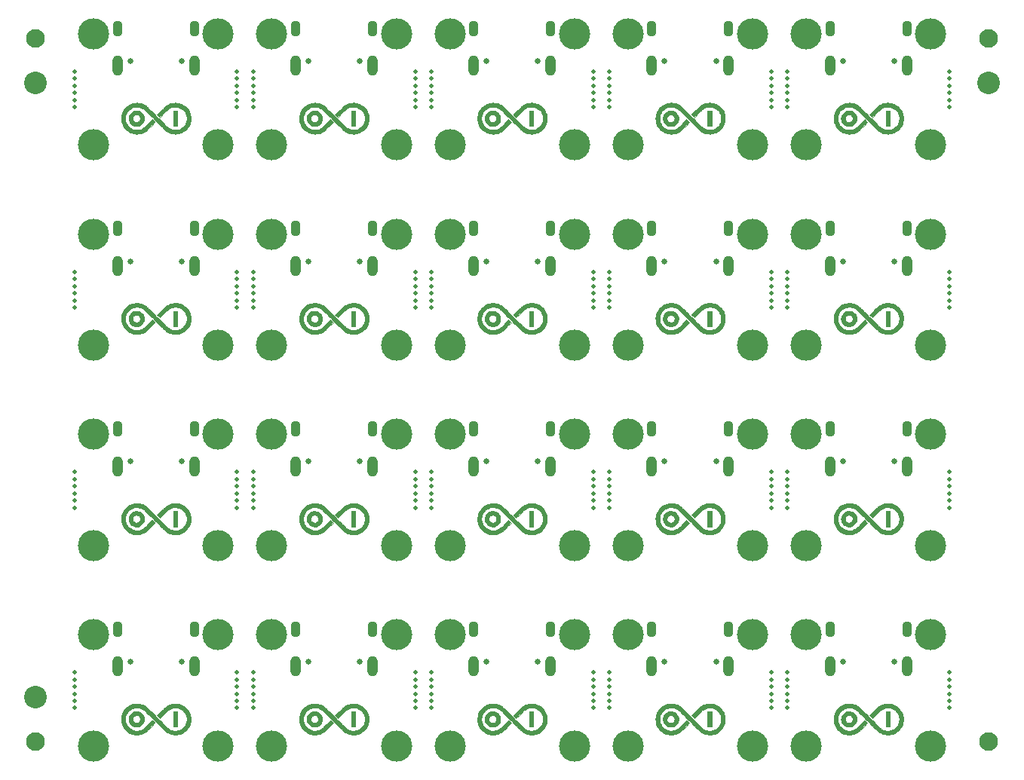
<source format=gbs>
%TF.GenerationSoftware,KiCad,Pcbnew,8.0.4*%
%TF.CreationDate,2024-12-20T12:35:40+08:00*%
%TF.ProjectId,c3-type-c-out-panelized-output,63332d74-7970-4652-9d63-2d6f75742d70,rev?*%
%TF.SameCoordinates,PX5836c38PY1312d00*%
%TF.FileFunction,Soldermask,Bot*%
%TF.FilePolarity,Negative*%
%FSLAX46Y46*%
G04 Gerber Fmt 4.6, Leading zero omitted, Abs format (unit mm)*
G04 Created by KiCad (PCBNEW 8.0.4) date 2024-12-20 12:35:40*
%MOMM*%
%LPD*%
G01*
G04 APERTURE LIST*
%ADD10C,0.010000*%
%ADD11C,3.500000*%
%ADD12C,0.500000*%
%ADD13C,0.650000*%
%ADD14O,1.200000X2.300000*%
%ADD15O,1.100000X1.800000*%
%ADD16C,2.100000*%
%ADD17C,2.540000*%
G04 APERTURE END LIST*
D10*
%TO.C,G\u002A\u002A\u002A*%
X38379364Y-57365909D02*
X37940637Y-57365909D01*
X37940637Y-55634091D01*
X38379364Y-55634091D01*
X38379364Y-57365909D01*
G36*
X38379364Y-57365909D02*
G01*
X37940637Y-57365909D01*
X37940637Y-55634091D01*
X38379364Y-55634091D01*
X38379364Y-57365909D01*
G37*
X34664530Y-56528514D02*
X34657134Y-56631464D01*
X34640122Y-56722674D01*
X34595247Y-56849244D01*
X34530125Y-56968410D01*
X34447502Y-57076043D01*
X34349594Y-57170021D01*
X34238617Y-57248220D01*
X34116786Y-57308520D01*
X33986319Y-57348797D01*
X33933358Y-57357450D01*
X33851644Y-57363563D01*
X33763949Y-57363898D01*
X33679517Y-57358489D01*
X33607598Y-57347372D01*
X33501585Y-57316282D01*
X33377562Y-57259282D01*
X33264501Y-57183843D01*
X33164432Y-57091888D01*
X33079386Y-56985340D01*
X33011392Y-56866124D01*
X32962481Y-56736161D01*
X32946791Y-56664540D01*
X32936086Y-56563464D01*
X32935779Y-56529249D01*
X33362245Y-56529249D01*
X33376507Y-56614502D01*
X33407993Y-56695890D01*
X33456714Y-56770545D01*
X33522677Y-56835598D01*
X33605892Y-56888181D01*
X33636286Y-56902646D01*
X33681964Y-56920448D01*
X33724853Y-56930007D01*
X33775563Y-56934202D01*
X33822001Y-56934541D01*
X33868692Y-56931923D01*
X33902793Y-56926842D01*
X33928124Y-56919427D01*
X34009721Y-56881583D01*
X34084994Y-56826388D01*
X34148699Y-56758236D01*
X34195590Y-56681522D01*
X34202997Y-56665096D01*
X34216505Y-56629939D01*
X34224312Y-56596127D01*
X34227906Y-56555525D01*
X34228773Y-56500000D01*
X34228656Y-56475261D01*
X34226866Y-56426741D01*
X34221750Y-56389860D01*
X34211820Y-56356483D01*
X34195590Y-56318478D01*
X34171826Y-56275347D01*
X34116528Y-56205090D01*
X34047852Y-56144113D01*
X33971917Y-56098439D01*
X33970193Y-56097640D01*
X33932827Y-56082187D01*
X33897821Y-56073009D01*
X33856710Y-56068565D01*
X33801032Y-56067314D01*
X33761757Y-56067531D01*
X33720666Y-56069928D01*
X33687332Y-56076578D01*
X33652839Y-56089488D01*
X33608269Y-56110663D01*
X33549012Y-56145402D01*
X33477278Y-56206954D01*
X33422726Y-56278983D01*
X33385364Y-56358621D01*
X33365201Y-56442999D01*
X33362245Y-56529249D01*
X32935779Y-56529249D01*
X32935132Y-56457180D01*
X32943931Y-56354400D01*
X32962481Y-56263838D01*
X32975802Y-56221351D01*
X33031739Y-56091660D01*
X33106448Y-55974813D01*
X33198823Y-55872105D01*
X33307755Y-55784833D01*
X33432137Y-55714291D01*
X33527958Y-55675134D01*
X33624673Y-55649320D01*
X33726344Y-55637122D01*
X33840729Y-55637073D01*
X33878549Y-55639317D01*
X34002554Y-55656078D01*
X34113873Y-55688006D01*
X34216720Y-55736988D01*
X34315307Y-55804909D01*
X34413849Y-55893655D01*
X34475586Y-55960355D01*
X34547305Y-56058066D01*
X34601148Y-56162022D01*
X34640122Y-56277326D01*
X34650473Y-56324395D01*
X34662309Y-56423073D01*
X34663930Y-56500000D01*
X34664530Y-56528514D01*
G36*
X34664530Y-56528514D02*
G01*
X34657134Y-56631464D01*
X34640122Y-56722674D01*
X34595247Y-56849244D01*
X34530125Y-56968410D01*
X34447502Y-57076043D01*
X34349594Y-57170021D01*
X34238617Y-57248220D01*
X34116786Y-57308520D01*
X33986319Y-57348797D01*
X33933358Y-57357450D01*
X33851644Y-57363563D01*
X33763949Y-57363898D01*
X33679517Y-57358489D01*
X33607598Y-57347372D01*
X33501585Y-57316282D01*
X33377562Y-57259282D01*
X33264501Y-57183843D01*
X33164432Y-57091888D01*
X33079386Y-56985340D01*
X33011392Y-56866124D01*
X32962481Y-56736161D01*
X32946791Y-56664540D01*
X32936086Y-56563464D01*
X32935779Y-56529249D01*
X33362245Y-56529249D01*
X33376507Y-56614502D01*
X33407993Y-56695890D01*
X33456714Y-56770545D01*
X33522677Y-56835598D01*
X33605892Y-56888181D01*
X33636286Y-56902646D01*
X33681964Y-56920448D01*
X33724853Y-56930007D01*
X33775563Y-56934202D01*
X33822001Y-56934541D01*
X33868692Y-56931923D01*
X33902793Y-56926842D01*
X33928124Y-56919427D01*
X34009721Y-56881583D01*
X34084994Y-56826388D01*
X34148699Y-56758236D01*
X34195590Y-56681522D01*
X34202997Y-56665096D01*
X34216505Y-56629939D01*
X34224312Y-56596127D01*
X34227906Y-56555525D01*
X34228773Y-56500000D01*
X34228656Y-56475261D01*
X34226866Y-56426741D01*
X34221750Y-56389860D01*
X34211820Y-56356483D01*
X34195590Y-56318478D01*
X34171826Y-56275347D01*
X34116528Y-56205090D01*
X34047852Y-56144113D01*
X33971917Y-56098439D01*
X33970193Y-56097640D01*
X33932827Y-56082187D01*
X33897821Y-56073009D01*
X33856710Y-56068565D01*
X33801032Y-56067314D01*
X33761757Y-56067531D01*
X33720666Y-56069928D01*
X33687332Y-56076578D01*
X33652839Y-56089488D01*
X33608269Y-56110663D01*
X33549012Y-56145402D01*
X33477278Y-56206954D01*
X33422726Y-56278983D01*
X33385364Y-56358621D01*
X33365201Y-56442999D01*
X33362245Y-56529249D01*
X32935779Y-56529249D01*
X32935132Y-56457180D01*
X32943931Y-56354400D01*
X32962481Y-56263838D01*
X32975802Y-56221351D01*
X33031739Y-56091660D01*
X33106448Y-55974813D01*
X33198823Y-55872105D01*
X33307755Y-55784833D01*
X33432137Y-55714291D01*
X33527958Y-55675134D01*
X33624673Y-55649320D01*
X33726344Y-55637122D01*
X33840729Y-55637073D01*
X33878549Y-55639317D01*
X34002554Y-55656078D01*
X34113873Y-55688006D01*
X34216720Y-55736988D01*
X34315307Y-55804909D01*
X34413849Y-55893655D01*
X34475586Y-55960355D01*
X34547305Y-56058066D01*
X34601148Y-56162022D01*
X34640122Y-56277326D01*
X34650473Y-56324395D01*
X34662309Y-56423073D01*
X34663930Y-56500000D01*
X34664530Y-56528514D01*
G37*
X38353165Y-54769923D02*
X38544506Y-54802168D01*
X38730691Y-54855760D01*
X38909989Y-54930065D01*
X39080669Y-55024449D01*
X39240999Y-55138279D01*
X39389248Y-55270919D01*
X39409600Y-55291603D01*
X39539089Y-55440284D01*
X39648102Y-55598578D01*
X39737895Y-55768517D01*
X39809722Y-55952135D01*
X39832075Y-56023277D01*
X39861874Y-56138440D01*
X39881529Y-56250692D01*
X39892358Y-56368416D01*
X39895676Y-56500000D01*
X39894599Y-56578193D01*
X39887103Y-56700747D01*
X39871335Y-56814286D01*
X39845980Y-56927197D01*
X39809722Y-57047864D01*
X39800463Y-57075154D01*
X39726133Y-57256683D01*
X39633657Y-57424824D01*
X39521780Y-57581612D01*
X39389248Y-57729080D01*
X39243996Y-57859453D01*
X39082384Y-57974760D01*
X38909832Y-58070300D01*
X38727752Y-58145393D01*
X38537558Y-58199364D01*
X38340664Y-58231534D01*
X38219330Y-58239647D01*
X38035224Y-58235373D01*
X37850940Y-58212268D01*
X37670802Y-58171167D01*
X37499138Y-58112906D01*
X37340273Y-58038320D01*
X37325062Y-58030011D01*
X37295947Y-58013963D01*
X37268522Y-57998357D01*
X37241882Y-57982358D01*
X37215127Y-57965128D01*
X37187354Y-57945829D01*
X37157661Y-57923625D01*
X37125144Y-57897679D01*
X37088903Y-57867154D01*
X37048034Y-57831212D01*
X37001635Y-57789017D01*
X36948805Y-57739732D01*
X36888640Y-57682519D01*
X36820238Y-57616542D01*
X36742697Y-57540962D01*
X36655116Y-57454945D01*
X36556590Y-57357651D01*
X36446219Y-57248245D01*
X36323099Y-57125890D01*
X36186329Y-56989747D01*
X36035006Y-56838981D01*
X35868228Y-56672753D01*
X35724173Y-56529288D01*
X35567525Y-56373574D01*
X35420318Y-56227567D01*
X35283172Y-56091873D01*
X35156708Y-55967101D01*
X35041546Y-55853857D01*
X34938307Y-55752750D01*
X34847611Y-55664386D01*
X34770079Y-55589374D01*
X34706332Y-55528320D01*
X34656989Y-55481833D01*
X34622672Y-55450520D01*
X34604000Y-55434988D01*
X34497982Y-55367330D01*
X34343622Y-55290759D01*
X34183398Y-55236396D01*
X34016471Y-55203973D01*
X33842000Y-55193225D01*
X33703134Y-55199637D01*
X33549593Y-55224253D01*
X33400994Y-55268565D01*
X33251872Y-55333875D01*
X33198164Y-55362361D01*
X33058431Y-55452246D01*
X32933768Y-55558140D01*
X32820955Y-55682648D01*
X32766950Y-55757786D01*
X32708409Y-55855599D01*
X32654412Y-55962055D01*
X32608727Y-56069669D01*
X32575124Y-56170954D01*
X32566856Y-56201712D01*
X32557632Y-56240317D01*
X32551186Y-56276586D01*
X32547027Y-56315604D01*
X32544664Y-56362455D01*
X32543606Y-56422226D01*
X32543362Y-56500000D01*
X32543467Y-56555980D01*
X32544222Y-56620752D01*
X32546131Y-56671040D01*
X32549685Y-56711928D01*
X32555374Y-56748502D01*
X32563690Y-56785846D01*
X32575124Y-56829045D01*
X32605126Y-56920774D01*
X32649871Y-57028123D01*
X32703270Y-57134993D01*
X32761555Y-57233898D01*
X32820955Y-57317351D01*
X32859622Y-57363359D01*
X32981694Y-57484777D01*
X33118630Y-57589286D01*
X33268486Y-57675526D01*
X33429312Y-57742139D01*
X33492193Y-57761417D01*
X33646443Y-57793017D01*
X33806904Y-57805822D01*
X33969286Y-57800122D01*
X34129297Y-57776208D01*
X34282647Y-57734369D01*
X34425046Y-57674894D01*
X34464507Y-57654420D01*
X34502337Y-57633099D01*
X34539480Y-57609847D01*
X34577620Y-57583207D01*
X34618442Y-57551724D01*
X34663631Y-57513940D01*
X34714871Y-57468400D01*
X34773847Y-57413647D01*
X34842243Y-57348224D01*
X34921744Y-57270676D01*
X35014035Y-57179545D01*
X35120799Y-57073375D01*
X35574097Y-56621615D01*
X35726935Y-56774676D01*
X35879773Y-56927738D01*
X35412182Y-57392723D01*
X35361962Y-57442627D01*
X35260352Y-57543245D01*
X35172425Y-57629590D01*
X35096437Y-57703161D01*
X35030641Y-57765462D01*
X34973292Y-57817993D01*
X34922644Y-57862257D01*
X34876952Y-57899755D01*
X34834470Y-57931989D01*
X34793452Y-57960461D01*
X34752153Y-57986673D01*
X34708827Y-58012125D01*
X34661728Y-58038320D01*
X34519876Y-58105751D01*
X34352547Y-58164458D01*
X34174504Y-58207385D01*
X33989934Y-58233318D01*
X33843600Y-58240340D01*
X33648836Y-58230076D01*
X33457495Y-58197831D01*
X33271310Y-58144239D01*
X33092012Y-58069934D01*
X32921332Y-57975550D01*
X32761002Y-57861720D01*
X32612753Y-57729080D01*
X32592401Y-57708396D01*
X32462912Y-57559715D01*
X32353899Y-57401421D01*
X32264106Y-57231482D01*
X32192279Y-57047864D01*
X32169926Y-56976722D01*
X32140127Y-56861559D01*
X32120472Y-56749308D01*
X32109643Y-56631583D01*
X32106325Y-56500000D01*
X32107402Y-56421807D01*
X32114898Y-56299253D01*
X32130666Y-56185713D01*
X32156021Y-56072802D01*
X32192279Y-55952135D01*
X32201538Y-55924845D01*
X32275868Y-55743317D01*
X32368344Y-55575175D01*
X32480221Y-55418387D01*
X32612753Y-55270919D01*
X32635318Y-55248659D01*
X32765497Y-55133561D01*
X32902806Y-55035450D01*
X33054338Y-54949157D01*
X33130364Y-54912272D01*
X33264094Y-54857578D01*
X33399586Y-54816273D01*
X33543504Y-54786479D01*
X33702509Y-54766316D01*
X33802174Y-54760371D01*
X33979801Y-54765459D01*
X34159604Y-54789160D01*
X34336550Y-54830447D01*
X34505602Y-54888295D01*
X34661728Y-54961679D01*
X34677171Y-54970115D01*
X34706292Y-54986166D01*
X34733721Y-55001772D01*
X34760362Y-55017772D01*
X34787116Y-55035000D01*
X34814887Y-55054296D01*
X34844576Y-55076496D01*
X34877085Y-55102437D01*
X34913318Y-55132956D01*
X34954177Y-55168890D01*
X35000564Y-55211077D01*
X35053382Y-55260354D01*
X35113532Y-55317558D01*
X35181918Y-55383525D01*
X35259442Y-55459094D01*
X35347006Y-55545100D01*
X35445513Y-55642382D01*
X35555865Y-55751777D01*
X35678965Y-55874121D01*
X35815714Y-56010252D01*
X35967016Y-56161007D01*
X36133773Y-56327223D01*
X36275660Y-56468540D01*
X36432765Y-56624722D01*
X36580357Y-56771123D01*
X36717821Y-56907144D01*
X36844544Y-57032183D01*
X36959913Y-57145639D01*
X37063312Y-57246911D01*
X37154130Y-57335399D01*
X37231751Y-57410501D01*
X37295563Y-57471616D01*
X37344951Y-57518144D01*
X37379301Y-57549484D01*
X37398000Y-57565034D01*
X37504101Y-57632719D01*
X37658471Y-57709276D01*
X37818673Y-57763623D01*
X37985564Y-57796031D01*
X38160000Y-57806774D01*
X38298867Y-57800363D01*
X38452408Y-57775746D01*
X38601007Y-57731434D01*
X38750129Y-57666125D01*
X38803837Y-57637638D01*
X38943570Y-57547753D01*
X39068233Y-57441859D01*
X39181046Y-57317351D01*
X39235051Y-57242213D01*
X39293592Y-57144400D01*
X39347589Y-57037944D01*
X39393274Y-56930330D01*
X39426877Y-56829045D01*
X39435145Y-56798287D01*
X39444369Y-56759682D01*
X39450815Y-56723413D01*
X39454974Y-56684395D01*
X39457337Y-56637544D01*
X39458395Y-56577774D01*
X39458639Y-56500000D01*
X39458534Y-56444019D01*
X39457779Y-56379247D01*
X39455870Y-56328959D01*
X39452316Y-56288071D01*
X39446627Y-56251497D01*
X39438311Y-56214154D01*
X39426877Y-56170954D01*
X39396875Y-56079225D01*
X39352130Y-55971876D01*
X39298731Y-55865006D01*
X39240446Y-55766101D01*
X39181046Y-55682648D01*
X39083336Y-55573521D01*
X38954621Y-55460567D01*
X38813669Y-55366402D01*
X38662105Y-55291806D01*
X38501555Y-55237558D01*
X38333645Y-55204438D01*
X38160001Y-55193225D01*
X38035934Y-55198584D01*
X37866793Y-55224636D01*
X37704625Y-55272560D01*
X37548628Y-55342609D01*
X37398000Y-55435039D01*
X37389682Y-55441369D01*
X37360400Y-55466401D01*
X37317487Y-55505297D01*
X37262758Y-55556329D01*
X37198029Y-55617765D01*
X37125116Y-55687878D01*
X37045834Y-55764935D01*
X36961999Y-55847207D01*
X36875427Y-55932965D01*
X36427899Y-56378381D01*
X36275064Y-56225321D01*
X36122228Y-56072261D01*
X36589819Y-55607277D01*
X36640039Y-55557372D01*
X36741649Y-55456754D01*
X36829576Y-55370410D01*
X36905564Y-55296838D01*
X36971360Y-55234537D01*
X37028709Y-55182006D01*
X37079357Y-55137742D01*
X37125049Y-55100244D01*
X37167531Y-55068010D01*
X37208549Y-55039538D01*
X37249848Y-55013327D01*
X37293174Y-54987874D01*
X37340273Y-54961679D01*
X37482125Y-54894248D01*
X37649454Y-54835541D01*
X37827497Y-54792614D01*
X38012067Y-54766681D01*
X38158401Y-54759659D01*
X38353165Y-54769923D01*
G36*
X38353165Y-54769923D02*
G01*
X38544506Y-54802168D01*
X38730691Y-54855760D01*
X38909989Y-54930065D01*
X39080669Y-55024449D01*
X39240999Y-55138279D01*
X39389248Y-55270919D01*
X39409600Y-55291603D01*
X39539089Y-55440284D01*
X39648102Y-55598578D01*
X39737895Y-55768517D01*
X39809722Y-55952135D01*
X39832075Y-56023277D01*
X39861874Y-56138440D01*
X39881529Y-56250692D01*
X39892358Y-56368416D01*
X39895676Y-56500000D01*
X39894599Y-56578193D01*
X39887103Y-56700747D01*
X39871335Y-56814286D01*
X39845980Y-56927197D01*
X39809722Y-57047864D01*
X39800463Y-57075154D01*
X39726133Y-57256683D01*
X39633657Y-57424824D01*
X39521780Y-57581612D01*
X39389248Y-57729080D01*
X39243996Y-57859453D01*
X39082384Y-57974760D01*
X38909832Y-58070300D01*
X38727752Y-58145393D01*
X38537558Y-58199364D01*
X38340664Y-58231534D01*
X38219330Y-58239647D01*
X38035224Y-58235373D01*
X37850940Y-58212268D01*
X37670802Y-58171167D01*
X37499138Y-58112906D01*
X37340273Y-58038320D01*
X37325062Y-58030011D01*
X37295947Y-58013963D01*
X37268522Y-57998357D01*
X37241882Y-57982358D01*
X37215127Y-57965128D01*
X37187354Y-57945829D01*
X37157661Y-57923625D01*
X37125144Y-57897679D01*
X37088903Y-57867154D01*
X37048034Y-57831212D01*
X37001635Y-57789017D01*
X36948805Y-57739732D01*
X36888640Y-57682519D01*
X36820238Y-57616542D01*
X36742697Y-57540962D01*
X36655116Y-57454945D01*
X36556590Y-57357651D01*
X36446219Y-57248245D01*
X36323099Y-57125890D01*
X36186329Y-56989747D01*
X36035006Y-56838981D01*
X35868228Y-56672753D01*
X35724173Y-56529288D01*
X35567525Y-56373574D01*
X35420318Y-56227567D01*
X35283172Y-56091873D01*
X35156708Y-55967101D01*
X35041546Y-55853857D01*
X34938307Y-55752750D01*
X34847611Y-55664386D01*
X34770079Y-55589374D01*
X34706332Y-55528320D01*
X34656989Y-55481833D01*
X34622672Y-55450520D01*
X34604000Y-55434988D01*
X34497982Y-55367330D01*
X34343622Y-55290759D01*
X34183398Y-55236396D01*
X34016471Y-55203973D01*
X33842000Y-55193225D01*
X33703134Y-55199637D01*
X33549593Y-55224253D01*
X33400994Y-55268565D01*
X33251872Y-55333875D01*
X33198164Y-55362361D01*
X33058431Y-55452246D01*
X32933768Y-55558140D01*
X32820955Y-55682648D01*
X32766950Y-55757786D01*
X32708409Y-55855599D01*
X32654412Y-55962055D01*
X32608727Y-56069669D01*
X32575124Y-56170954D01*
X32566856Y-56201712D01*
X32557632Y-56240317D01*
X32551186Y-56276586D01*
X32547027Y-56315604D01*
X32544664Y-56362455D01*
X32543606Y-56422226D01*
X32543362Y-56500000D01*
X32543467Y-56555980D01*
X32544222Y-56620752D01*
X32546131Y-56671040D01*
X32549685Y-56711928D01*
X32555374Y-56748502D01*
X32563690Y-56785846D01*
X32575124Y-56829045D01*
X32605126Y-56920774D01*
X32649871Y-57028123D01*
X32703270Y-57134993D01*
X32761555Y-57233898D01*
X32820955Y-57317351D01*
X32859622Y-57363359D01*
X32981694Y-57484777D01*
X33118630Y-57589286D01*
X33268486Y-57675526D01*
X33429312Y-57742139D01*
X33492193Y-57761417D01*
X33646443Y-57793017D01*
X33806904Y-57805822D01*
X33969286Y-57800122D01*
X34129297Y-57776208D01*
X34282647Y-57734369D01*
X34425046Y-57674894D01*
X34464507Y-57654420D01*
X34502337Y-57633099D01*
X34539480Y-57609847D01*
X34577620Y-57583207D01*
X34618442Y-57551724D01*
X34663631Y-57513940D01*
X34714871Y-57468400D01*
X34773847Y-57413647D01*
X34842243Y-57348224D01*
X34921744Y-57270676D01*
X35014035Y-57179545D01*
X35120799Y-57073375D01*
X35574097Y-56621615D01*
X35726935Y-56774676D01*
X35879773Y-56927738D01*
X35412182Y-57392723D01*
X35361962Y-57442627D01*
X35260352Y-57543245D01*
X35172425Y-57629590D01*
X35096437Y-57703161D01*
X35030641Y-57765462D01*
X34973292Y-57817993D01*
X34922644Y-57862257D01*
X34876952Y-57899755D01*
X34834470Y-57931989D01*
X34793452Y-57960461D01*
X34752153Y-57986673D01*
X34708827Y-58012125D01*
X34661728Y-58038320D01*
X34519876Y-58105751D01*
X34352547Y-58164458D01*
X34174504Y-58207385D01*
X33989934Y-58233318D01*
X33843600Y-58240340D01*
X33648836Y-58230076D01*
X33457495Y-58197831D01*
X33271310Y-58144239D01*
X33092012Y-58069934D01*
X32921332Y-57975550D01*
X32761002Y-57861720D01*
X32612753Y-57729080D01*
X32592401Y-57708396D01*
X32462912Y-57559715D01*
X32353899Y-57401421D01*
X32264106Y-57231482D01*
X32192279Y-57047864D01*
X32169926Y-56976722D01*
X32140127Y-56861559D01*
X32120472Y-56749308D01*
X32109643Y-56631583D01*
X32106325Y-56500000D01*
X32107402Y-56421807D01*
X32114898Y-56299253D01*
X32130666Y-56185713D01*
X32156021Y-56072802D01*
X32192279Y-55952135D01*
X32201538Y-55924845D01*
X32275868Y-55743317D01*
X32368344Y-55575175D01*
X32480221Y-55418387D01*
X32612753Y-55270919D01*
X32635318Y-55248659D01*
X32765497Y-55133561D01*
X32902806Y-55035450D01*
X33054338Y-54949157D01*
X33130364Y-54912272D01*
X33264094Y-54857578D01*
X33399586Y-54816273D01*
X33543504Y-54786479D01*
X33702509Y-54766316D01*
X33802174Y-54760371D01*
X33979801Y-54765459D01*
X34159604Y-54789160D01*
X34336550Y-54830447D01*
X34505602Y-54888295D01*
X34661728Y-54961679D01*
X34677171Y-54970115D01*
X34706292Y-54986166D01*
X34733721Y-55001772D01*
X34760362Y-55017772D01*
X34787116Y-55035000D01*
X34814887Y-55054296D01*
X34844576Y-55076496D01*
X34877085Y-55102437D01*
X34913318Y-55132956D01*
X34954177Y-55168890D01*
X35000564Y-55211077D01*
X35053382Y-55260354D01*
X35113532Y-55317558D01*
X35181918Y-55383525D01*
X35259442Y-55459094D01*
X35347006Y-55545100D01*
X35445513Y-55642382D01*
X35555865Y-55751777D01*
X35678965Y-55874121D01*
X35815714Y-56010252D01*
X35967016Y-56161007D01*
X36133773Y-56327223D01*
X36275660Y-56468540D01*
X36432765Y-56624722D01*
X36580357Y-56771123D01*
X36717821Y-56907144D01*
X36844544Y-57032183D01*
X36959913Y-57145639D01*
X37063312Y-57246911D01*
X37154130Y-57335399D01*
X37231751Y-57410501D01*
X37295563Y-57471616D01*
X37344951Y-57518144D01*
X37379301Y-57549484D01*
X37398000Y-57565034D01*
X37504101Y-57632719D01*
X37658471Y-57709276D01*
X37818673Y-57763623D01*
X37985564Y-57796031D01*
X38160000Y-57806774D01*
X38298867Y-57800363D01*
X38452408Y-57775746D01*
X38601007Y-57731434D01*
X38750129Y-57666125D01*
X38803837Y-57637638D01*
X38943570Y-57547753D01*
X39068233Y-57441859D01*
X39181046Y-57317351D01*
X39235051Y-57242213D01*
X39293592Y-57144400D01*
X39347589Y-57037944D01*
X39393274Y-56930330D01*
X39426877Y-56829045D01*
X39435145Y-56798287D01*
X39444369Y-56759682D01*
X39450815Y-56723413D01*
X39454974Y-56684395D01*
X39457337Y-56637544D01*
X39458395Y-56577774D01*
X39458639Y-56500000D01*
X39458534Y-56444019D01*
X39457779Y-56379247D01*
X39455870Y-56328959D01*
X39452316Y-56288071D01*
X39446627Y-56251497D01*
X39438311Y-56214154D01*
X39426877Y-56170954D01*
X39396875Y-56079225D01*
X39352130Y-55971876D01*
X39298731Y-55865006D01*
X39240446Y-55766101D01*
X39181046Y-55682648D01*
X39083336Y-55573521D01*
X38954621Y-55460567D01*
X38813669Y-55366402D01*
X38662105Y-55291806D01*
X38501555Y-55237558D01*
X38333645Y-55204438D01*
X38160001Y-55193225D01*
X38035934Y-55198584D01*
X37866793Y-55224636D01*
X37704625Y-55272560D01*
X37548628Y-55342609D01*
X37398000Y-55435039D01*
X37389682Y-55441369D01*
X37360400Y-55466401D01*
X37317487Y-55505297D01*
X37262758Y-55556329D01*
X37198029Y-55617765D01*
X37125116Y-55687878D01*
X37045834Y-55764935D01*
X36961999Y-55847207D01*
X36875427Y-55932965D01*
X36427899Y-56378381D01*
X36275064Y-56225321D01*
X36122228Y-56072261D01*
X36589819Y-55607277D01*
X36640039Y-55557372D01*
X36741649Y-55456754D01*
X36829576Y-55370410D01*
X36905564Y-55296838D01*
X36971360Y-55234537D01*
X37028709Y-55182006D01*
X37079357Y-55137742D01*
X37125049Y-55100244D01*
X37167531Y-55068010D01*
X37208549Y-55039538D01*
X37249848Y-55013327D01*
X37293174Y-54987874D01*
X37340273Y-54961679D01*
X37482125Y-54894248D01*
X37649454Y-54835541D01*
X37827497Y-54792614D01*
X38012067Y-54766681D01*
X38158401Y-54759659D01*
X38353165Y-54769923D01*
G37*
X78379364Y-79865909D02*
X77940637Y-79865909D01*
X77940637Y-78134091D01*
X78379364Y-78134091D01*
X78379364Y-79865909D01*
G36*
X78379364Y-79865909D02*
G01*
X77940637Y-79865909D01*
X77940637Y-78134091D01*
X78379364Y-78134091D01*
X78379364Y-79865909D01*
G37*
X74664530Y-79028514D02*
X74657134Y-79131464D01*
X74640122Y-79222674D01*
X74595247Y-79349244D01*
X74530125Y-79468410D01*
X74447502Y-79576043D01*
X74349594Y-79670021D01*
X74238617Y-79748220D01*
X74116786Y-79808520D01*
X73986319Y-79848797D01*
X73933358Y-79857450D01*
X73851644Y-79863563D01*
X73763949Y-79863898D01*
X73679517Y-79858489D01*
X73607598Y-79847372D01*
X73501585Y-79816282D01*
X73377562Y-79759282D01*
X73264501Y-79683843D01*
X73164432Y-79591888D01*
X73079386Y-79485340D01*
X73011392Y-79366124D01*
X72962481Y-79236161D01*
X72946791Y-79164540D01*
X72936086Y-79063464D01*
X72935779Y-79029249D01*
X73362245Y-79029249D01*
X73376507Y-79114502D01*
X73407993Y-79195890D01*
X73456714Y-79270545D01*
X73522677Y-79335598D01*
X73605892Y-79388181D01*
X73636286Y-79402646D01*
X73681964Y-79420448D01*
X73724853Y-79430007D01*
X73775563Y-79434202D01*
X73822001Y-79434541D01*
X73868692Y-79431923D01*
X73902793Y-79426842D01*
X73928124Y-79419427D01*
X74009721Y-79381583D01*
X74084994Y-79326388D01*
X74148699Y-79258236D01*
X74195590Y-79181522D01*
X74202997Y-79165096D01*
X74216505Y-79129939D01*
X74224312Y-79096127D01*
X74227906Y-79055525D01*
X74228773Y-79000000D01*
X74228656Y-78975261D01*
X74226866Y-78926741D01*
X74221750Y-78889860D01*
X74211820Y-78856483D01*
X74195590Y-78818478D01*
X74171826Y-78775347D01*
X74116528Y-78705090D01*
X74047852Y-78644113D01*
X73971917Y-78598439D01*
X73970193Y-78597640D01*
X73932827Y-78582187D01*
X73897821Y-78573009D01*
X73856710Y-78568565D01*
X73801032Y-78567314D01*
X73761757Y-78567531D01*
X73720666Y-78569928D01*
X73687332Y-78576578D01*
X73652839Y-78589488D01*
X73608269Y-78610663D01*
X73549012Y-78645402D01*
X73477278Y-78706954D01*
X73422726Y-78778983D01*
X73385364Y-78858621D01*
X73365201Y-78942999D01*
X73362245Y-79029249D01*
X72935779Y-79029249D01*
X72935132Y-78957180D01*
X72943931Y-78854400D01*
X72962481Y-78763838D01*
X72975802Y-78721351D01*
X73031739Y-78591660D01*
X73106448Y-78474813D01*
X73198823Y-78372105D01*
X73307755Y-78284833D01*
X73432137Y-78214291D01*
X73527958Y-78175134D01*
X73624673Y-78149320D01*
X73726344Y-78137122D01*
X73840729Y-78137073D01*
X73878549Y-78139317D01*
X74002554Y-78156078D01*
X74113873Y-78188006D01*
X74216720Y-78236988D01*
X74315307Y-78304909D01*
X74413849Y-78393655D01*
X74475586Y-78460355D01*
X74547305Y-78558066D01*
X74601148Y-78662022D01*
X74640122Y-78777326D01*
X74650473Y-78824395D01*
X74662309Y-78923073D01*
X74663930Y-79000000D01*
X74664530Y-79028514D01*
G36*
X74664530Y-79028514D02*
G01*
X74657134Y-79131464D01*
X74640122Y-79222674D01*
X74595247Y-79349244D01*
X74530125Y-79468410D01*
X74447502Y-79576043D01*
X74349594Y-79670021D01*
X74238617Y-79748220D01*
X74116786Y-79808520D01*
X73986319Y-79848797D01*
X73933358Y-79857450D01*
X73851644Y-79863563D01*
X73763949Y-79863898D01*
X73679517Y-79858489D01*
X73607598Y-79847372D01*
X73501585Y-79816282D01*
X73377562Y-79759282D01*
X73264501Y-79683843D01*
X73164432Y-79591888D01*
X73079386Y-79485340D01*
X73011392Y-79366124D01*
X72962481Y-79236161D01*
X72946791Y-79164540D01*
X72936086Y-79063464D01*
X72935779Y-79029249D01*
X73362245Y-79029249D01*
X73376507Y-79114502D01*
X73407993Y-79195890D01*
X73456714Y-79270545D01*
X73522677Y-79335598D01*
X73605892Y-79388181D01*
X73636286Y-79402646D01*
X73681964Y-79420448D01*
X73724853Y-79430007D01*
X73775563Y-79434202D01*
X73822001Y-79434541D01*
X73868692Y-79431923D01*
X73902793Y-79426842D01*
X73928124Y-79419427D01*
X74009721Y-79381583D01*
X74084994Y-79326388D01*
X74148699Y-79258236D01*
X74195590Y-79181522D01*
X74202997Y-79165096D01*
X74216505Y-79129939D01*
X74224312Y-79096127D01*
X74227906Y-79055525D01*
X74228773Y-79000000D01*
X74228656Y-78975261D01*
X74226866Y-78926741D01*
X74221750Y-78889860D01*
X74211820Y-78856483D01*
X74195590Y-78818478D01*
X74171826Y-78775347D01*
X74116528Y-78705090D01*
X74047852Y-78644113D01*
X73971917Y-78598439D01*
X73970193Y-78597640D01*
X73932827Y-78582187D01*
X73897821Y-78573009D01*
X73856710Y-78568565D01*
X73801032Y-78567314D01*
X73761757Y-78567531D01*
X73720666Y-78569928D01*
X73687332Y-78576578D01*
X73652839Y-78589488D01*
X73608269Y-78610663D01*
X73549012Y-78645402D01*
X73477278Y-78706954D01*
X73422726Y-78778983D01*
X73385364Y-78858621D01*
X73365201Y-78942999D01*
X73362245Y-79029249D01*
X72935779Y-79029249D01*
X72935132Y-78957180D01*
X72943931Y-78854400D01*
X72962481Y-78763838D01*
X72975802Y-78721351D01*
X73031739Y-78591660D01*
X73106448Y-78474813D01*
X73198823Y-78372105D01*
X73307755Y-78284833D01*
X73432137Y-78214291D01*
X73527958Y-78175134D01*
X73624673Y-78149320D01*
X73726344Y-78137122D01*
X73840729Y-78137073D01*
X73878549Y-78139317D01*
X74002554Y-78156078D01*
X74113873Y-78188006D01*
X74216720Y-78236988D01*
X74315307Y-78304909D01*
X74413849Y-78393655D01*
X74475586Y-78460355D01*
X74547305Y-78558066D01*
X74601148Y-78662022D01*
X74640122Y-78777326D01*
X74650473Y-78824395D01*
X74662309Y-78923073D01*
X74663930Y-79000000D01*
X74664530Y-79028514D01*
G37*
X78353165Y-77269923D02*
X78544506Y-77302168D01*
X78730691Y-77355760D01*
X78909989Y-77430065D01*
X79080669Y-77524449D01*
X79240999Y-77638279D01*
X79389248Y-77770919D01*
X79409600Y-77791603D01*
X79539089Y-77940284D01*
X79648102Y-78098578D01*
X79737895Y-78268517D01*
X79809722Y-78452135D01*
X79832075Y-78523277D01*
X79861874Y-78638440D01*
X79881529Y-78750692D01*
X79892358Y-78868416D01*
X79895676Y-79000000D01*
X79894599Y-79078193D01*
X79887103Y-79200747D01*
X79871335Y-79314286D01*
X79845980Y-79427197D01*
X79809722Y-79547864D01*
X79800463Y-79575154D01*
X79726133Y-79756683D01*
X79633657Y-79924824D01*
X79521780Y-80081612D01*
X79389248Y-80229080D01*
X79243996Y-80359453D01*
X79082384Y-80474760D01*
X78909832Y-80570300D01*
X78727752Y-80645393D01*
X78537558Y-80699364D01*
X78340664Y-80731534D01*
X78219330Y-80739647D01*
X78035224Y-80735373D01*
X77850940Y-80712268D01*
X77670802Y-80671167D01*
X77499138Y-80612906D01*
X77340273Y-80538320D01*
X77325062Y-80530011D01*
X77295947Y-80513963D01*
X77268522Y-80498357D01*
X77241882Y-80482358D01*
X77215127Y-80465128D01*
X77187354Y-80445829D01*
X77157661Y-80423625D01*
X77125144Y-80397679D01*
X77088903Y-80367154D01*
X77048034Y-80331212D01*
X77001635Y-80289017D01*
X76948805Y-80239732D01*
X76888640Y-80182519D01*
X76820238Y-80116542D01*
X76742697Y-80040962D01*
X76655116Y-79954945D01*
X76556590Y-79857651D01*
X76446219Y-79748245D01*
X76323099Y-79625890D01*
X76186329Y-79489747D01*
X76035006Y-79338981D01*
X75868228Y-79172753D01*
X75724173Y-79029288D01*
X75567525Y-78873574D01*
X75420318Y-78727567D01*
X75283172Y-78591873D01*
X75156708Y-78467101D01*
X75041546Y-78353857D01*
X74938307Y-78252750D01*
X74847611Y-78164386D01*
X74770079Y-78089374D01*
X74706332Y-78028320D01*
X74656989Y-77981833D01*
X74622672Y-77950520D01*
X74604000Y-77934988D01*
X74497982Y-77867330D01*
X74343622Y-77790759D01*
X74183398Y-77736396D01*
X74016471Y-77703973D01*
X73842000Y-77693225D01*
X73703134Y-77699637D01*
X73549593Y-77724253D01*
X73400994Y-77768565D01*
X73251872Y-77833875D01*
X73198164Y-77862361D01*
X73058431Y-77952246D01*
X72933768Y-78058140D01*
X72820955Y-78182648D01*
X72766950Y-78257786D01*
X72708409Y-78355599D01*
X72654412Y-78462055D01*
X72608727Y-78569669D01*
X72575124Y-78670954D01*
X72566856Y-78701712D01*
X72557632Y-78740317D01*
X72551186Y-78776586D01*
X72547027Y-78815604D01*
X72544664Y-78862455D01*
X72543606Y-78922226D01*
X72543362Y-79000000D01*
X72543467Y-79055980D01*
X72544222Y-79120752D01*
X72546131Y-79171040D01*
X72549685Y-79211928D01*
X72555374Y-79248502D01*
X72563690Y-79285846D01*
X72575124Y-79329045D01*
X72605126Y-79420774D01*
X72649871Y-79528123D01*
X72703270Y-79634993D01*
X72761555Y-79733898D01*
X72820955Y-79817351D01*
X72859622Y-79863359D01*
X72981694Y-79984777D01*
X73118630Y-80089286D01*
X73268486Y-80175526D01*
X73429312Y-80242139D01*
X73492193Y-80261417D01*
X73646443Y-80293017D01*
X73806904Y-80305822D01*
X73969286Y-80300122D01*
X74129297Y-80276208D01*
X74282647Y-80234369D01*
X74425046Y-80174894D01*
X74464507Y-80154420D01*
X74502337Y-80133099D01*
X74539480Y-80109847D01*
X74577620Y-80083207D01*
X74618442Y-80051724D01*
X74663631Y-80013940D01*
X74714871Y-79968400D01*
X74773847Y-79913647D01*
X74842243Y-79848224D01*
X74921744Y-79770676D01*
X75014035Y-79679545D01*
X75120799Y-79573375D01*
X75574097Y-79121615D01*
X75726935Y-79274676D01*
X75879773Y-79427738D01*
X75412182Y-79892723D01*
X75361962Y-79942627D01*
X75260352Y-80043245D01*
X75172425Y-80129590D01*
X75096437Y-80203161D01*
X75030641Y-80265462D01*
X74973292Y-80317993D01*
X74922644Y-80362257D01*
X74876952Y-80399755D01*
X74834470Y-80431989D01*
X74793452Y-80460461D01*
X74752153Y-80486673D01*
X74708827Y-80512125D01*
X74661728Y-80538320D01*
X74519876Y-80605751D01*
X74352547Y-80664458D01*
X74174504Y-80707385D01*
X73989934Y-80733318D01*
X73843600Y-80740340D01*
X73648836Y-80730076D01*
X73457495Y-80697831D01*
X73271310Y-80644239D01*
X73092012Y-80569934D01*
X72921332Y-80475550D01*
X72761002Y-80361720D01*
X72612753Y-80229080D01*
X72592401Y-80208396D01*
X72462912Y-80059715D01*
X72353899Y-79901421D01*
X72264106Y-79731482D01*
X72192279Y-79547864D01*
X72169926Y-79476722D01*
X72140127Y-79361559D01*
X72120472Y-79249308D01*
X72109643Y-79131583D01*
X72106325Y-79000000D01*
X72107402Y-78921807D01*
X72114898Y-78799253D01*
X72130666Y-78685713D01*
X72156021Y-78572802D01*
X72192279Y-78452135D01*
X72201538Y-78424845D01*
X72275868Y-78243317D01*
X72368344Y-78075175D01*
X72480221Y-77918387D01*
X72612753Y-77770919D01*
X72635318Y-77748659D01*
X72765497Y-77633561D01*
X72902806Y-77535450D01*
X73054338Y-77449157D01*
X73130364Y-77412272D01*
X73264094Y-77357578D01*
X73399586Y-77316273D01*
X73543504Y-77286479D01*
X73702509Y-77266316D01*
X73802174Y-77260371D01*
X73979801Y-77265459D01*
X74159604Y-77289160D01*
X74336550Y-77330447D01*
X74505602Y-77388295D01*
X74661728Y-77461679D01*
X74677171Y-77470115D01*
X74706292Y-77486166D01*
X74733721Y-77501772D01*
X74760362Y-77517772D01*
X74787116Y-77535000D01*
X74814887Y-77554296D01*
X74844576Y-77576496D01*
X74877085Y-77602437D01*
X74913318Y-77632956D01*
X74954177Y-77668890D01*
X75000564Y-77711077D01*
X75053382Y-77760354D01*
X75113532Y-77817558D01*
X75181918Y-77883525D01*
X75259442Y-77959094D01*
X75347006Y-78045100D01*
X75445513Y-78142382D01*
X75555865Y-78251777D01*
X75678965Y-78374121D01*
X75815714Y-78510252D01*
X75967016Y-78661007D01*
X76133773Y-78827223D01*
X76275660Y-78968540D01*
X76432765Y-79124722D01*
X76580357Y-79271123D01*
X76717821Y-79407144D01*
X76844544Y-79532183D01*
X76959913Y-79645639D01*
X77063312Y-79746911D01*
X77154130Y-79835399D01*
X77231751Y-79910501D01*
X77295563Y-79971616D01*
X77344951Y-80018144D01*
X77379301Y-80049484D01*
X77398000Y-80065034D01*
X77504101Y-80132719D01*
X77658471Y-80209276D01*
X77818673Y-80263623D01*
X77985564Y-80296031D01*
X78160000Y-80306774D01*
X78298867Y-80300363D01*
X78452408Y-80275746D01*
X78601007Y-80231434D01*
X78750129Y-80166125D01*
X78803837Y-80137638D01*
X78943570Y-80047753D01*
X79068233Y-79941859D01*
X79181046Y-79817351D01*
X79235051Y-79742213D01*
X79293592Y-79644400D01*
X79347589Y-79537944D01*
X79393274Y-79430330D01*
X79426877Y-79329045D01*
X79435145Y-79298287D01*
X79444369Y-79259682D01*
X79450815Y-79223413D01*
X79454974Y-79184395D01*
X79457337Y-79137544D01*
X79458395Y-79077774D01*
X79458639Y-79000000D01*
X79458534Y-78944019D01*
X79457779Y-78879247D01*
X79455870Y-78828959D01*
X79452316Y-78788071D01*
X79446627Y-78751497D01*
X79438311Y-78714154D01*
X79426877Y-78670954D01*
X79396875Y-78579225D01*
X79352130Y-78471876D01*
X79298731Y-78365006D01*
X79240446Y-78266101D01*
X79181046Y-78182648D01*
X79083336Y-78073521D01*
X78954621Y-77960567D01*
X78813669Y-77866402D01*
X78662105Y-77791806D01*
X78501555Y-77737558D01*
X78333645Y-77704438D01*
X78160001Y-77693225D01*
X78035934Y-77698584D01*
X77866793Y-77724636D01*
X77704625Y-77772560D01*
X77548628Y-77842609D01*
X77398000Y-77935039D01*
X77389682Y-77941369D01*
X77360400Y-77966401D01*
X77317487Y-78005297D01*
X77262758Y-78056329D01*
X77198029Y-78117765D01*
X77125116Y-78187878D01*
X77045834Y-78264935D01*
X76961999Y-78347207D01*
X76875427Y-78432965D01*
X76427899Y-78878381D01*
X76275064Y-78725321D01*
X76122228Y-78572261D01*
X76589819Y-78107277D01*
X76640039Y-78057372D01*
X76741649Y-77956754D01*
X76829576Y-77870410D01*
X76905564Y-77796838D01*
X76971360Y-77734537D01*
X77028709Y-77682006D01*
X77079357Y-77637742D01*
X77125049Y-77600244D01*
X77167531Y-77568010D01*
X77208549Y-77539538D01*
X77249848Y-77513327D01*
X77293174Y-77487874D01*
X77340273Y-77461679D01*
X77482125Y-77394248D01*
X77649454Y-77335541D01*
X77827497Y-77292614D01*
X78012067Y-77266681D01*
X78158401Y-77259659D01*
X78353165Y-77269923D01*
G36*
X78353165Y-77269923D02*
G01*
X78544506Y-77302168D01*
X78730691Y-77355760D01*
X78909989Y-77430065D01*
X79080669Y-77524449D01*
X79240999Y-77638279D01*
X79389248Y-77770919D01*
X79409600Y-77791603D01*
X79539089Y-77940284D01*
X79648102Y-78098578D01*
X79737895Y-78268517D01*
X79809722Y-78452135D01*
X79832075Y-78523277D01*
X79861874Y-78638440D01*
X79881529Y-78750692D01*
X79892358Y-78868416D01*
X79895676Y-79000000D01*
X79894599Y-79078193D01*
X79887103Y-79200747D01*
X79871335Y-79314286D01*
X79845980Y-79427197D01*
X79809722Y-79547864D01*
X79800463Y-79575154D01*
X79726133Y-79756683D01*
X79633657Y-79924824D01*
X79521780Y-80081612D01*
X79389248Y-80229080D01*
X79243996Y-80359453D01*
X79082384Y-80474760D01*
X78909832Y-80570300D01*
X78727752Y-80645393D01*
X78537558Y-80699364D01*
X78340664Y-80731534D01*
X78219330Y-80739647D01*
X78035224Y-80735373D01*
X77850940Y-80712268D01*
X77670802Y-80671167D01*
X77499138Y-80612906D01*
X77340273Y-80538320D01*
X77325062Y-80530011D01*
X77295947Y-80513963D01*
X77268522Y-80498357D01*
X77241882Y-80482358D01*
X77215127Y-80465128D01*
X77187354Y-80445829D01*
X77157661Y-80423625D01*
X77125144Y-80397679D01*
X77088903Y-80367154D01*
X77048034Y-80331212D01*
X77001635Y-80289017D01*
X76948805Y-80239732D01*
X76888640Y-80182519D01*
X76820238Y-80116542D01*
X76742697Y-80040962D01*
X76655116Y-79954945D01*
X76556590Y-79857651D01*
X76446219Y-79748245D01*
X76323099Y-79625890D01*
X76186329Y-79489747D01*
X76035006Y-79338981D01*
X75868228Y-79172753D01*
X75724173Y-79029288D01*
X75567525Y-78873574D01*
X75420318Y-78727567D01*
X75283172Y-78591873D01*
X75156708Y-78467101D01*
X75041546Y-78353857D01*
X74938307Y-78252750D01*
X74847611Y-78164386D01*
X74770079Y-78089374D01*
X74706332Y-78028320D01*
X74656989Y-77981833D01*
X74622672Y-77950520D01*
X74604000Y-77934988D01*
X74497982Y-77867330D01*
X74343622Y-77790759D01*
X74183398Y-77736396D01*
X74016471Y-77703973D01*
X73842000Y-77693225D01*
X73703134Y-77699637D01*
X73549593Y-77724253D01*
X73400994Y-77768565D01*
X73251872Y-77833875D01*
X73198164Y-77862361D01*
X73058431Y-77952246D01*
X72933768Y-78058140D01*
X72820955Y-78182648D01*
X72766950Y-78257786D01*
X72708409Y-78355599D01*
X72654412Y-78462055D01*
X72608727Y-78569669D01*
X72575124Y-78670954D01*
X72566856Y-78701712D01*
X72557632Y-78740317D01*
X72551186Y-78776586D01*
X72547027Y-78815604D01*
X72544664Y-78862455D01*
X72543606Y-78922226D01*
X72543362Y-79000000D01*
X72543467Y-79055980D01*
X72544222Y-79120752D01*
X72546131Y-79171040D01*
X72549685Y-79211928D01*
X72555374Y-79248502D01*
X72563690Y-79285846D01*
X72575124Y-79329045D01*
X72605126Y-79420774D01*
X72649871Y-79528123D01*
X72703270Y-79634993D01*
X72761555Y-79733898D01*
X72820955Y-79817351D01*
X72859622Y-79863359D01*
X72981694Y-79984777D01*
X73118630Y-80089286D01*
X73268486Y-80175526D01*
X73429312Y-80242139D01*
X73492193Y-80261417D01*
X73646443Y-80293017D01*
X73806904Y-80305822D01*
X73969286Y-80300122D01*
X74129297Y-80276208D01*
X74282647Y-80234369D01*
X74425046Y-80174894D01*
X74464507Y-80154420D01*
X74502337Y-80133099D01*
X74539480Y-80109847D01*
X74577620Y-80083207D01*
X74618442Y-80051724D01*
X74663631Y-80013940D01*
X74714871Y-79968400D01*
X74773847Y-79913647D01*
X74842243Y-79848224D01*
X74921744Y-79770676D01*
X75014035Y-79679545D01*
X75120799Y-79573375D01*
X75574097Y-79121615D01*
X75726935Y-79274676D01*
X75879773Y-79427738D01*
X75412182Y-79892723D01*
X75361962Y-79942627D01*
X75260352Y-80043245D01*
X75172425Y-80129590D01*
X75096437Y-80203161D01*
X75030641Y-80265462D01*
X74973292Y-80317993D01*
X74922644Y-80362257D01*
X74876952Y-80399755D01*
X74834470Y-80431989D01*
X74793452Y-80460461D01*
X74752153Y-80486673D01*
X74708827Y-80512125D01*
X74661728Y-80538320D01*
X74519876Y-80605751D01*
X74352547Y-80664458D01*
X74174504Y-80707385D01*
X73989934Y-80733318D01*
X73843600Y-80740340D01*
X73648836Y-80730076D01*
X73457495Y-80697831D01*
X73271310Y-80644239D01*
X73092012Y-80569934D01*
X72921332Y-80475550D01*
X72761002Y-80361720D01*
X72612753Y-80229080D01*
X72592401Y-80208396D01*
X72462912Y-80059715D01*
X72353899Y-79901421D01*
X72264106Y-79731482D01*
X72192279Y-79547864D01*
X72169926Y-79476722D01*
X72140127Y-79361559D01*
X72120472Y-79249308D01*
X72109643Y-79131583D01*
X72106325Y-79000000D01*
X72107402Y-78921807D01*
X72114898Y-78799253D01*
X72130666Y-78685713D01*
X72156021Y-78572802D01*
X72192279Y-78452135D01*
X72201538Y-78424845D01*
X72275868Y-78243317D01*
X72368344Y-78075175D01*
X72480221Y-77918387D01*
X72612753Y-77770919D01*
X72635318Y-77748659D01*
X72765497Y-77633561D01*
X72902806Y-77535450D01*
X73054338Y-77449157D01*
X73130364Y-77412272D01*
X73264094Y-77357578D01*
X73399586Y-77316273D01*
X73543504Y-77286479D01*
X73702509Y-77266316D01*
X73802174Y-77260371D01*
X73979801Y-77265459D01*
X74159604Y-77289160D01*
X74336550Y-77330447D01*
X74505602Y-77388295D01*
X74661728Y-77461679D01*
X74677171Y-77470115D01*
X74706292Y-77486166D01*
X74733721Y-77501772D01*
X74760362Y-77517772D01*
X74787116Y-77535000D01*
X74814887Y-77554296D01*
X74844576Y-77576496D01*
X74877085Y-77602437D01*
X74913318Y-77632956D01*
X74954177Y-77668890D01*
X75000564Y-77711077D01*
X75053382Y-77760354D01*
X75113532Y-77817558D01*
X75181918Y-77883525D01*
X75259442Y-77959094D01*
X75347006Y-78045100D01*
X75445513Y-78142382D01*
X75555865Y-78251777D01*
X75678965Y-78374121D01*
X75815714Y-78510252D01*
X75967016Y-78661007D01*
X76133773Y-78827223D01*
X76275660Y-78968540D01*
X76432765Y-79124722D01*
X76580357Y-79271123D01*
X76717821Y-79407144D01*
X76844544Y-79532183D01*
X76959913Y-79645639D01*
X77063312Y-79746911D01*
X77154130Y-79835399D01*
X77231751Y-79910501D01*
X77295563Y-79971616D01*
X77344951Y-80018144D01*
X77379301Y-80049484D01*
X77398000Y-80065034D01*
X77504101Y-80132719D01*
X77658471Y-80209276D01*
X77818673Y-80263623D01*
X77985564Y-80296031D01*
X78160000Y-80306774D01*
X78298867Y-80300363D01*
X78452408Y-80275746D01*
X78601007Y-80231434D01*
X78750129Y-80166125D01*
X78803837Y-80137638D01*
X78943570Y-80047753D01*
X79068233Y-79941859D01*
X79181046Y-79817351D01*
X79235051Y-79742213D01*
X79293592Y-79644400D01*
X79347589Y-79537944D01*
X79393274Y-79430330D01*
X79426877Y-79329045D01*
X79435145Y-79298287D01*
X79444369Y-79259682D01*
X79450815Y-79223413D01*
X79454974Y-79184395D01*
X79457337Y-79137544D01*
X79458395Y-79077774D01*
X79458639Y-79000000D01*
X79458534Y-78944019D01*
X79457779Y-78879247D01*
X79455870Y-78828959D01*
X79452316Y-78788071D01*
X79446627Y-78751497D01*
X79438311Y-78714154D01*
X79426877Y-78670954D01*
X79396875Y-78579225D01*
X79352130Y-78471876D01*
X79298731Y-78365006D01*
X79240446Y-78266101D01*
X79181046Y-78182648D01*
X79083336Y-78073521D01*
X78954621Y-77960567D01*
X78813669Y-77866402D01*
X78662105Y-77791806D01*
X78501555Y-77737558D01*
X78333645Y-77704438D01*
X78160001Y-77693225D01*
X78035934Y-77698584D01*
X77866793Y-77724636D01*
X77704625Y-77772560D01*
X77548628Y-77842609D01*
X77398000Y-77935039D01*
X77389682Y-77941369D01*
X77360400Y-77966401D01*
X77317487Y-78005297D01*
X77262758Y-78056329D01*
X77198029Y-78117765D01*
X77125116Y-78187878D01*
X77045834Y-78264935D01*
X76961999Y-78347207D01*
X76875427Y-78432965D01*
X76427899Y-78878381D01*
X76275064Y-78725321D01*
X76122228Y-78572261D01*
X76589819Y-78107277D01*
X76640039Y-78057372D01*
X76741649Y-77956754D01*
X76829576Y-77870410D01*
X76905564Y-77796838D01*
X76971360Y-77734537D01*
X77028709Y-77682006D01*
X77079357Y-77637742D01*
X77125049Y-77600244D01*
X77167531Y-77568010D01*
X77208549Y-77539538D01*
X77249848Y-77513327D01*
X77293174Y-77487874D01*
X77340273Y-77461679D01*
X77482125Y-77394248D01*
X77649454Y-77335541D01*
X77827497Y-77292614D01*
X78012067Y-77266681D01*
X78158401Y-77259659D01*
X78353165Y-77269923D01*
G37*
X18379364Y-12365909D02*
X17940637Y-12365909D01*
X17940637Y-10634091D01*
X18379364Y-10634091D01*
X18379364Y-12365909D01*
G36*
X18379364Y-12365909D02*
G01*
X17940637Y-12365909D01*
X17940637Y-10634091D01*
X18379364Y-10634091D01*
X18379364Y-12365909D01*
G37*
X14664530Y-11528514D02*
X14657134Y-11631464D01*
X14640122Y-11722674D01*
X14595247Y-11849244D01*
X14530125Y-11968410D01*
X14447502Y-12076043D01*
X14349594Y-12170021D01*
X14238617Y-12248220D01*
X14116786Y-12308520D01*
X13986319Y-12348797D01*
X13933358Y-12357450D01*
X13851644Y-12363563D01*
X13763949Y-12363898D01*
X13679517Y-12358489D01*
X13607598Y-12347372D01*
X13501585Y-12316282D01*
X13377562Y-12259282D01*
X13264501Y-12183843D01*
X13164432Y-12091888D01*
X13079386Y-11985340D01*
X13011392Y-11866124D01*
X12962481Y-11736161D01*
X12946791Y-11664540D01*
X12936086Y-11563464D01*
X12935779Y-11529249D01*
X13362245Y-11529249D01*
X13376507Y-11614502D01*
X13407993Y-11695890D01*
X13456714Y-11770545D01*
X13522677Y-11835598D01*
X13605892Y-11888181D01*
X13636286Y-11902646D01*
X13681964Y-11920448D01*
X13724853Y-11930007D01*
X13775563Y-11934202D01*
X13822001Y-11934541D01*
X13868692Y-11931923D01*
X13902793Y-11926842D01*
X13928124Y-11919427D01*
X14009721Y-11881583D01*
X14084994Y-11826388D01*
X14148699Y-11758236D01*
X14195590Y-11681522D01*
X14202997Y-11665096D01*
X14216505Y-11629939D01*
X14224312Y-11596127D01*
X14227906Y-11555525D01*
X14228773Y-11500000D01*
X14228656Y-11475261D01*
X14226866Y-11426741D01*
X14221750Y-11389860D01*
X14211820Y-11356483D01*
X14195590Y-11318478D01*
X14171826Y-11275347D01*
X14116528Y-11205090D01*
X14047852Y-11144113D01*
X13971917Y-11098439D01*
X13970193Y-11097640D01*
X13932827Y-11082187D01*
X13897821Y-11073009D01*
X13856710Y-11068565D01*
X13801032Y-11067314D01*
X13761757Y-11067531D01*
X13720666Y-11069928D01*
X13687332Y-11076578D01*
X13652839Y-11089488D01*
X13608269Y-11110663D01*
X13549012Y-11145402D01*
X13477278Y-11206954D01*
X13422726Y-11278983D01*
X13385364Y-11358621D01*
X13365201Y-11442999D01*
X13362245Y-11529249D01*
X12935779Y-11529249D01*
X12935132Y-11457180D01*
X12943931Y-11354400D01*
X12962481Y-11263838D01*
X12975802Y-11221351D01*
X13031739Y-11091660D01*
X13106448Y-10974813D01*
X13198823Y-10872105D01*
X13307755Y-10784833D01*
X13432137Y-10714291D01*
X13527958Y-10675134D01*
X13624673Y-10649320D01*
X13726344Y-10637122D01*
X13840729Y-10637073D01*
X13878549Y-10639317D01*
X14002554Y-10656078D01*
X14113873Y-10688006D01*
X14216720Y-10736988D01*
X14315307Y-10804909D01*
X14413849Y-10893655D01*
X14475586Y-10960355D01*
X14547305Y-11058066D01*
X14601148Y-11162022D01*
X14640122Y-11277326D01*
X14650473Y-11324395D01*
X14662309Y-11423073D01*
X14663930Y-11500000D01*
X14664530Y-11528514D01*
G36*
X14664530Y-11528514D02*
G01*
X14657134Y-11631464D01*
X14640122Y-11722674D01*
X14595247Y-11849244D01*
X14530125Y-11968410D01*
X14447502Y-12076043D01*
X14349594Y-12170021D01*
X14238617Y-12248220D01*
X14116786Y-12308520D01*
X13986319Y-12348797D01*
X13933358Y-12357450D01*
X13851644Y-12363563D01*
X13763949Y-12363898D01*
X13679517Y-12358489D01*
X13607598Y-12347372D01*
X13501585Y-12316282D01*
X13377562Y-12259282D01*
X13264501Y-12183843D01*
X13164432Y-12091888D01*
X13079386Y-11985340D01*
X13011392Y-11866124D01*
X12962481Y-11736161D01*
X12946791Y-11664540D01*
X12936086Y-11563464D01*
X12935779Y-11529249D01*
X13362245Y-11529249D01*
X13376507Y-11614502D01*
X13407993Y-11695890D01*
X13456714Y-11770545D01*
X13522677Y-11835598D01*
X13605892Y-11888181D01*
X13636286Y-11902646D01*
X13681964Y-11920448D01*
X13724853Y-11930007D01*
X13775563Y-11934202D01*
X13822001Y-11934541D01*
X13868692Y-11931923D01*
X13902793Y-11926842D01*
X13928124Y-11919427D01*
X14009721Y-11881583D01*
X14084994Y-11826388D01*
X14148699Y-11758236D01*
X14195590Y-11681522D01*
X14202997Y-11665096D01*
X14216505Y-11629939D01*
X14224312Y-11596127D01*
X14227906Y-11555525D01*
X14228773Y-11500000D01*
X14228656Y-11475261D01*
X14226866Y-11426741D01*
X14221750Y-11389860D01*
X14211820Y-11356483D01*
X14195590Y-11318478D01*
X14171826Y-11275347D01*
X14116528Y-11205090D01*
X14047852Y-11144113D01*
X13971917Y-11098439D01*
X13970193Y-11097640D01*
X13932827Y-11082187D01*
X13897821Y-11073009D01*
X13856710Y-11068565D01*
X13801032Y-11067314D01*
X13761757Y-11067531D01*
X13720666Y-11069928D01*
X13687332Y-11076578D01*
X13652839Y-11089488D01*
X13608269Y-11110663D01*
X13549012Y-11145402D01*
X13477278Y-11206954D01*
X13422726Y-11278983D01*
X13385364Y-11358621D01*
X13365201Y-11442999D01*
X13362245Y-11529249D01*
X12935779Y-11529249D01*
X12935132Y-11457180D01*
X12943931Y-11354400D01*
X12962481Y-11263838D01*
X12975802Y-11221351D01*
X13031739Y-11091660D01*
X13106448Y-10974813D01*
X13198823Y-10872105D01*
X13307755Y-10784833D01*
X13432137Y-10714291D01*
X13527958Y-10675134D01*
X13624673Y-10649320D01*
X13726344Y-10637122D01*
X13840729Y-10637073D01*
X13878549Y-10639317D01*
X14002554Y-10656078D01*
X14113873Y-10688006D01*
X14216720Y-10736988D01*
X14315307Y-10804909D01*
X14413849Y-10893655D01*
X14475586Y-10960355D01*
X14547305Y-11058066D01*
X14601148Y-11162022D01*
X14640122Y-11277326D01*
X14650473Y-11324395D01*
X14662309Y-11423073D01*
X14663930Y-11500000D01*
X14664530Y-11528514D01*
G37*
X18353165Y-9769923D02*
X18544506Y-9802168D01*
X18730691Y-9855760D01*
X18909989Y-9930065D01*
X19080669Y-10024449D01*
X19240999Y-10138279D01*
X19389248Y-10270919D01*
X19409600Y-10291603D01*
X19539089Y-10440284D01*
X19648102Y-10598578D01*
X19737895Y-10768517D01*
X19809722Y-10952135D01*
X19832075Y-11023277D01*
X19861874Y-11138440D01*
X19881529Y-11250692D01*
X19892358Y-11368416D01*
X19895676Y-11500000D01*
X19894599Y-11578193D01*
X19887103Y-11700747D01*
X19871335Y-11814286D01*
X19845980Y-11927197D01*
X19809722Y-12047864D01*
X19800463Y-12075154D01*
X19726133Y-12256683D01*
X19633657Y-12424824D01*
X19521780Y-12581612D01*
X19389248Y-12729080D01*
X19243996Y-12859453D01*
X19082384Y-12974760D01*
X18909832Y-13070300D01*
X18727752Y-13145393D01*
X18537558Y-13199364D01*
X18340664Y-13231534D01*
X18219330Y-13239647D01*
X18035224Y-13235373D01*
X17850940Y-13212268D01*
X17670802Y-13171167D01*
X17499138Y-13112906D01*
X17340273Y-13038320D01*
X17325062Y-13030011D01*
X17295947Y-13013963D01*
X17268522Y-12998357D01*
X17241882Y-12982358D01*
X17215127Y-12965128D01*
X17187354Y-12945829D01*
X17157661Y-12923625D01*
X17125144Y-12897679D01*
X17088903Y-12867154D01*
X17048034Y-12831212D01*
X17001635Y-12789017D01*
X16948805Y-12739732D01*
X16888640Y-12682519D01*
X16820238Y-12616542D01*
X16742697Y-12540962D01*
X16655116Y-12454945D01*
X16556590Y-12357651D01*
X16446219Y-12248245D01*
X16323099Y-12125890D01*
X16186329Y-11989747D01*
X16035006Y-11838981D01*
X15868228Y-11672753D01*
X15724173Y-11529288D01*
X15567525Y-11373574D01*
X15420318Y-11227567D01*
X15283172Y-11091873D01*
X15156708Y-10967101D01*
X15041546Y-10853857D01*
X14938307Y-10752750D01*
X14847611Y-10664386D01*
X14770079Y-10589374D01*
X14706332Y-10528320D01*
X14656989Y-10481833D01*
X14622672Y-10450520D01*
X14604000Y-10434988D01*
X14497982Y-10367330D01*
X14343622Y-10290759D01*
X14183398Y-10236396D01*
X14016471Y-10203973D01*
X13842000Y-10193225D01*
X13703134Y-10199637D01*
X13549593Y-10224253D01*
X13400994Y-10268565D01*
X13251872Y-10333875D01*
X13198164Y-10362361D01*
X13058431Y-10452246D01*
X12933768Y-10558140D01*
X12820955Y-10682648D01*
X12766950Y-10757786D01*
X12708409Y-10855599D01*
X12654412Y-10962055D01*
X12608727Y-11069669D01*
X12575124Y-11170954D01*
X12566856Y-11201712D01*
X12557632Y-11240317D01*
X12551186Y-11276586D01*
X12547027Y-11315604D01*
X12544664Y-11362455D01*
X12543606Y-11422226D01*
X12543362Y-11500000D01*
X12543467Y-11555980D01*
X12544222Y-11620752D01*
X12546131Y-11671040D01*
X12549685Y-11711928D01*
X12555374Y-11748502D01*
X12563690Y-11785846D01*
X12575124Y-11829045D01*
X12605126Y-11920774D01*
X12649871Y-12028123D01*
X12703270Y-12134993D01*
X12761555Y-12233898D01*
X12820955Y-12317351D01*
X12859622Y-12363359D01*
X12981694Y-12484777D01*
X13118630Y-12589286D01*
X13268486Y-12675526D01*
X13429312Y-12742139D01*
X13492193Y-12761417D01*
X13646443Y-12793017D01*
X13806904Y-12805822D01*
X13969286Y-12800122D01*
X14129297Y-12776208D01*
X14282647Y-12734369D01*
X14425046Y-12674894D01*
X14464507Y-12654420D01*
X14502337Y-12633099D01*
X14539480Y-12609847D01*
X14577620Y-12583207D01*
X14618442Y-12551724D01*
X14663631Y-12513940D01*
X14714871Y-12468400D01*
X14773847Y-12413647D01*
X14842243Y-12348224D01*
X14921744Y-12270676D01*
X15014035Y-12179545D01*
X15120799Y-12073375D01*
X15574097Y-11621615D01*
X15726935Y-11774676D01*
X15879773Y-11927738D01*
X15412182Y-12392723D01*
X15361962Y-12442627D01*
X15260352Y-12543245D01*
X15172425Y-12629590D01*
X15096437Y-12703161D01*
X15030641Y-12765462D01*
X14973292Y-12817993D01*
X14922644Y-12862257D01*
X14876952Y-12899755D01*
X14834470Y-12931989D01*
X14793452Y-12960461D01*
X14752153Y-12986673D01*
X14708827Y-13012125D01*
X14661728Y-13038320D01*
X14519876Y-13105751D01*
X14352547Y-13164458D01*
X14174504Y-13207385D01*
X13989934Y-13233318D01*
X13843600Y-13240340D01*
X13648836Y-13230076D01*
X13457495Y-13197831D01*
X13271310Y-13144239D01*
X13092012Y-13069934D01*
X12921332Y-12975550D01*
X12761002Y-12861720D01*
X12612753Y-12729080D01*
X12592401Y-12708396D01*
X12462912Y-12559715D01*
X12353899Y-12401421D01*
X12264106Y-12231482D01*
X12192279Y-12047864D01*
X12169926Y-11976722D01*
X12140127Y-11861559D01*
X12120472Y-11749308D01*
X12109643Y-11631583D01*
X12106325Y-11500000D01*
X12107402Y-11421807D01*
X12114898Y-11299253D01*
X12130666Y-11185713D01*
X12156021Y-11072802D01*
X12192279Y-10952135D01*
X12201538Y-10924845D01*
X12275868Y-10743317D01*
X12368344Y-10575175D01*
X12480221Y-10418387D01*
X12612753Y-10270919D01*
X12635318Y-10248659D01*
X12765497Y-10133561D01*
X12902806Y-10035450D01*
X13054338Y-9949157D01*
X13130364Y-9912272D01*
X13264094Y-9857578D01*
X13399586Y-9816273D01*
X13543504Y-9786479D01*
X13702509Y-9766316D01*
X13802174Y-9760371D01*
X13979801Y-9765459D01*
X14159604Y-9789160D01*
X14336550Y-9830447D01*
X14505602Y-9888295D01*
X14661728Y-9961679D01*
X14677171Y-9970115D01*
X14706292Y-9986166D01*
X14733721Y-10001772D01*
X14760362Y-10017772D01*
X14787116Y-10035000D01*
X14814887Y-10054296D01*
X14844576Y-10076496D01*
X14877085Y-10102437D01*
X14913318Y-10132956D01*
X14954177Y-10168890D01*
X15000564Y-10211077D01*
X15053382Y-10260354D01*
X15113532Y-10317558D01*
X15181918Y-10383525D01*
X15259442Y-10459094D01*
X15347006Y-10545100D01*
X15445513Y-10642382D01*
X15555865Y-10751777D01*
X15678965Y-10874121D01*
X15815714Y-11010252D01*
X15967016Y-11161007D01*
X16133773Y-11327223D01*
X16275660Y-11468540D01*
X16432765Y-11624722D01*
X16580357Y-11771123D01*
X16717821Y-11907144D01*
X16844544Y-12032183D01*
X16959913Y-12145639D01*
X17063312Y-12246911D01*
X17154130Y-12335399D01*
X17231751Y-12410501D01*
X17295563Y-12471616D01*
X17344951Y-12518144D01*
X17379301Y-12549484D01*
X17398000Y-12565034D01*
X17504101Y-12632719D01*
X17658471Y-12709276D01*
X17818673Y-12763623D01*
X17985564Y-12796031D01*
X18160000Y-12806774D01*
X18298867Y-12800363D01*
X18452408Y-12775746D01*
X18601007Y-12731434D01*
X18750129Y-12666125D01*
X18803837Y-12637638D01*
X18943570Y-12547753D01*
X19068233Y-12441859D01*
X19181046Y-12317351D01*
X19235051Y-12242213D01*
X19293592Y-12144400D01*
X19347589Y-12037944D01*
X19393274Y-11930330D01*
X19426877Y-11829045D01*
X19435145Y-11798287D01*
X19444369Y-11759682D01*
X19450815Y-11723413D01*
X19454974Y-11684395D01*
X19457337Y-11637544D01*
X19458395Y-11577774D01*
X19458639Y-11500000D01*
X19458534Y-11444019D01*
X19457779Y-11379247D01*
X19455870Y-11328959D01*
X19452316Y-11288071D01*
X19446627Y-11251497D01*
X19438311Y-11214154D01*
X19426877Y-11170954D01*
X19396875Y-11079225D01*
X19352130Y-10971876D01*
X19298731Y-10865006D01*
X19240446Y-10766101D01*
X19181046Y-10682648D01*
X19083336Y-10573521D01*
X18954621Y-10460567D01*
X18813669Y-10366402D01*
X18662105Y-10291806D01*
X18501555Y-10237558D01*
X18333645Y-10204438D01*
X18160001Y-10193225D01*
X18035934Y-10198584D01*
X17866793Y-10224636D01*
X17704625Y-10272560D01*
X17548628Y-10342609D01*
X17398000Y-10435039D01*
X17389682Y-10441369D01*
X17360400Y-10466401D01*
X17317487Y-10505297D01*
X17262758Y-10556329D01*
X17198029Y-10617765D01*
X17125116Y-10687878D01*
X17045834Y-10764935D01*
X16961999Y-10847207D01*
X16875427Y-10932965D01*
X16427899Y-11378381D01*
X16275064Y-11225321D01*
X16122228Y-11072261D01*
X16589819Y-10607277D01*
X16640039Y-10557372D01*
X16741649Y-10456754D01*
X16829576Y-10370410D01*
X16905564Y-10296838D01*
X16971360Y-10234537D01*
X17028709Y-10182006D01*
X17079357Y-10137742D01*
X17125049Y-10100244D01*
X17167531Y-10068010D01*
X17208549Y-10039538D01*
X17249848Y-10013327D01*
X17293174Y-9987874D01*
X17340273Y-9961679D01*
X17482125Y-9894248D01*
X17649454Y-9835541D01*
X17827497Y-9792614D01*
X18012067Y-9766681D01*
X18158401Y-9759659D01*
X18353165Y-9769923D01*
G36*
X18353165Y-9769923D02*
G01*
X18544506Y-9802168D01*
X18730691Y-9855760D01*
X18909989Y-9930065D01*
X19080669Y-10024449D01*
X19240999Y-10138279D01*
X19389248Y-10270919D01*
X19409600Y-10291603D01*
X19539089Y-10440284D01*
X19648102Y-10598578D01*
X19737895Y-10768517D01*
X19809722Y-10952135D01*
X19832075Y-11023277D01*
X19861874Y-11138440D01*
X19881529Y-11250692D01*
X19892358Y-11368416D01*
X19895676Y-11500000D01*
X19894599Y-11578193D01*
X19887103Y-11700747D01*
X19871335Y-11814286D01*
X19845980Y-11927197D01*
X19809722Y-12047864D01*
X19800463Y-12075154D01*
X19726133Y-12256683D01*
X19633657Y-12424824D01*
X19521780Y-12581612D01*
X19389248Y-12729080D01*
X19243996Y-12859453D01*
X19082384Y-12974760D01*
X18909832Y-13070300D01*
X18727752Y-13145393D01*
X18537558Y-13199364D01*
X18340664Y-13231534D01*
X18219330Y-13239647D01*
X18035224Y-13235373D01*
X17850940Y-13212268D01*
X17670802Y-13171167D01*
X17499138Y-13112906D01*
X17340273Y-13038320D01*
X17325062Y-13030011D01*
X17295947Y-13013963D01*
X17268522Y-12998357D01*
X17241882Y-12982358D01*
X17215127Y-12965128D01*
X17187354Y-12945829D01*
X17157661Y-12923625D01*
X17125144Y-12897679D01*
X17088903Y-12867154D01*
X17048034Y-12831212D01*
X17001635Y-12789017D01*
X16948805Y-12739732D01*
X16888640Y-12682519D01*
X16820238Y-12616542D01*
X16742697Y-12540962D01*
X16655116Y-12454945D01*
X16556590Y-12357651D01*
X16446219Y-12248245D01*
X16323099Y-12125890D01*
X16186329Y-11989747D01*
X16035006Y-11838981D01*
X15868228Y-11672753D01*
X15724173Y-11529288D01*
X15567525Y-11373574D01*
X15420318Y-11227567D01*
X15283172Y-11091873D01*
X15156708Y-10967101D01*
X15041546Y-10853857D01*
X14938307Y-10752750D01*
X14847611Y-10664386D01*
X14770079Y-10589374D01*
X14706332Y-10528320D01*
X14656989Y-10481833D01*
X14622672Y-10450520D01*
X14604000Y-10434988D01*
X14497982Y-10367330D01*
X14343622Y-10290759D01*
X14183398Y-10236396D01*
X14016471Y-10203973D01*
X13842000Y-10193225D01*
X13703134Y-10199637D01*
X13549593Y-10224253D01*
X13400994Y-10268565D01*
X13251872Y-10333875D01*
X13198164Y-10362361D01*
X13058431Y-10452246D01*
X12933768Y-10558140D01*
X12820955Y-10682648D01*
X12766950Y-10757786D01*
X12708409Y-10855599D01*
X12654412Y-10962055D01*
X12608727Y-11069669D01*
X12575124Y-11170954D01*
X12566856Y-11201712D01*
X12557632Y-11240317D01*
X12551186Y-11276586D01*
X12547027Y-11315604D01*
X12544664Y-11362455D01*
X12543606Y-11422226D01*
X12543362Y-11500000D01*
X12543467Y-11555980D01*
X12544222Y-11620752D01*
X12546131Y-11671040D01*
X12549685Y-11711928D01*
X12555374Y-11748502D01*
X12563690Y-11785846D01*
X12575124Y-11829045D01*
X12605126Y-11920774D01*
X12649871Y-12028123D01*
X12703270Y-12134993D01*
X12761555Y-12233898D01*
X12820955Y-12317351D01*
X12859622Y-12363359D01*
X12981694Y-12484777D01*
X13118630Y-12589286D01*
X13268486Y-12675526D01*
X13429312Y-12742139D01*
X13492193Y-12761417D01*
X13646443Y-12793017D01*
X13806904Y-12805822D01*
X13969286Y-12800122D01*
X14129297Y-12776208D01*
X14282647Y-12734369D01*
X14425046Y-12674894D01*
X14464507Y-12654420D01*
X14502337Y-12633099D01*
X14539480Y-12609847D01*
X14577620Y-12583207D01*
X14618442Y-12551724D01*
X14663631Y-12513940D01*
X14714871Y-12468400D01*
X14773847Y-12413647D01*
X14842243Y-12348224D01*
X14921744Y-12270676D01*
X15014035Y-12179545D01*
X15120799Y-12073375D01*
X15574097Y-11621615D01*
X15726935Y-11774676D01*
X15879773Y-11927738D01*
X15412182Y-12392723D01*
X15361962Y-12442627D01*
X15260352Y-12543245D01*
X15172425Y-12629590D01*
X15096437Y-12703161D01*
X15030641Y-12765462D01*
X14973292Y-12817993D01*
X14922644Y-12862257D01*
X14876952Y-12899755D01*
X14834470Y-12931989D01*
X14793452Y-12960461D01*
X14752153Y-12986673D01*
X14708827Y-13012125D01*
X14661728Y-13038320D01*
X14519876Y-13105751D01*
X14352547Y-13164458D01*
X14174504Y-13207385D01*
X13989934Y-13233318D01*
X13843600Y-13240340D01*
X13648836Y-13230076D01*
X13457495Y-13197831D01*
X13271310Y-13144239D01*
X13092012Y-13069934D01*
X12921332Y-12975550D01*
X12761002Y-12861720D01*
X12612753Y-12729080D01*
X12592401Y-12708396D01*
X12462912Y-12559715D01*
X12353899Y-12401421D01*
X12264106Y-12231482D01*
X12192279Y-12047864D01*
X12169926Y-11976722D01*
X12140127Y-11861559D01*
X12120472Y-11749308D01*
X12109643Y-11631583D01*
X12106325Y-11500000D01*
X12107402Y-11421807D01*
X12114898Y-11299253D01*
X12130666Y-11185713D01*
X12156021Y-11072802D01*
X12192279Y-10952135D01*
X12201538Y-10924845D01*
X12275868Y-10743317D01*
X12368344Y-10575175D01*
X12480221Y-10418387D01*
X12612753Y-10270919D01*
X12635318Y-10248659D01*
X12765497Y-10133561D01*
X12902806Y-10035450D01*
X13054338Y-9949157D01*
X13130364Y-9912272D01*
X13264094Y-9857578D01*
X13399586Y-9816273D01*
X13543504Y-9786479D01*
X13702509Y-9766316D01*
X13802174Y-9760371D01*
X13979801Y-9765459D01*
X14159604Y-9789160D01*
X14336550Y-9830447D01*
X14505602Y-9888295D01*
X14661728Y-9961679D01*
X14677171Y-9970115D01*
X14706292Y-9986166D01*
X14733721Y-10001772D01*
X14760362Y-10017772D01*
X14787116Y-10035000D01*
X14814887Y-10054296D01*
X14844576Y-10076496D01*
X14877085Y-10102437D01*
X14913318Y-10132956D01*
X14954177Y-10168890D01*
X15000564Y-10211077D01*
X15053382Y-10260354D01*
X15113532Y-10317558D01*
X15181918Y-10383525D01*
X15259442Y-10459094D01*
X15347006Y-10545100D01*
X15445513Y-10642382D01*
X15555865Y-10751777D01*
X15678965Y-10874121D01*
X15815714Y-11010252D01*
X15967016Y-11161007D01*
X16133773Y-11327223D01*
X16275660Y-11468540D01*
X16432765Y-11624722D01*
X16580357Y-11771123D01*
X16717821Y-11907144D01*
X16844544Y-12032183D01*
X16959913Y-12145639D01*
X17063312Y-12246911D01*
X17154130Y-12335399D01*
X17231751Y-12410501D01*
X17295563Y-12471616D01*
X17344951Y-12518144D01*
X17379301Y-12549484D01*
X17398000Y-12565034D01*
X17504101Y-12632719D01*
X17658471Y-12709276D01*
X17818673Y-12763623D01*
X17985564Y-12796031D01*
X18160000Y-12806774D01*
X18298867Y-12800363D01*
X18452408Y-12775746D01*
X18601007Y-12731434D01*
X18750129Y-12666125D01*
X18803837Y-12637638D01*
X18943570Y-12547753D01*
X19068233Y-12441859D01*
X19181046Y-12317351D01*
X19235051Y-12242213D01*
X19293592Y-12144400D01*
X19347589Y-12037944D01*
X19393274Y-11930330D01*
X19426877Y-11829045D01*
X19435145Y-11798287D01*
X19444369Y-11759682D01*
X19450815Y-11723413D01*
X19454974Y-11684395D01*
X19457337Y-11637544D01*
X19458395Y-11577774D01*
X19458639Y-11500000D01*
X19458534Y-11444019D01*
X19457779Y-11379247D01*
X19455870Y-11328959D01*
X19452316Y-11288071D01*
X19446627Y-11251497D01*
X19438311Y-11214154D01*
X19426877Y-11170954D01*
X19396875Y-11079225D01*
X19352130Y-10971876D01*
X19298731Y-10865006D01*
X19240446Y-10766101D01*
X19181046Y-10682648D01*
X19083336Y-10573521D01*
X18954621Y-10460567D01*
X18813669Y-10366402D01*
X18662105Y-10291806D01*
X18501555Y-10237558D01*
X18333645Y-10204438D01*
X18160001Y-10193225D01*
X18035934Y-10198584D01*
X17866793Y-10224636D01*
X17704625Y-10272560D01*
X17548628Y-10342609D01*
X17398000Y-10435039D01*
X17389682Y-10441369D01*
X17360400Y-10466401D01*
X17317487Y-10505297D01*
X17262758Y-10556329D01*
X17198029Y-10617765D01*
X17125116Y-10687878D01*
X17045834Y-10764935D01*
X16961999Y-10847207D01*
X16875427Y-10932965D01*
X16427899Y-11378381D01*
X16275064Y-11225321D01*
X16122228Y-11072261D01*
X16589819Y-10607277D01*
X16640039Y-10557372D01*
X16741649Y-10456754D01*
X16829576Y-10370410D01*
X16905564Y-10296838D01*
X16971360Y-10234537D01*
X17028709Y-10182006D01*
X17079357Y-10137742D01*
X17125049Y-10100244D01*
X17167531Y-10068010D01*
X17208549Y-10039538D01*
X17249848Y-10013327D01*
X17293174Y-9987874D01*
X17340273Y-9961679D01*
X17482125Y-9894248D01*
X17649454Y-9835541D01*
X17827497Y-9792614D01*
X18012067Y-9766681D01*
X18158401Y-9759659D01*
X18353165Y-9769923D01*
G37*
X98379364Y-34865909D02*
X97940637Y-34865909D01*
X97940637Y-33134091D01*
X98379364Y-33134091D01*
X98379364Y-34865909D01*
G36*
X98379364Y-34865909D02*
G01*
X97940637Y-34865909D01*
X97940637Y-33134091D01*
X98379364Y-33134091D01*
X98379364Y-34865909D01*
G37*
X94664530Y-34028514D02*
X94657134Y-34131464D01*
X94640122Y-34222674D01*
X94595247Y-34349244D01*
X94530125Y-34468410D01*
X94447502Y-34576043D01*
X94349594Y-34670021D01*
X94238617Y-34748220D01*
X94116786Y-34808520D01*
X93986319Y-34848797D01*
X93933358Y-34857450D01*
X93851644Y-34863563D01*
X93763949Y-34863898D01*
X93679517Y-34858489D01*
X93607598Y-34847372D01*
X93501585Y-34816282D01*
X93377562Y-34759282D01*
X93264501Y-34683843D01*
X93164432Y-34591888D01*
X93079386Y-34485340D01*
X93011392Y-34366124D01*
X92962481Y-34236161D01*
X92946791Y-34164540D01*
X92936086Y-34063464D01*
X92935779Y-34029249D01*
X93362245Y-34029249D01*
X93376507Y-34114502D01*
X93407993Y-34195890D01*
X93456714Y-34270545D01*
X93522677Y-34335598D01*
X93605892Y-34388181D01*
X93636286Y-34402646D01*
X93681964Y-34420448D01*
X93724853Y-34430007D01*
X93775563Y-34434202D01*
X93822001Y-34434541D01*
X93868692Y-34431923D01*
X93902793Y-34426842D01*
X93928124Y-34419427D01*
X94009721Y-34381583D01*
X94084994Y-34326388D01*
X94148699Y-34258236D01*
X94195590Y-34181522D01*
X94202997Y-34165096D01*
X94216505Y-34129939D01*
X94224312Y-34096127D01*
X94227906Y-34055525D01*
X94228773Y-34000000D01*
X94228656Y-33975261D01*
X94226866Y-33926741D01*
X94221750Y-33889860D01*
X94211820Y-33856483D01*
X94195590Y-33818478D01*
X94171826Y-33775347D01*
X94116528Y-33705090D01*
X94047852Y-33644113D01*
X93971917Y-33598439D01*
X93970193Y-33597640D01*
X93932827Y-33582187D01*
X93897821Y-33573009D01*
X93856710Y-33568565D01*
X93801032Y-33567314D01*
X93761757Y-33567531D01*
X93720666Y-33569928D01*
X93687332Y-33576578D01*
X93652839Y-33589488D01*
X93608269Y-33610663D01*
X93549012Y-33645402D01*
X93477278Y-33706954D01*
X93422726Y-33778983D01*
X93385364Y-33858621D01*
X93365201Y-33942999D01*
X93362245Y-34029249D01*
X92935779Y-34029249D01*
X92935132Y-33957180D01*
X92943931Y-33854400D01*
X92962481Y-33763838D01*
X92975802Y-33721351D01*
X93031739Y-33591660D01*
X93106448Y-33474813D01*
X93198823Y-33372105D01*
X93307755Y-33284833D01*
X93432137Y-33214291D01*
X93527958Y-33175134D01*
X93624673Y-33149320D01*
X93726344Y-33137122D01*
X93840729Y-33137073D01*
X93878549Y-33139317D01*
X94002554Y-33156078D01*
X94113873Y-33188006D01*
X94216720Y-33236988D01*
X94315307Y-33304909D01*
X94413849Y-33393655D01*
X94475586Y-33460355D01*
X94547305Y-33558066D01*
X94601148Y-33662022D01*
X94640122Y-33777326D01*
X94650473Y-33824395D01*
X94662309Y-33923073D01*
X94663930Y-34000000D01*
X94664530Y-34028514D01*
G36*
X94664530Y-34028514D02*
G01*
X94657134Y-34131464D01*
X94640122Y-34222674D01*
X94595247Y-34349244D01*
X94530125Y-34468410D01*
X94447502Y-34576043D01*
X94349594Y-34670021D01*
X94238617Y-34748220D01*
X94116786Y-34808520D01*
X93986319Y-34848797D01*
X93933358Y-34857450D01*
X93851644Y-34863563D01*
X93763949Y-34863898D01*
X93679517Y-34858489D01*
X93607598Y-34847372D01*
X93501585Y-34816282D01*
X93377562Y-34759282D01*
X93264501Y-34683843D01*
X93164432Y-34591888D01*
X93079386Y-34485340D01*
X93011392Y-34366124D01*
X92962481Y-34236161D01*
X92946791Y-34164540D01*
X92936086Y-34063464D01*
X92935779Y-34029249D01*
X93362245Y-34029249D01*
X93376507Y-34114502D01*
X93407993Y-34195890D01*
X93456714Y-34270545D01*
X93522677Y-34335598D01*
X93605892Y-34388181D01*
X93636286Y-34402646D01*
X93681964Y-34420448D01*
X93724853Y-34430007D01*
X93775563Y-34434202D01*
X93822001Y-34434541D01*
X93868692Y-34431923D01*
X93902793Y-34426842D01*
X93928124Y-34419427D01*
X94009721Y-34381583D01*
X94084994Y-34326388D01*
X94148699Y-34258236D01*
X94195590Y-34181522D01*
X94202997Y-34165096D01*
X94216505Y-34129939D01*
X94224312Y-34096127D01*
X94227906Y-34055525D01*
X94228773Y-34000000D01*
X94228656Y-33975261D01*
X94226866Y-33926741D01*
X94221750Y-33889860D01*
X94211820Y-33856483D01*
X94195590Y-33818478D01*
X94171826Y-33775347D01*
X94116528Y-33705090D01*
X94047852Y-33644113D01*
X93971917Y-33598439D01*
X93970193Y-33597640D01*
X93932827Y-33582187D01*
X93897821Y-33573009D01*
X93856710Y-33568565D01*
X93801032Y-33567314D01*
X93761757Y-33567531D01*
X93720666Y-33569928D01*
X93687332Y-33576578D01*
X93652839Y-33589488D01*
X93608269Y-33610663D01*
X93549012Y-33645402D01*
X93477278Y-33706954D01*
X93422726Y-33778983D01*
X93385364Y-33858621D01*
X93365201Y-33942999D01*
X93362245Y-34029249D01*
X92935779Y-34029249D01*
X92935132Y-33957180D01*
X92943931Y-33854400D01*
X92962481Y-33763838D01*
X92975802Y-33721351D01*
X93031739Y-33591660D01*
X93106448Y-33474813D01*
X93198823Y-33372105D01*
X93307755Y-33284833D01*
X93432137Y-33214291D01*
X93527958Y-33175134D01*
X93624673Y-33149320D01*
X93726344Y-33137122D01*
X93840729Y-33137073D01*
X93878549Y-33139317D01*
X94002554Y-33156078D01*
X94113873Y-33188006D01*
X94216720Y-33236988D01*
X94315307Y-33304909D01*
X94413849Y-33393655D01*
X94475586Y-33460355D01*
X94547305Y-33558066D01*
X94601148Y-33662022D01*
X94640122Y-33777326D01*
X94650473Y-33824395D01*
X94662309Y-33923073D01*
X94663930Y-34000000D01*
X94664530Y-34028514D01*
G37*
X98353165Y-32269923D02*
X98544506Y-32302168D01*
X98730691Y-32355760D01*
X98909989Y-32430065D01*
X99080669Y-32524449D01*
X99240999Y-32638279D01*
X99389248Y-32770919D01*
X99409600Y-32791603D01*
X99539089Y-32940284D01*
X99648102Y-33098578D01*
X99737895Y-33268517D01*
X99809722Y-33452135D01*
X99832075Y-33523277D01*
X99861874Y-33638440D01*
X99881529Y-33750692D01*
X99892358Y-33868416D01*
X99895676Y-34000000D01*
X99894599Y-34078193D01*
X99887103Y-34200747D01*
X99871335Y-34314286D01*
X99845980Y-34427197D01*
X99809722Y-34547864D01*
X99800463Y-34575154D01*
X99726133Y-34756683D01*
X99633657Y-34924824D01*
X99521780Y-35081612D01*
X99389248Y-35229080D01*
X99243996Y-35359453D01*
X99082384Y-35474760D01*
X98909832Y-35570300D01*
X98727752Y-35645393D01*
X98537558Y-35699364D01*
X98340664Y-35731534D01*
X98219330Y-35739647D01*
X98035224Y-35735373D01*
X97850940Y-35712268D01*
X97670802Y-35671167D01*
X97499138Y-35612906D01*
X97340273Y-35538320D01*
X97325062Y-35530011D01*
X97295947Y-35513963D01*
X97268522Y-35498357D01*
X97241882Y-35482358D01*
X97215127Y-35465128D01*
X97187354Y-35445829D01*
X97157661Y-35423625D01*
X97125144Y-35397679D01*
X97088903Y-35367154D01*
X97048034Y-35331212D01*
X97001635Y-35289017D01*
X96948805Y-35239732D01*
X96888640Y-35182519D01*
X96820238Y-35116542D01*
X96742697Y-35040962D01*
X96655116Y-34954945D01*
X96556590Y-34857651D01*
X96446219Y-34748245D01*
X96323099Y-34625890D01*
X96186329Y-34489747D01*
X96035006Y-34338981D01*
X95868228Y-34172753D01*
X95724173Y-34029288D01*
X95567525Y-33873574D01*
X95420318Y-33727567D01*
X95283172Y-33591873D01*
X95156708Y-33467101D01*
X95041546Y-33353857D01*
X94938307Y-33252750D01*
X94847611Y-33164386D01*
X94770079Y-33089374D01*
X94706332Y-33028320D01*
X94656989Y-32981833D01*
X94622672Y-32950520D01*
X94604000Y-32934988D01*
X94497982Y-32867330D01*
X94343622Y-32790759D01*
X94183398Y-32736396D01*
X94016471Y-32703973D01*
X93842000Y-32693225D01*
X93703134Y-32699637D01*
X93549593Y-32724253D01*
X93400994Y-32768565D01*
X93251872Y-32833875D01*
X93198164Y-32862361D01*
X93058431Y-32952246D01*
X92933768Y-33058140D01*
X92820955Y-33182648D01*
X92766950Y-33257786D01*
X92708409Y-33355599D01*
X92654412Y-33462055D01*
X92608727Y-33569669D01*
X92575124Y-33670954D01*
X92566856Y-33701712D01*
X92557632Y-33740317D01*
X92551186Y-33776586D01*
X92547027Y-33815604D01*
X92544664Y-33862455D01*
X92543606Y-33922226D01*
X92543362Y-34000000D01*
X92543467Y-34055980D01*
X92544222Y-34120752D01*
X92546131Y-34171040D01*
X92549685Y-34211928D01*
X92555374Y-34248502D01*
X92563690Y-34285846D01*
X92575124Y-34329045D01*
X92605126Y-34420774D01*
X92649871Y-34528123D01*
X92703270Y-34634993D01*
X92761555Y-34733898D01*
X92820955Y-34817351D01*
X92859622Y-34863359D01*
X92981694Y-34984777D01*
X93118630Y-35089286D01*
X93268486Y-35175526D01*
X93429312Y-35242139D01*
X93492193Y-35261417D01*
X93646443Y-35293017D01*
X93806904Y-35305822D01*
X93969286Y-35300122D01*
X94129297Y-35276208D01*
X94282647Y-35234369D01*
X94425046Y-35174894D01*
X94464507Y-35154420D01*
X94502337Y-35133099D01*
X94539480Y-35109847D01*
X94577620Y-35083207D01*
X94618442Y-35051724D01*
X94663631Y-35013940D01*
X94714871Y-34968400D01*
X94773847Y-34913647D01*
X94842243Y-34848224D01*
X94921744Y-34770676D01*
X95014035Y-34679545D01*
X95120799Y-34573375D01*
X95574097Y-34121615D01*
X95726935Y-34274676D01*
X95879773Y-34427738D01*
X95412182Y-34892723D01*
X95361962Y-34942627D01*
X95260352Y-35043245D01*
X95172425Y-35129590D01*
X95096437Y-35203161D01*
X95030641Y-35265462D01*
X94973292Y-35317993D01*
X94922644Y-35362257D01*
X94876952Y-35399755D01*
X94834470Y-35431989D01*
X94793452Y-35460461D01*
X94752153Y-35486673D01*
X94708827Y-35512125D01*
X94661728Y-35538320D01*
X94519876Y-35605751D01*
X94352547Y-35664458D01*
X94174504Y-35707385D01*
X93989934Y-35733318D01*
X93843600Y-35740340D01*
X93648836Y-35730076D01*
X93457495Y-35697831D01*
X93271310Y-35644239D01*
X93092012Y-35569934D01*
X92921332Y-35475550D01*
X92761002Y-35361720D01*
X92612753Y-35229080D01*
X92592401Y-35208396D01*
X92462912Y-35059715D01*
X92353899Y-34901421D01*
X92264106Y-34731482D01*
X92192279Y-34547864D01*
X92169926Y-34476722D01*
X92140127Y-34361559D01*
X92120472Y-34249308D01*
X92109643Y-34131583D01*
X92106325Y-34000000D01*
X92107402Y-33921807D01*
X92114898Y-33799253D01*
X92130666Y-33685713D01*
X92156021Y-33572802D01*
X92192279Y-33452135D01*
X92201538Y-33424845D01*
X92275868Y-33243317D01*
X92368344Y-33075175D01*
X92480221Y-32918387D01*
X92612753Y-32770919D01*
X92635318Y-32748659D01*
X92765497Y-32633561D01*
X92902806Y-32535450D01*
X93054338Y-32449157D01*
X93130364Y-32412272D01*
X93264094Y-32357578D01*
X93399586Y-32316273D01*
X93543504Y-32286479D01*
X93702509Y-32266316D01*
X93802174Y-32260371D01*
X93979801Y-32265459D01*
X94159604Y-32289160D01*
X94336550Y-32330447D01*
X94505602Y-32388295D01*
X94661728Y-32461679D01*
X94677171Y-32470115D01*
X94706292Y-32486166D01*
X94733721Y-32501772D01*
X94760362Y-32517772D01*
X94787116Y-32535000D01*
X94814887Y-32554296D01*
X94844576Y-32576496D01*
X94877085Y-32602437D01*
X94913318Y-32632956D01*
X94954177Y-32668890D01*
X95000564Y-32711077D01*
X95053382Y-32760354D01*
X95113532Y-32817558D01*
X95181918Y-32883525D01*
X95259442Y-32959094D01*
X95347006Y-33045100D01*
X95445513Y-33142382D01*
X95555865Y-33251777D01*
X95678965Y-33374121D01*
X95815714Y-33510252D01*
X95967016Y-33661007D01*
X96133773Y-33827223D01*
X96275660Y-33968540D01*
X96432765Y-34124722D01*
X96580357Y-34271123D01*
X96717821Y-34407144D01*
X96844544Y-34532183D01*
X96959913Y-34645639D01*
X97063312Y-34746911D01*
X97154130Y-34835399D01*
X97231751Y-34910501D01*
X97295563Y-34971616D01*
X97344951Y-35018144D01*
X97379301Y-35049484D01*
X97398000Y-35065034D01*
X97504101Y-35132719D01*
X97658471Y-35209276D01*
X97818673Y-35263623D01*
X97985564Y-35296031D01*
X98160000Y-35306774D01*
X98298867Y-35300363D01*
X98452408Y-35275746D01*
X98601007Y-35231434D01*
X98750129Y-35166125D01*
X98803837Y-35137638D01*
X98943570Y-35047753D01*
X99068233Y-34941859D01*
X99181046Y-34817351D01*
X99235051Y-34742213D01*
X99293592Y-34644400D01*
X99347589Y-34537944D01*
X99393274Y-34430330D01*
X99426877Y-34329045D01*
X99435145Y-34298287D01*
X99444369Y-34259682D01*
X99450815Y-34223413D01*
X99454974Y-34184395D01*
X99457337Y-34137544D01*
X99458395Y-34077774D01*
X99458639Y-34000000D01*
X99458534Y-33944019D01*
X99457779Y-33879247D01*
X99455870Y-33828959D01*
X99452316Y-33788071D01*
X99446627Y-33751497D01*
X99438311Y-33714154D01*
X99426877Y-33670954D01*
X99396875Y-33579225D01*
X99352130Y-33471876D01*
X99298731Y-33365006D01*
X99240446Y-33266101D01*
X99181046Y-33182648D01*
X99083336Y-33073521D01*
X98954621Y-32960567D01*
X98813669Y-32866402D01*
X98662105Y-32791806D01*
X98501555Y-32737558D01*
X98333645Y-32704438D01*
X98160001Y-32693225D01*
X98035934Y-32698584D01*
X97866793Y-32724636D01*
X97704625Y-32772560D01*
X97548628Y-32842609D01*
X97398000Y-32935039D01*
X97389682Y-32941369D01*
X97360400Y-32966401D01*
X97317487Y-33005297D01*
X97262758Y-33056329D01*
X97198029Y-33117765D01*
X97125116Y-33187878D01*
X97045834Y-33264935D01*
X96961999Y-33347207D01*
X96875427Y-33432965D01*
X96427899Y-33878381D01*
X96275064Y-33725321D01*
X96122228Y-33572261D01*
X96589819Y-33107277D01*
X96640039Y-33057372D01*
X96741649Y-32956754D01*
X96829576Y-32870410D01*
X96905564Y-32796838D01*
X96971360Y-32734537D01*
X97028709Y-32682006D01*
X97079357Y-32637742D01*
X97125049Y-32600244D01*
X97167531Y-32568010D01*
X97208549Y-32539538D01*
X97249848Y-32513327D01*
X97293174Y-32487874D01*
X97340273Y-32461679D01*
X97482125Y-32394248D01*
X97649454Y-32335541D01*
X97827497Y-32292614D01*
X98012067Y-32266681D01*
X98158401Y-32259659D01*
X98353165Y-32269923D01*
G36*
X98353165Y-32269923D02*
G01*
X98544506Y-32302168D01*
X98730691Y-32355760D01*
X98909989Y-32430065D01*
X99080669Y-32524449D01*
X99240999Y-32638279D01*
X99389248Y-32770919D01*
X99409600Y-32791603D01*
X99539089Y-32940284D01*
X99648102Y-33098578D01*
X99737895Y-33268517D01*
X99809722Y-33452135D01*
X99832075Y-33523277D01*
X99861874Y-33638440D01*
X99881529Y-33750692D01*
X99892358Y-33868416D01*
X99895676Y-34000000D01*
X99894599Y-34078193D01*
X99887103Y-34200747D01*
X99871335Y-34314286D01*
X99845980Y-34427197D01*
X99809722Y-34547864D01*
X99800463Y-34575154D01*
X99726133Y-34756683D01*
X99633657Y-34924824D01*
X99521780Y-35081612D01*
X99389248Y-35229080D01*
X99243996Y-35359453D01*
X99082384Y-35474760D01*
X98909832Y-35570300D01*
X98727752Y-35645393D01*
X98537558Y-35699364D01*
X98340664Y-35731534D01*
X98219330Y-35739647D01*
X98035224Y-35735373D01*
X97850940Y-35712268D01*
X97670802Y-35671167D01*
X97499138Y-35612906D01*
X97340273Y-35538320D01*
X97325062Y-35530011D01*
X97295947Y-35513963D01*
X97268522Y-35498357D01*
X97241882Y-35482358D01*
X97215127Y-35465128D01*
X97187354Y-35445829D01*
X97157661Y-35423625D01*
X97125144Y-35397679D01*
X97088903Y-35367154D01*
X97048034Y-35331212D01*
X97001635Y-35289017D01*
X96948805Y-35239732D01*
X96888640Y-35182519D01*
X96820238Y-35116542D01*
X96742697Y-35040962D01*
X96655116Y-34954945D01*
X96556590Y-34857651D01*
X96446219Y-34748245D01*
X96323099Y-34625890D01*
X96186329Y-34489747D01*
X96035006Y-34338981D01*
X95868228Y-34172753D01*
X95724173Y-34029288D01*
X95567525Y-33873574D01*
X95420318Y-33727567D01*
X95283172Y-33591873D01*
X95156708Y-33467101D01*
X95041546Y-33353857D01*
X94938307Y-33252750D01*
X94847611Y-33164386D01*
X94770079Y-33089374D01*
X94706332Y-33028320D01*
X94656989Y-32981833D01*
X94622672Y-32950520D01*
X94604000Y-32934988D01*
X94497982Y-32867330D01*
X94343622Y-32790759D01*
X94183398Y-32736396D01*
X94016471Y-32703973D01*
X93842000Y-32693225D01*
X93703134Y-32699637D01*
X93549593Y-32724253D01*
X93400994Y-32768565D01*
X93251872Y-32833875D01*
X93198164Y-32862361D01*
X93058431Y-32952246D01*
X92933768Y-33058140D01*
X92820955Y-33182648D01*
X92766950Y-33257786D01*
X92708409Y-33355599D01*
X92654412Y-33462055D01*
X92608727Y-33569669D01*
X92575124Y-33670954D01*
X92566856Y-33701712D01*
X92557632Y-33740317D01*
X92551186Y-33776586D01*
X92547027Y-33815604D01*
X92544664Y-33862455D01*
X92543606Y-33922226D01*
X92543362Y-34000000D01*
X92543467Y-34055980D01*
X92544222Y-34120752D01*
X92546131Y-34171040D01*
X92549685Y-34211928D01*
X92555374Y-34248502D01*
X92563690Y-34285846D01*
X92575124Y-34329045D01*
X92605126Y-34420774D01*
X92649871Y-34528123D01*
X92703270Y-34634993D01*
X92761555Y-34733898D01*
X92820955Y-34817351D01*
X92859622Y-34863359D01*
X92981694Y-34984777D01*
X93118630Y-35089286D01*
X93268486Y-35175526D01*
X93429312Y-35242139D01*
X93492193Y-35261417D01*
X93646443Y-35293017D01*
X93806904Y-35305822D01*
X93969286Y-35300122D01*
X94129297Y-35276208D01*
X94282647Y-35234369D01*
X94425046Y-35174894D01*
X94464507Y-35154420D01*
X94502337Y-35133099D01*
X94539480Y-35109847D01*
X94577620Y-35083207D01*
X94618442Y-35051724D01*
X94663631Y-35013940D01*
X94714871Y-34968400D01*
X94773847Y-34913647D01*
X94842243Y-34848224D01*
X94921744Y-34770676D01*
X95014035Y-34679545D01*
X95120799Y-34573375D01*
X95574097Y-34121615D01*
X95726935Y-34274676D01*
X95879773Y-34427738D01*
X95412182Y-34892723D01*
X95361962Y-34942627D01*
X95260352Y-35043245D01*
X95172425Y-35129590D01*
X95096437Y-35203161D01*
X95030641Y-35265462D01*
X94973292Y-35317993D01*
X94922644Y-35362257D01*
X94876952Y-35399755D01*
X94834470Y-35431989D01*
X94793452Y-35460461D01*
X94752153Y-35486673D01*
X94708827Y-35512125D01*
X94661728Y-35538320D01*
X94519876Y-35605751D01*
X94352547Y-35664458D01*
X94174504Y-35707385D01*
X93989934Y-35733318D01*
X93843600Y-35740340D01*
X93648836Y-35730076D01*
X93457495Y-35697831D01*
X93271310Y-35644239D01*
X93092012Y-35569934D01*
X92921332Y-35475550D01*
X92761002Y-35361720D01*
X92612753Y-35229080D01*
X92592401Y-35208396D01*
X92462912Y-35059715D01*
X92353899Y-34901421D01*
X92264106Y-34731482D01*
X92192279Y-34547864D01*
X92169926Y-34476722D01*
X92140127Y-34361559D01*
X92120472Y-34249308D01*
X92109643Y-34131583D01*
X92106325Y-34000000D01*
X92107402Y-33921807D01*
X92114898Y-33799253D01*
X92130666Y-33685713D01*
X92156021Y-33572802D01*
X92192279Y-33452135D01*
X92201538Y-33424845D01*
X92275868Y-33243317D01*
X92368344Y-33075175D01*
X92480221Y-32918387D01*
X92612753Y-32770919D01*
X92635318Y-32748659D01*
X92765497Y-32633561D01*
X92902806Y-32535450D01*
X93054338Y-32449157D01*
X93130364Y-32412272D01*
X93264094Y-32357578D01*
X93399586Y-32316273D01*
X93543504Y-32286479D01*
X93702509Y-32266316D01*
X93802174Y-32260371D01*
X93979801Y-32265459D01*
X94159604Y-32289160D01*
X94336550Y-32330447D01*
X94505602Y-32388295D01*
X94661728Y-32461679D01*
X94677171Y-32470115D01*
X94706292Y-32486166D01*
X94733721Y-32501772D01*
X94760362Y-32517772D01*
X94787116Y-32535000D01*
X94814887Y-32554296D01*
X94844576Y-32576496D01*
X94877085Y-32602437D01*
X94913318Y-32632956D01*
X94954177Y-32668890D01*
X95000564Y-32711077D01*
X95053382Y-32760354D01*
X95113532Y-32817558D01*
X95181918Y-32883525D01*
X95259442Y-32959094D01*
X95347006Y-33045100D01*
X95445513Y-33142382D01*
X95555865Y-33251777D01*
X95678965Y-33374121D01*
X95815714Y-33510252D01*
X95967016Y-33661007D01*
X96133773Y-33827223D01*
X96275660Y-33968540D01*
X96432765Y-34124722D01*
X96580357Y-34271123D01*
X96717821Y-34407144D01*
X96844544Y-34532183D01*
X96959913Y-34645639D01*
X97063312Y-34746911D01*
X97154130Y-34835399D01*
X97231751Y-34910501D01*
X97295563Y-34971616D01*
X97344951Y-35018144D01*
X97379301Y-35049484D01*
X97398000Y-35065034D01*
X97504101Y-35132719D01*
X97658471Y-35209276D01*
X97818673Y-35263623D01*
X97985564Y-35296031D01*
X98160000Y-35306774D01*
X98298867Y-35300363D01*
X98452408Y-35275746D01*
X98601007Y-35231434D01*
X98750129Y-35166125D01*
X98803837Y-35137638D01*
X98943570Y-35047753D01*
X99068233Y-34941859D01*
X99181046Y-34817351D01*
X99235051Y-34742213D01*
X99293592Y-34644400D01*
X99347589Y-34537944D01*
X99393274Y-34430330D01*
X99426877Y-34329045D01*
X99435145Y-34298287D01*
X99444369Y-34259682D01*
X99450815Y-34223413D01*
X99454974Y-34184395D01*
X99457337Y-34137544D01*
X99458395Y-34077774D01*
X99458639Y-34000000D01*
X99458534Y-33944019D01*
X99457779Y-33879247D01*
X99455870Y-33828959D01*
X99452316Y-33788071D01*
X99446627Y-33751497D01*
X99438311Y-33714154D01*
X99426877Y-33670954D01*
X99396875Y-33579225D01*
X99352130Y-33471876D01*
X99298731Y-33365006D01*
X99240446Y-33266101D01*
X99181046Y-33182648D01*
X99083336Y-33073521D01*
X98954621Y-32960567D01*
X98813669Y-32866402D01*
X98662105Y-32791806D01*
X98501555Y-32737558D01*
X98333645Y-32704438D01*
X98160001Y-32693225D01*
X98035934Y-32698584D01*
X97866793Y-32724636D01*
X97704625Y-32772560D01*
X97548628Y-32842609D01*
X97398000Y-32935039D01*
X97389682Y-32941369D01*
X97360400Y-32966401D01*
X97317487Y-33005297D01*
X97262758Y-33056329D01*
X97198029Y-33117765D01*
X97125116Y-33187878D01*
X97045834Y-33264935D01*
X96961999Y-33347207D01*
X96875427Y-33432965D01*
X96427899Y-33878381D01*
X96275064Y-33725321D01*
X96122228Y-33572261D01*
X96589819Y-33107277D01*
X96640039Y-33057372D01*
X96741649Y-32956754D01*
X96829576Y-32870410D01*
X96905564Y-32796838D01*
X96971360Y-32734537D01*
X97028709Y-32682006D01*
X97079357Y-32637742D01*
X97125049Y-32600244D01*
X97167531Y-32568010D01*
X97208549Y-32539538D01*
X97249848Y-32513327D01*
X97293174Y-32487874D01*
X97340273Y-32461679D01*
X97482125Y-32394248D01*
X97649454Y-32335541D01*
X97827497Y-32292614D01*
X98012067Y-32266681D01*
X98158401Y-32259659D01*
X98353165Y-32269923D01*
G37*
X18379364Y-57365909D02*
X17940637Y-57365909D01*
X17940637Y-55634091D01*
X18379364Y-55634091D01*
X18379364Y-57365909D01*
G36*
X18379364Y-57365909D02*
G01*
X17940637Y-57365909D01*
X17940637Y-55634091D01*
X18379364Y-55634091D01*
X18379364Y-57365909D01*
G37*
X14664530Y-56528514D02*
X14657134Y-56631464D01*
X14640122Y-56722674D01*
X14595247Y-56849244D01*
X14530125Y-56968410D01*
X14447502Y-57076043D01*
X14349594Y-57170021D01*
X14238617Y-57248220D01*
X14116786Y-57308520D01*
X13986319Y-57348797D01*
X13933358Y-57357450D01*
X13851644Y-57363563D01*
X13763949Y-57363898D01*
X13679517Y-57358489D01*
X13607598Y-57347372D01*
X13501585Y-57316282D01*
X13377562Y-57259282D01*
X13264501Y-57183843D01*
X13164432Y-57091888D01*
X13079386Y-56985340D01*
X13011392Y-56866124D01*
X12962481Y-56736161D01*
X12946791Y-56664540D01*
X12936086Y-56563464D01*
X12935779Y-56529249D01*
X13362245Y-56529249D01*
X13376507Y-56614502D01*
X13407993Y-56695890D01*
X13456714Y-56770545D01*
X13522677Y-56835598D01*
X13605892Y-56888181D01*
X13636286Y-56902646D01*
X13681964Y-56920448D01*
X13724853Y-56930007D01*
X13775563Y-56934202D01*
X13822001Y-56934541D01*
X13868692Y-56931923D01*
X13902793Y-56926842D01*
X13928124Y-56919427D01*
X14009721Y-56881583D01*
X14084994Y-56826388D01*
X14148699Y-56758236D01*
X14195590Y-56681522D01*
X14202997Y-56665096D01*
X14216505Y-56629939D01*
X14224312Y-56596127D01*
X14227906Y-56555525D01*
X14228773Y-56500000D01*
X14228656Y-56475261D01*
X14226866Y-56426741D01*
X14221750Y-56389860D01*
X14211820Y-56356483D01*
X14195590Y-56318478D01*
X14171826Y-56275347D01*
X14116528Y-56205090D01*
X14047852Y-56144113D01*
X13971917Y-56098439D01*
X13970193Y-56097640D01*
X13932827Y-56082187D01*
X13897821Y-56073009D01*
X13856710Y-56068565D01*
X13801032Y-56067314D01*
X13761757Y-56067531D01*
X13720666Y-56069928D01*
X13687332Y-56076578D01*
X13652839Y-56089488D01*
X13608269Y-56110663D01*
X13549012Y-56145402D01*
X13477278Y-56206954D01*
X13422726Y-56278983D01*
X13385364Y-56358621D01*
X13365201Y-56442999D01*
X13362245Y-56529249D01*
X12935779Y-56529249D01*
X12935132Y-56457180D01*
X12943931Y-56354400D01*
X12962481Y-56263838D01*
X12975802Y-56221351D01*
X13031739Y-56091660D01*
X13106448Y-55974813D01*
X13198823Y-55872105D01*
X13307755Y-55784833D01*
X13432137Y-55714291D01*
X13527958Y-55675134D01*
X13624673Y-55649320D01*
X13726344Y-55637122D01*
X13840729Y-55637073D01*
X13878549Y-55639317D01*
X14002554Y-55656078D01*
X14113873Y-55688006D01*
X14216720Y-55736988D01*
X14315307Y-55804909D01*
X14413849Y-55893655D01*
X14475586Y-55960355D01*
X14547305Y-56058066D01*
X14601148Y-56162022D01*
X14640122Y-56277326D01*
X14650473Y-56324395D01*
X14662309Y-56423073D01*
X14663930Y-56500000D01*
X14664530Y-56528514D01*
G36*
X14664530Y-56528514D02*
G01*
X14657134Y-56631464D01*
X14640122Y-56722674D01*
X14595247Y-56849244D01*
X14530125Y-56968410D01*
X14447502Y-57076043D01*
X14349594Y-57170021D01*
X14238617Y-57248220D01*
X14116786Y-57308520D01*
X13986319Y-57348797D01*
X13933358Y-57357450D01*
X13851644Y-57363563D01*
X13763949Y-57363898D01*
X13679517Y-57358489D01*
X13607598Y-57347372D01*
X13501585Y-57316282D01*
X13377562Y-57259282D01*
X13264501Y-57183843D01*
X13164432Y-57091888D01*
X13079386Y-56985340D01*
X13011392Y-56866124D01*
X12962481Y-56736161D01*
X12946791Y-56664540D01*
X12936086Y-56563464D01*
X12935779Y-56529249D01*
X13362245Y-56529249D01*
X13376507Y-56614502D01*
X13407993Y-56695890D01*
X13456714Y-56770545D01*
X13522677Y-56835598D01*
X13605892Y-56888181D01*
X13636286Y-56902646D01*
X13681964Y-56920448D01*
X13724853Y-56930007D01*
X13775563Y-56934202D01*
X13822001Y-56934541D01*
X13868692Y-56931923D01*
X13902793Y-56926842D01*
X13928124Y-56919427D01*
X14009721Y-56881583D01*
X14084994Y-56826388D01*
X14148699Y-56758236D01*
X14195590Y-56681522D01*
X14202997Y-56665096D01*
X14216505Y-56629939D01*
X14224312Y-56596127D01*
X14227906Y-56555525D01*
X14228773Y-56500000D01*
X14228656Y-56475261D01*
X14226866Y-56426741D01*
X14221750Y-56389860D01*
X14211820Y-56356483D01*
X14195590Y-56318478D01*
X14171826Y-56275347D01*
X14116528Y-56205090D01*
X14047852Y-56144113D01*
X13971917Y-56098439D01*
X13970193Y-56097640D01*
X13932827Y-56082187D01*
X13897821Y-56073009D01*
X13856710Y-56068565D01*
X13801032Y-56067314D01*
X13761757Y-56067531D01*
X13720666Y-56069928D01*
X13687332Y-56076578D01*
X13652839Y-56089488D01*
X13608269Y-56110663D01*
X13549012Y-56145402D01*
X13477278Y-56206954D01*
X13422726Y-56278983D01*
X13385364Y-56358621D01*
X13365201Y-56442999D01*
X13362245Y-56529249D01*
X12935779Y-56529249D01*
X12935132Y-56457180D01*
X12943931Y-56354400D01*
X12962481Y-56263838D01*
X12975802Y-56221351D01*
X13031739Y-56091660D01*
X13106448Y-55974813D01*
X13198823Y-55872105D01*
X13307755Y-55784833D01*
X13432137Y-55714291D01*
X13527958Y-55675134D01*
X13624673Y-55649320D01*
X13726344Y-55637122D01*
X13840729Y-55637073D01*
X13878549Y-55639317D01*
X14002554Y-55656078D01*
X14113873Y-55688006D01*
X14216720Y-55736988D01*
X14315307Y-55804909D01*
X14413849Y-55893655D01*
X14475586Y-55960355D01*
X14547305Y-56058066D01*
X14601148Y-56162022D01*
X14640122Y-56277326D01*
X14650473Y-56324395D01*
X14662309Y-56423073D01*
X14663930Y-56500000D01*
X14664530Y-56528514D01*
G37*
X18353165Y-54769923D02*
X18544506Y-54802168D01*
X18730691Y-54855760D01*
X18909989Y-54930065D01*
X19080669Y-55024449D01*
X19240999Y-55138279D01*
X19389248Y-55270919D01*
X19409600Y-55291603D01*
X19539089Y-55440284D01*
X19648102Y-55598578D01*
X19737895Y-55768517D01*
X19809722Y-55952135D01*
X19832075Y-56023277D01*
X19861874Y-56138440D01*
X19881529Y-56250692D01*
X19892358Y-56368416D01*
X19895676Y-56500000D01*
X19894599Y-56578193D01*
X19887103Y-56700747D01*
X19871335Y-56814286D01*
X19845980Y-56927197D01*
X19809722Y-57047864D01*
X19800463Y-57075154D01*
X19726133Y-57256683D01*
X19633657Y-57424824D01*
X19521780Y-57581612D01*
X19389248Y-57729080D01*
X19243996Y-57859453D01*
X19082384Y-57974760D01*
X18909832Y-58070300D01*
X18727752Y-58145393D01*
X18537558Y-58199364D01*
X18340664Y-58231534D01*
X18219330Y-58239647D01*
X18035224Y-58235373D01*
X17850940Y-58212268D01*
X17670802Y-58171167D01*
X17499138Y-58112906D01*
X17340273Y-58038320D01*
X17325062Y-58030011D01*
X17295947Y-58013963D01*
X17268522Y-57998357D01*
X17241882Y-57982358D01*
X17215127Y-57965128D01*
X17187354Y-57945829D01*
X17157661Y-57923625D01*
X17125144Y-57897679D01*
X17088903Y-57867154D01*
X17048034Y-57831212D01*
X17001635Y-57789017D01*
X16948805Y-57739732D01*
X16888640Y-57682519D01*
X16820238Y-57616542D01*
X16742697Y-57540962D01*
X16655116Y-57454945D01*
X16556590Y-57357651D01*
X16446219Y-57248245D01*
X16323099Y-57125890D01*
X16186329Y-56989747D01*
X16035006Y-56838981D01*
X15868228Y-56672753D01*
X15724173Y-56529288D01*
X15567525Y-56373574D01*
X15420318Y-56227567D01*
X15283172Y-56091873D01*
X15156708Y-55967101D01*
X15041546Y-55853857D01*
X14938307Y-55752750D01*
X14847611Y-55664386D01*
X14770079Y-55589374D01*
X14706332Y-55528320D01*
X14656989Y-55481833D01*
X14622672Y-55450520D01*
X14604000Y-55434988D01*
X14497982Y-55367330D01*
X14343622Y-55290759D01*
X14183398Y-55236396D01*
X14016471Y-55203973D01*
X13842000Y-55193225D01*
X13703134Y-55199637D01*
X13549593Y-55224253D01*
X13400994Y-55268565D01*
X13251872Y-55333875D01*
X13198164Y-55362361D01*
X13058431Y-55452246D01*
X12933768Y-55558140D01*
X12820955Y-55682648D01*
X12766950Y-55757786D01*
X12708409Y-55855599D01*
X12654412Y-55962055D01*
X12608727Y-56069669D01*
X12575124Y-56170954D01*
X12566856Y-56201712D01*
X12557632Y-56240317D01*
X12551186Y-56276586D01*
X12547027Y-56315604D01*
X12544664Y-56362455D01*
X12543606Y-56422226D01*
X12543362Y-56500000D01*
X12543467Y-56555980D01*
X12544222Y-56620752D01*
X12546131Y-56671040D01*
X12549685Y-56711928D01*
X12555374Y-56748502D01*
X12563690Y-56785846D01*
X12575124Y-56829045D01*
X12605126Y-56920774D01*
X12649871Y-57028123D01*
X12703270Y-57134993D01*
X12761555Y-57233898D01*
X12820955Y-57317351D01*
X12859622Y-57363359D01*
X12981694Y-57484777D01*
X13118630Y-57589286D01*
X13268486Y-57675526D01*
X13429312Y-57742139D01*
X13492193Y-57761417D01*
X13646443Y-57793017D01*
X13806904Y-57805822D01*
X13969286Y-57800122D01*
X14129297Y-57776208D01*
X14282647Y-57734369D01*
X14425046Y-57674894D01*
X14464507Y-57654420D01*
X14502337Y-57633099D01*
X14539480Y-57609847D01*
X14577620Y-57583207D01*
X14618442Y-57551724D01*
X14663631Y-57513940D01*
X14714871Y-57468400D01*
X14773847Y-57413647D01*
X14842243Y-57348224D01*
X14921744Y-57270676D01*
X15014035Y-57179545D01*
X15120799Y-57073375D01*
X15574097Y-56621615D01*
X15726935Y-56774676D01*
X15879773Y-56927738D01*
X15412182Y-57392723D01*
X15361962Y-57442627D01*
X15260352Y-57543245D01*
X15172425Y-57629590D01*
X15096437Y-57703161D01*
X15030641Y-57765462D01*
X14973292Y-57817993D01*
X14922644Y-57862257D01*
X14876952Y-57899755D01*
X14834470Y-57931989D01*
X14793452Y-57960461D01*
X14752153Y-57986673D01*
X14708827Y-58012125D01*
X14661728Y-58038320D01*
X14519876Y-58105751D01*
X14352547Y-58164458D01*
X14174504Y-58207385D01*
X13989934Y-58233318D01*
X13843600Y-58240340D01*
X13648836Y-58230076D01*
X13457495Y-58197831D01*
X13271310Y-58144239D01*
X13092012Y-58069934D01*
X12921332Y-57975550D01*
X12761002Y-57861720D01*
X12612753Y-57729080D01*
X12592401Y-57708396D01*
X12462912Y-57559715D01*
X12353899Y-57401421D01*
X12264106Y-57231482D01*
X12192279Y-57047864D01*
X12169926Y-56976722D01*
X12140127Y-56861559D01*
X12120472Y-56749308D01*
X12109643Y-56631583D01*
X12106325Y-56500000D01*
X12107402Y-56421807D01*
X12114898Y-56299253D01*
X12130666Y-56185713D01*
X12156021Y-56072802D01*
X12192279Y-55952135D01*
X12201538Y-55924845D01*
X12275868Y-55743317D01*
X12368344Y-55575175D01*
X12480221Y-55418387D01*
X12612753Y-55270919D01*
X12635318Y-55248659D01*
X12765497Y-55133561D01*
X12902806Y-55035450D01*
X13054338Y-54949157D01*
X13130364Y-54912272D01*
X13264094Y-54857578D01*
X13399586Y-54816273D01*
X13543504Y-54786479D01*
X13702509Y-54766316D01*
X13802174Y-54760371D01*
X13979801Y-54765459D01*
X14159604Y-54789160D01*
X14336550Y-54830447D01*
X14505602Y-54888295D01*
X14661728Y-54961679D01*
X14677171Y-54970115D01*
X14706292Y-54986166D01*
X14733721Y-55001772D01*
X14760362Y-55017772D01*
X14787116Y-55035000D01*
X14814887Y-55054296D01*
X14844576Y-55076496D01*
X14877085Y-55102437D01*
X14913318Y-55132956D01*
X14954177Y-55168890D01*
X15000564Y-55211077D01*
X15053382Y-55260354D01*
X15113532Y-55317558D01*
X15181918Y-55383525D01*
X15259442Y-55459094D01*
X15347006Y-55545100D01*
X15445513Y-55642382D01*
X15555865Y-55751777D01*
X15678965Y-55874121D01*
X15815714Y-56010252D01*
X15967016Y-56161007D01*
X16133773Y-56327223D01*
X16275660Y-56468540D01*
X16432765Y-56624722D01*
X16580357Y-56771123D01*
X16717821Y-56907144D01*
X16844544Y-57032183D01*
X16959913Y-57145639D01*
X17063312Y-57246911D01*
X17154130Y-57335399D01*
X17231751Y-57410501D01*
X17295563Y-57471616D01*
X17344951Y-57518144D01*
X17379301Y-57549484D01*
X17398000Y-57565034D01*
X17504101Y-57632719D01*
X17658471Y-57709276D01*
X17818673Y-57763623D01*
X17985564Y-57796031D01*
X18160000Y-57806774D01*
X18298867Y-57800363D01*
X18452408Y-57775746D01*
X18601007Y-57731434D01*
X18750129Y-57666125D01*
X18803837Y-57637638D01*
X18943570Y-57547753D01*
X19068233Y-57441859D01*
X19181046Y-57317351D01*
X19235051Y-57242213D01*
X19293592Y-57144400D01*
X19347589Y-57037944D01*
X19393274Y-56930330D01*
X19426877Y-56829045D01*
X19435145Y-56798287D01*
X19444369Y-56759682D01*
X19450815Y-56723413D01*
X19454974Y-56684395D01*
X19457337Y-56637544D01*
X19458395Y-56577774D01*
X19458639Y-56500000D01*
X19458534Y-56444019D01*
X19457779Y-56379247D01*
X19455870Y-56328959D01*
X19452316Y-56288071D01*
X19446627Y-56251497D01*
X19438311Y-56214154D01*
X19426877Y-56170954D01*
X19396875Y-56079225D01*
X19352130Y-55971876D01*
X19298731Y-55865006D01*
X19240446Y-55766101D01*
X19181046Y-55682648D01*
X19083336Y-55573521D01*
X18954621Y-55460567D01*
X18813669Y-55366402D01*
X18662105Y-55291806D01*
X18501555Y-55237558D01*
X18333645Y-55204438D01*
X18160001Y-55193225D01*
X18035934Y-55198584D01*
X17866793Y-55224636D01*
X17704625Y-55272560D01*
X17548628Y-55342609D01*
X17398000Y-55435039D01*
X17389682Y-55441369D01*
X17360400Y-55466401D01*
X17317487Y-55505297D01*
X17262758Y-55556329D01*
X17198029Y-55617765D01*
X17125116Y-55687878D01*
X17045834Y-55764935D01*
X16961999Y-55847207D01*
X16875427Y-55932965D01*
X16427899Y-56378381D01*
X16275064Y-56225321D01*
X16122228Y-56072261D01*
X16589819Y-55607277D01*
X16640039Y-55557372D01*
X16741649Y-55456754D01*
X16829576Y-55370410D01*
X16905564Y-55296838D01*
X16971360Y-55234537D01*
X17028709Y-55182006D01*
X17079357Y-55137742D01*
X17125049Y-55100244D01*
X17167531Y-55068010D01*
X17208549Y-55039538D01*
X17249848Y-55013327D01*
X17293174Y-54987874D01*
X17340273Y-54961679D01*
X17482125Y-54894248D01*
X17649454Y-54835541D01*
X17827497Y-54792614D01*
X18012067Y-54766681D01*
X18158401Y-54759659D01*
X18353165Y-54769923D01*
G36*
X18353165Y-54769923D02*
G01*
X18544506Y-54802168D01*
X18730691Y-54855760D01*
X18909989Y-54930065D01*
X19080669Y-55024449D01*
X19240999Y-55138279D01*
X19389248Y-55270919D01*
X19409600Y-55291603D01*
X19539089Y-55440284D01*
X19648102Y-55598578D01*
X19737895Y-55768517D01*
X19809722Y-55952135D01*
X19832075Y-56023277D01*
X19861874Y-56138440D01*
X19881529Y-56250692D01*
X19892358Y-56368416D01*
X19895676Y-56500000D01*
X19894599Y-56578193D01*
X19887103Y-56700747D01*
X19871335Y-56814286D01*
X19845980Y-56927197D01*
X19809722Y-57047864D01*
X19800463Y-57075154D01*
X19726133Y-57256683D01*
X19633657Y-57424824D01*
X19521780Y-57581612D01*
X19389248Y-57729080D01*
X19243996Y-57859453D01*
X19082384Y-57974760D01*
X18909832Y-58070300D01*
X18727752Y-58145393D01*
X18537558Y-58199364D01*
X18340664Y-58231534D01*
X18219330Y-58239647D01*
X18035224Y-58235373D01*
X17850940Y-58212268D01*
X17670802Y-58171167D01*
X17499138Y-58112906D01*
X17340273Y-58038320D01*
X17325062Y-58030011D01*
X17295947Y-58013963D01*
X17268522Y-57998357D01*
X17241882Y-57982358D01*
X17215127Y-57965128D01*
X17187354Y-57945829D01*
X17157661Y-57923625D01*
X17125144Y-57897679D01*
X17088903Y-57867154D01*
X17048034Y-57831212D01*
X17001635Y-57789017D01*
X16948805Y-57739732D01*
X16888640Y-57682519D01*
X16820238Y-57616542D01*
X16742697Y-57540962D01*
X16655116Y-57454945D01*
X16556590Y-57357651D01*
X16446219Y-57248245D01*
X16323099Y-57125890D01*
X16186329Y-56989747D01*
X16035006Y-56838981D01*
X15868228Y-56672753D01*
X15724173Y-56529288D01*
X15567525Y-56373574D01*
X15420318Y-56227567D01*
X15283172Y-56091873D01*
X15156708Y-55967101D01*
X15041546Y-55853857D01*
X14938307Y-55752750D01*
X14847611Y-55664386D01*
X14770079Y-55589374D01*
X14706332Y-55528320D01*
X14656989Y-55481833D01*
X14622672Y-55450520D01*
X14604000Y-55434988D01*
X14497982Y-55367330D01*
X14343622Y-55290759D01*
X14183398Y-55236396D01*
X14016471Y-55203973D01*
X13842000Y-55193225D01*
X13703134Y-55199637D01*
X13549593Y-55224253D01*
X13400994Y-55268565D01*
X13251872Y-55333875D01*
X13198164Y-55362361D01*
X13058431Y-55452246D01*
X12933768Y-55558140D01*
X12820955Y-55682648D01*
X12766950Y-55757786D01*
X12708409Y-55855599D01*
X12654412Y-55962055D01*
X12608727Y-56069669D01*
X12575124Y-56170954D01*
X12566856Y-56201712D01*
X12557632Y-56240317D01*
X12551186Y-56276586D01*
X12547027Y-56315604D01*
X12544664Y-56362455D01*
X12543606Y-56422226D01*
X12543362Y-56500000D01*
X12543467Y-56555980D01*
X12544222Y-56620752D01*
X12546131Y-56671040D01*
X12549685Y-56711928D01*
X12555374Y-56748502D01*
X12563690Y-56785846D01*
X12575124Y-56829045D01*
X12605126Y-56920774D01*
X12649871Y-57028123D01*
X12703270Y-57134993D01*
X12761555Y-57233898D01*
X12820955Y-57317351D01*
X12859622Y-57363359D01*
X12981694Y-57484777D01*
X13118630Y-57589286D01*
X13268486Y-57675526D01*
X13429312Y-57742139D01*
X13492193Y-57761417D01*
X13646443Y-57793017D01*
X13806904Y-57805822D01*
X13969286Y-57800122D01*
X14129297Y-57776208D01*
X14282647Y-57734369D01*
X14425046Y-57674894D01*
X14464507Y-57654420D01*
X14502337Y-57633099D01*
X14539480Y-57609847D01*
X14577620Y-57583207D01*
X14618442Y-57551724D01*
X14663631Y-57513940D01*
X14714871Y-57468400D01*
X14773847Y-57413647D01*
X14842243Y-57348224D01*
X14921744Y-57270676D01*
X15014035Y-57179545D01*
X15120799Y-57073375D01*
X15574097Y-56621615D01*
X15726935Y-56774676D01*
X15879773Y-56927738D01*
X15412182Y-57392723D01*
X15361962Y-57442627D01*
X15260352Y-57543245D01*
X15172425Y-57629590D01*
X15096437Y-57703161D01*
X15030641Y-57765462D01*
X14973292Y-57817993D01*
X14922644Y-57862257D01*
X14876952Y-57899755D01*
X14834470Y-57931989D01*
X14793452Y-57960461D01*
X14752153Y-57986673D01*
X14708827Y-58012125D01*
X14661728Y-58038320D01*
X14519876Y-58105751D01*
X14352547Y-58164458D01*
X14174504Y-58207385D01*
X13989934Y-58233318D01*
X13843600Y-58240340D01*
X13648836Y-58230076D01*
X13457495Y-58197831D01*
X13271310Y-58144239D01*
X13092012Y-58069934D01*
X12921332Y-57975550D01*
X12761002Y-57861720D01*
X12612753Y-57729080D01*
X12592401Y-57708396D01*
X12462912Y-57559715D01*
X12353899Y-57401421D01*
X12264106Y-57231482D01*
X12192279Y-57047864D01*
X12169926Y-56976722D01*
X12140127Y-56861559D01*
X12120472Y-56749308D01*
X12109643Y-56631583D01*
X12106325Y-56500000D01*
X12107402Y-56421807D01*
X12114898Y-56299253D01*
X12130666Y-56185713D01*
X12156021Y-56072802D01*
X12192279Y-55952135D01*
X12201538Y-55924845D01*
X12275868Y-55743317D01*
X12368344Y-55575175D01*
X12480221Y-55418387D01*
X12612753Y-55270919D01*
X12635318Y-55248659D01*
X12765497Y-55133561D01*
X12902806Y-55035450D01*
X13054338Y-54949157D01*
X13130364Y-54912272D01*
X13264094Y-54857578D01*
X13399586Y-54816273D01*
X13543504Y-54786479D01*
X13702509Y-54766316D01*
X13802174Y-54760371D01*
X13979801Y-54765459D01*
X14159604Y-54789160D01*
X14336550Y-54830447D01*
X14505602Y-54888295D01*
X14661728Y-54961679D01*
X14677171Y-54970115D01*
X14706292Y-54986166D01*
X14733721Y-55001772D01*
X14760362Y-55017772D01*
X14787116Y-55035000D01*
X14814887Y-55054296D01*
X14844576Y-55076496D01*
X14877085Y-55102437D01*
X14913318Y-55132956D01*
X14954177Y-55168890D01*
X15000564Y-55211077D01*
X15053382Y-55260354D01*
X15113532Y-55317558D01*
X15181918Y-55383525D01*
X15259442Y-55459094D01*
X15347006Y-55545100D01*
X15445513Y-55642382D01*
X15555865Y-55751777D01*
X15678965Y-55874121D01*
X15815714Y-56010252D01*
X15967016Y-56161007D01*
X16133773Y-56327223D01*
X16275660Y-56468540D01*
X16432765Y-56624722D01*
X16580357Y-56771123D01*
X16717821Y-56907144D01*
X16844544Y-57032183D01*
X16959913Y-57145639D01*
X17063312Y-57246911D01*
X17154130Y-57335399D01*
X17231751Y-57410501D01*
X17295563Y-57471616D01*
X17344951Y-57518144D01*
X17379301Y-57549484D01*
X17398000Y-57565034D01*
X17504101Y-57632719D01*
X17658471Y-57709276D01*
X17818673Y-57763623D01*
X17985564Y-57796031D01*
X18160000Y-57806774D01*
X18298867Y-57800363D01*
X18452408Y-57775746D01*
X18601007Y-57731434D01*
X18750129Y-57666125D01*
X18803837Y-57637638D01*
X18943570Y-57547753D01*
X19068233Y-57441859D01*
X19181046Y-57317351D01*
X19235051Y-57242213D01*
X19293592Y-57144400D01*
X19347589Y-57037944D01*
X19393274Y-56930330D01*
X19426877Y-56829045D01*
X19435145Y-56798287D01*
X19444369Y-56759682D01*
X19450815Y-56723413D01*
X19454974Y-56684395D01*
X19457337Y-56637544D01*
X19458395Y-56577774D01*
X19458639Y-56500000D01*
X19458534Y-56444019D01*
X19457779Y-56379247D01*
X19455870Y-56328959D01*
X19452316Y-56288071D01*
X19446627Y-56251497D01*
X19438311Y-56214154D01*
X19426877Y-56170954D01*
X19396875Y-56079225D01*
X19352130Y-55971876D01*
X19298731Y-55865006D01*
X19240446Y-55766101D01*
X19181046Y-55682648D01*
X19083336Y-55573521D01*
X18954621Y-55460567D01*
X18813669Y-55366402D01*
X18662105Y-55291806D01*
X18501555Y-55237558D01*
X18333645Y-55204438D01*
X18160001Y-55193225D01*
X18035934Y-55198584D01*
X17866793Y-55224636D01*
X17704625Y-55272560D01*
X17548628Y-55342609D01*
X17398000Y-55435039D01*
X17389682Y-55441369D01*
X17360400Y-55466401D01*
X17317487Y-55505297D01*
X17262758Y-55556329D01*
X17198029Y-55617765D01*
X17125116Y-55687878D01*
X17045834Y-55764935D01*
X16961999Y-55847207D01*
X16875427Y-55932965D01*
X16427899Y-56378381D01*
X16275064Y-56225321D01*
X16122228Y-56072261D01*
X16589819Y-55607277D01*
X16640039Y-55557372D01*
X16741649Y-55456754D01*
X16829576Y-55370410D01*
X16905564Y-55296838D01*
X16971360Y-55234537D01*
X17028709Y-55182006D01*
X17079357Y-55137742D01*
X17125049Y-55100244D01*
X17167531Y-55068010D01*
X17208549Y-55039538D01*
X17249848Y-55013327D01*
X17293174Y-54987874D01*
X17340273Y-54961679D01*
X17482125Y-54894248D01*
X17649454Y-54835541D01*
X17827497Y-54792614D01*
X18012067Y-54766681D01*
X18158401Y-54759659D01*
X18353165Y-54769923D01*
G37*
X38379364Y-34865909D02*
X37940637Y-34865909D01*
X37940637Y-33134091D01*
X38379364Y-33134091D01*
X38379364Y-34865909D01*
G36*
X38379364Y-34865909D02*
G01*
X37940637Y-34865909D01*
X37940637Y-33134091D01*
X38379364Y-33134091D01*
X38379364Y-34865909D01*
G37*
X34664530Y-34028514D02*
X34657134Y-34131464D01*
X34640122Y-34222674D01*
X34595247Y-34349244D01*
X34530125Y-34468410D01*
X34447502Y-34576043D01*
X34349594Y-34670021D01*
X34238617Y-34748220D01*
X34116786Y-34808520D01*
X33986319Y-34848797D01*
X33933358Y-34857450D01*
X33851644Y-34863563D01*
X33763949Y-34863898D01*
X33679517Y-34858489D01*
X33607598Y-34847372D01*
X33501585Y-34816282D01*
X33377562Y-34759282D01*
X33264501Y-34683843D01*
X33164432Y-34591888D01*
X33079386Y-34485340D01*
X33011392Y-34366124D01*
X32962481Y-34236161D01*
X32946791Y-34164540D01*
X32936086Y-34063464D01*
X32935779Y-34029249D01*
X33362245Y-34029249D01*
X33376507Y-34114502D01*
X33407993Y-34195890D01*
X33456714Y-34270545D01*
X33522677Y-34335598D01*
X33605892Y-34388181D01*
X33636286Y-34402646D01*
X33681964Y-34420448D01*
X33724853Y-34430007D01*
X33775563Y-34434202D01*
X33822001Y-34434541D01*
X33868692Y-34431923D01*
X33902793Y-34426842D01*
X33928124Y-34419427D01*
X34009721Y-34381583D01*
X34084994Y-34326388D01*
X34148699Y-34258236D01*
X34195590Y-34181522D01*
X34202997Y-34165096D01*
X34216505Y-34129939D01*
X34224312Y-34096127D01*
X34227906Y-34055525D01*
X34228773Y-34000000D01*
X34228656Y-33975261D01*
X34226866Y-33926741D01*
X34221750Y-33889860D01*
X34211820Y-33856483D01*
X34195590Y-33818478D01*
X34171826Y-33775347D01*
X34116528Y-33705090D01*
X34047852Y-33644113D01*
X33971917Y-33598439D01*
X33970193Y-33597640D01*
X33932827Y-33582187D01*
X33897821Y-33573009D01*
X33856710Y-33568565D01*
X33801032Y-33567314D01*
X33761757Y-33567531D01*
X33720666Y-33569928D01*
X33687332Y-33576578D01*
X33652839Y-33589488D01*
X33608269Y-33610663D01*
X33549012Y-33645402D01*
X33477278Y-33706954D01*
X33422726Y-33778983D01*
X33385364Y-33858621D01*
X33365201Y-33942999D01*
X33362245Y-34029249D01*
X32935779Y-34029249D01*
X32935132Y-33957180D01*
X32943931Y-33854400D01*
X32962481Y-33763838D01*
X32975802Y-33721351D01*
X33031739Y-33591660D01*
X33106448Y-33474813D01*
X33198823Y-33372105D01*
X33307755Y-33284833D01*
X33432137Y-33214291D01*
X33527958Y-33175134D01*
X33624673Y-33149320D01*
X33726344Y-33137122D01*
X33840729Y-33137073D01*
X33878549Y-33139317D01*
X34002554Y-33156078D01*
X34113873Y-33188006D01*
X34216720Y-33236988D01*
X34315307Y-33304909D01*
X34413849Y-33393655D01*
X34475586Y-33460355D01*
X34547305Y-33558066D01*
X34601148Y-33662022D01*
X34640122Y-33777326D01*
X34650473Y-33824395D01*
X34662309Y-33923073D01*
X34663930Y-34000000D01*
X34664530Y-34028514D01*
G36*
X34664530Y-34028514D02*
G01*
X34657134Y-34131464D01*
X34640122Y-34222674D01*
X34595247Y-34349244D01*
X34530125Y-34468410D01*
X34447502Y-34576043D01*
X34349594Y-34670021D01*
X34238617Y-34748220D01*
X34116786Y-34808520D01*
X33986319Y-34848797D01*
X33933358Y-34857450D01*
X33851644Y-34863563D01*
X33763949Y-34863898D01*
X33679517Y-34858489D01*
X33607598Y-34847372D01*
X33501585Y-34816282D01*
X33377562Y-34759282D01*
X33264501Y-34683843D01*
X33164432Y-34591888D01*
X33079386Y-34485340D01*
X33011392Y-34366124D01*
X32962481Y-34236161D01*
X32946791Y-34164540D01*
X32936086Y-34063464D01*
X32935779Y-34029249D01*
X33362245Y-34029249D01*
X33376507Y-34114502D01*
X33407993Y-34195890D01*
X33456714Y-34270545D01*
X33522677Y-34335598D01*
X33605892Y-34388181D01*
X33636286Y-34402646D01*
X33681964Y-34420448D01*
X33724853Y-34430007D01*
X33775563Y-34434202D01*
X33822001Y-34434541D01*
X33868692Y-34431923D01*
X33902793Y-34426842D01*
X33928124Y-34419427D01*
X34009721Y-34381583D01*
X34084994Y-34326388D01*
X34148699Y-34258236D01*
X34195590Y-34181522D01*
X34202997Y-34165096D01*
X34216505Y-34129939D01*
X34224312Y-34096127D01*
X34227906Y-34055525D01*
X34228773Y-34000000D01*
X34228656Y-33975261D01*
X34226866Y-33926741D01*
X34221750Y-33889860D01*
X34211820Y-33856483D01*
X34195590Y-33818478D01*
X34171826Y-33775347D01*
X34116528Y-33705090D01*
X34047852Y-33644113D01*
X33971917Y-33598439D01*
X33970193Y-33597640D01*
X33932827Y-33582187D01*
X33897821Y-33573009D01*
X33856710Y-33568565D01*
X33801032Y-33567314D01*
X33761757Y-33567531D01*
X33720666Y-33569928D01*
X33687332Y-33576578D01*
X33652839Y-33589488D01*
X33608269Y-33610663D01*
X33549012Y-33645402D01*
X33477278Y-33706954D01*
X33422726Y-33778983D01*
X33385364Y-33858621D01*
X33365201Y-33942999D01*
X33362245Y-34029249D01*
X32935779Y-34029249D01*
X32935132Y-33957180D01*
X32943931Y-33854400D01*
X32962481Y-33763838D01*
X32975802Y-33721351D01*
X33031739Y-33591660D01*
X33106448Y-33474813D01*
X33198823Y-33372105D01*
X33307755Y-33284833D01*
X33432137Y-33214291D01*
X33527958Y-33175134D01*
X33624673Y-33149320D01*
X33726344Y-33137122D01*
X33840729Y-33137073D01*
X33878549Y-33139317D01*
X34002554Y-33156078D01*
X34113873Y-33188006D01*
X34216720Y-33236988D01*
X34315307Y-33304909D01*
X34413849Y-33393655D01*
X34475586Y-33460355D01*
X34547305Y-33558066D01*
X34601148Y-33662022D01*
X34640122Y-33777326D01*
X34650473Y-33824395D01*
X34662309Y-33923073D01*
X34663930Y-34000000D01*
X34664530Y-34028514D01*
G37*
X38353165Y-32269923D02*
X38544506Y-32302168D01*
X38730691Y-32355760D01*
X38909989Y-32430065D01*
X39080669Y-32524449D01*
X39240999Y-32638279D01*
X39389248Y-32770919D01*
X39409600Y-32791603D01*
X39539089Y-32940284D01*
X39648102Y-33098578D01*
X39737895Y-33268517D01*
X39809722Y-33452135D01*
X39832075Y-33523277D01*
X39861874Y-33638440D01*
X39881529Y-33750692D01*
X39892358Y-33868416D01*
X39895676Y-34000000D01*
X39894599Y-34078193D01*
X39887103Y-34200747D01*
X39871335Y-34314286D01*
X39845980Y-34427197D01*
X39809722Y-34547864D01*
X39800463Y-34575154D01*
X39726133Y-34756683D01*
X39633657Y-34924824D01*
X39521780Y-35081612D01*
X39389248Y-35229080D01*
X39243996Y-35359453D01*
X39082384Y-35474760D01*
X38909832Y-35570300D01*
X38727752Y-35645393D01*
X38537558Y-35699364D01*
X38340664Y-35731534D01*
X38219330Y-35739647D01*
X38035224Y-35735373D01*
X37850940Y-35712268D01*
X37670802Y-35671167D01*
X37499138Y-35612906D01*
X37340273Y-35538320D01*
X37325062Y-35530011D01*
X37295947Y-35513963D01*
X37268522Y-35498357D01*
X37241882Y-35482358D01*
X37215127Y-35465128D01*
X37187354Y-35445829D01*
X37157661Y-35423625D01*
X37125144Y-35397679D01*
X37088903Y-35367154D01*
X37048034Y-35331212D01*
X37001635Y-35289017D01*
X36948805Y-35239732D01*
X36888640Y-35182519D01*
X36820238Y-35116542D01*
X36742697Y-35040962D01*
X36655116Y-34954945D01*
X36556590Y-34857651D01*
X36446219Y-34748245D01*
X36323099Y-34625890D01*
X36186329Y-34489747D01*
X36035006Y-34338981D01*
X35868228Y-34172753D01*
X35724173Y-34029288D01*
X35567525Y-33873574D01*
X35420318Y-33727567D01*
X35283172Y-33591873D01*
X35156708Y-33467101D01*
X35041546Y-33353857D01*
X34938307Y-33252750D01*
X34847611Y-33164386D01*
X34770079Y-33089374D01*
X34706332Y-33028320D01*
X34656989Y-32981833D01*
X34622672Y-32950520D01*
X34604000Y-32934988D01*
X34497982Y-32867330D01*
X34343622Y-32790759D01*
X34183398Y-32736396D01*
X34016471Y-32703973D01*
X33842000Y-32693225D01*
X33703134Y-32699637D01*
X33549593Y-32724253D01*
X33400994Y-32768565D01*
X33251872Y-32833875D01*
X33198164Y-32862361D01*
X33058431Y-32952246D01*
X32933768Y-33058140D01*
X32820955Y-33182648D01*
X32766950Y-33257786D01*
X32708409Y-33355599D01*
X32654412Y-33462055D01*
X32608727Y-33569669D01*
X32575124Y-33670954D01*
X32566856Y-33701712D01*
X32557632Y-33740317D01*
X32551186Y-33776586D01*
X32547027Y-33815604D01*
X32544664Y-33862455D01*
X32543606Y-33922226D01*
X32543362Y-34000000D01*
X32543467Y-34055980D01*
X32544222Y-34120752D01*
X32546131Y-34171040D01*
X32549685Y-34211928D01*
X32555374Y-34248502D01*
X32563690Y-34285846D01*
X32575124Y-34329045D01*
X32605126Y-34420774D01*
X32649871Y-34528123D01*
X32703270Y-34634993D01*
X32761555Y-34733898D01*
X32820955Y-34817351D01*
X32859622Y-34863359D01*
X32981694Y-34984777D01*
X33118630Y-35089286D01*
X33268486Y-35175526D01*
X33429312Y-35242139D01*
X33492193Y-35261417D01*
X33646443Y-35293017D01*
X33806904Y-35305822D01*
X33969286Y-35300122D01*
X34129297Y-35276208D01*
X34282647Y-35234369D01*
X34425046Y-35174894D01*
X34464507Y-35154420D01*
X34502337Y-35133099D01*
X34539480Y-35109847D01*
X34577620Y-35083207D01*
X34618442Y-35051724D01*
X34663631Y-35013940D01*
X34714871Y-34968400D01*
X34773847Y-34913647D01*
X34842243Y-34848224D01*
X34921744Y-34770676D01*
X35014035Y-34679545D01*
X35120799Y-34573375D01*
X35574097Y-34121615D01*
X35726935Y-34274676D01*
X35879773Y-34427738D01*
X35412182Y-34892723D01*
X35361962Y-34942627D01*
X35260352Y-35043245D01*
X35172425Y-35129590D01*
X35096437Y-35203161D01*
X35030641Y-35265462D01*
X34973292Y-35317993D01*
X34922644Y-35362257D01*
X34876952Y-35399755D01*
X34834470Y-35431989D01*
X34793452Y-35460461D01*
X34752153Y-35486673D01*
X34708827Y-35512125D01*
X34661728Y-35538320D01*
X34519876Y-35605751D01*
X34352547Y-35664458D01*
X34174504Y-35707385D01*
X33989934Y-35733318D01*
X33843600Y-35740340D01*
X33648836Y-35730076D01*
X33457495Y-35697831D01*
X33271310Y-35644239D01*
X33092012Y-35569934D01*
X32921332Y-35475550D01*
X32761002Y-35361720D01*
X32612753Y-35229080D01*
X32592401Y-35208396D01*
X32462912Y-35059715D01*
X32353899Y-34901421D01*
X32264106Y-34731482D01*
X32192279Y-34547864D01*
X32169926Y-34476722D01*
X32140127Y-34361559D01*
X32120472Y-34249308D01*
X32109643Y-34131583D01*
X32106325Y-34000000D01*
X32107402Y-33921807D01*
X32114898Y-33799253D01*
X32130666Y-33685713D01*
X32156021Y-33572802D01*
X32192279Y-33452135D01*
X32201538Y-33424845D01*
X32275868Y-33243317D01*
X32368344Y-33075175D01*
X32480221Y-32918387D01*
X32612753Y-32770919D01*
X32635318Y-32748659D01*
X32765497Y-32633561D01*
X32902806Y-32535450D01*
X33054338Y-32449157D01*
X33130364Y-32412272D01*
X33264094Y-32357578D01*
X33399586Y-32316273D01*
X33543504Y-32286479D01*
X33702509Y-32266316D01*
X33802174Y-32260371D01*
X33979801Y-32265459D01*
X34159604Y-32289160D01*
X34336550Y-32330447D01*
X34505602Y-32388295D01*
X34661728Y-32461679D01*
X34677171Y-32470115D01*
X34706292Y-32486166D01*
X34733721Y-32501772D01*
X34760362Y-32517772D01*
X34787116Y-32535000D01*
X34814887Y-32554296D01*
X34844576Y-32576496D01*
X34877085Y-32602437D01*
X34913318Y-32632956D01*
X34954177Y-32668890D01*
X35000564Y-32711077D01*
X35053382Y-32760354D01*
X35113532Y-32817558D01*
X35181918Y-32883525D01*
X35259442Y-32959094D01*
X35347006Y-33045100D01*
X35445513Y-33142382D01*
X35555865Y-33251777D01*
X35678965Y-33374121D01*
X35815714Y-33510252D01*
X35967016Y-33661007D01*
X36133773Y-33827223D01*
X36275660Y-33968540D01*
X36432765Y-34124722D01*
X36580357Y-34271123D01*
X36717821Y-34407144D01*
X36844544Y-34532183D01*
X36959913Y-34645639D01*
X37063312Y-34746911D01*
X37154130Y-34835399D01*
X37231751Y-34910501D01*
X37295563Y-34971616D01*
X37344951Y-35018144D01*
X37379301Y-35049484D01*
X37398000Y-35065034D01*
X37504101Y-35132719D01*
X37658471Y-35209276D01*
X37818673Y-35263623D01*
X37985564Y-35296031D01*
X38160000Y-35306774D01*
X38298867Y-35300363D01*
X38452408Y-35275746D01*
X38601007Y-35231434D01*
X38750129Y-35166125D01*
X38803837Y-35137638D01*
X38943570Y-35047753D01*
X39068233Y-34941859D01*
X39181046Y-34817351D01*
X39235051Y-34742213D01*
X39293592Y-34644400D01*
X39347589Y-34537944D01*
X39393274Y-34430330D01*
X39426877Y-34329045D01*
X39435145Y-34298287D01*
X39444369Y-34259682D01*
X39450815Y-34223413D01*
X39454974Y-34184395D01*
X39457337Y-34137544D01*
X39458395Y-34077774D01*
X39458639Y-34000000D01*
X39458534Y-33944019D01*
X39457779Y-33879247D01*
X39455870Y-33828959D01*
X39452316Y-33788071D01*
X39446627Y-33751497D01*
X39438311Y-33714154D01*
X39426877Y-33670954D01*
X39396875Y-33579225D01*
X39352130Y-33471876D01*
X39298731Y-33365006D01*
X39240446Y-33266101D01*
X39181046Y-33182648D01*
X39083336Y-33073521D01*
X38954621Y-32960567D01*
X38813669Y-32866402D01*
X38662105Y-32791806D01*
X38501555Y-32737558D01*
X38333645Y-32704438D01*
X38160001Y-32693225D01*
X38035934Y-32698584D01*
X37866793Y-32724636D01*
X37704625Y-32772560D01*
X37548628Y-32842609D01*
X37398000Y-32935039D01*
X37389682Y-32941369D01*
X37360400Y-32966401D01*
X37317487Y-33005297D01*
X37262758Y-33056329D01*
X37198029Y-33117765D01*
X37125116Y-33187878D01*
X37045834Y-33264935D01*
X36961999Y-33347207D01*
X36875427Y-33432965D01*
X36427899Y-33878381D01*
X36275064Y-33725321D01*
X36122228Y-33572261D01*
X36589819Y-33107277D01*
X36640039Y-33057372D01*
X36741649Y-32956754D01*
X36829576Y-32870410D01*
X36905564Y-32796838D01*
X36971360Y-32734537D01*
X37028709Y-32682006D01*
X37079357Y-32637742D01*
X37125049Y-32600244D01*
X37167531Y-32568010D01*
X37208549Y-32539538D01*
X37249848Y-32513327D01*
X37293174Y-32487874D01*
X37340273Y-32461679D01*
X37482125Y-32394248D01*
X37649454Y-32335541D01*
X37827497Y-32292614D01*
X38012067Y-32266681D01*
X38158401Y-32259659D01*
X38353165Y-32269923D01*
G36*
X38353165Y-32269923D02*
G01*
X38544506Y-32302168D01*
X38730691Y-32355760D01*
X38909989Y-32430065D01*
X39080669Y-32524449D01*
X39240999Y-32638279D01*
X39389248Y-32770919D01*
X39409600Y-32791603D01*
X39539089Y-32940284D01*
X39648102Y-33098578D01*
X39737895Y-33268517D01*
X39809722Y-33452135D01*
X39832075Y-33523277D01*
X39861874Y-33638440D01*
X39881529Y-33750692D01*
X39892358Y-33868416D01*
X39895676Y-34000000D01*
X39894599Y-34078193D01*
X39887103Y-34200747D01*
X39871335Y-34314286D01*
X39845980Y-34427197D01*
X39809722Y-34547864D01*
X39800463Y-34575154D01*
X39726133Y-34756683D01*
X39633657Y-34924824D01*
X39521780Y-35081612D01*
X39389248Y-35229080D01*
X39243996Y-35359453D01*
X39082384Y-35474760D01*
X38909832Y-35570300D01*
X38727752Y-35645393D01*
X38537558Y-35699364D01*
X38340664Y-35731534D01*
X38219330Y-35739647D01*
X38035224Y-35735373D01*
X37850940Y-35712268D01*
X37670802Y-35671167D01*
X37499138Y-35612906D01*
X37340273Y-35538320D01*
X37325062Y-35530011D01*
X37295947Y-35513963D01*
X37268522Y-35498357D01*
X37241882Y-35482358D01*
X37215127Y-35465128D01*
X37187354Y-35445829D01*
X37157661Y-35423625D01*
X37125144Y-35397679D01*
X37088903Y-35367154D01*
X37048034Y-35331212D01*
X37001635Y-35289017D01*
X36948805Y-35239732D01*
X36888640Y-35182519D01*
X36820238Y-35116542D01*
X36742697Y-35040962D01*
X36655116Y-34954945D01*
X36556590Y-34857651D01*
X36446219Y-34748245D01*
X36323099Y-34625890D01*
X36186329Y-34489747D01*
X36035006Y-34338981D01*
X35868228Y-34172753D01*
X35724173Y-34029288D01*
X35567525Y-33873574D01*
X35420318Y-33727567D01*
X35283172Y-33591873D01*
X35156708Y-33467101D01*
X35041546Y-33353857D01*
X34938307Y-33252750D01*
X34847611Y-33164386D01*
X34770079Y-33089374D01*
X34706332Y-33028320D01*
X34656989Y-32981833D01*
X34622672Y-32950520D01*
X34604000Y-32934988D01*
X34497982Y-32867330D01*
X34343622Y-32790759D01*
X34183398Y-32736396D01*
X34016471Y-32703973D01*
X33842000Y-32693225D01*
X33703134Y-32699637D01*
X33549593Y-32724253D01*
X33400994Y-32768565D01*
X33251872Y-32833875D01*
X33198164Y-32862361D01*
X33058431Y-32952246D01*
X32933768Y-33058140D01*
X32820955Y-33182648D01*
X32766950Y-33257786D01*
X32708409Y-33355599D01*
X32654412Y-33462055D01*
X32608727Y-33569669D01*
X32575124Y-33670954D01*
X32566856Y-33701712D01*
X32557632Y-33740317D01*
X32551186Y-33776586D01*
X32547027Y-33815604D01*
X32544664Y-33862455D01*
X32543606Y-33922226D01*
X32543362Y-34000000D01*
X32543467Y-34055980D01*
X32544222Y-34120752D01*
X32546131Y-34171040D01*
X32549685Y-34211928D01*
X32555374Y-34248502D01*
X32563690Y-34285846D01*
X32575124Y-34329045D01*
X32605126Y-34420774D01*
X32649871Y-34528123D01*
X32703270Y-34634993D01*
X32761555Y-34733898D01*
X32820955Y-34817351D01*
X32859622Y-34863359D01*
X32981694Y-34984777D01*
X33118630Y-35089286D01*
X33268486Y-35175526D01*
X33429312Y-35242139D01*
X33492193Y-35261417D01*
X33646443Y-35293017D01*
X33806904Y-35305822D01*
X33969286Y-35300122D01*
X34129297Y-35276208D01*
X34282647Y-35234369D01*
X34425046Y-35174894D01*
X34464507Y-35154420D01*
X34502337Y-35133099D01*
X34539480Y-35109847D01*
X34577620Y-35083207D01*
X34618442Y-35051724D01*
X34663631Y-35013940D01*
X34714871Y-34968400D01*
X34773847Y-34913647D01*
X34842243Y-34848224D01*
X34921744Y-34770676D01*
X35014035Y-34679545D01*
X35120799Y-34573375D01*
X35574097Y-34121615D01*
X35726935Y-34274676D01*
X35879773Y-34427738D01*
X35412182Y-34892723D01*
X35361962Y-34942627D01*
X35260352Y-35043245D01*
X35172425Y-35129590D01*
X35096437Y-35203161D01*
X35030641Y-35265462D01*
X34973292Y-35317993D01*
X34922644Y-35362257D01*
X34876952Y-35399755D01*
X34834470Y-35431989D01*
X34793452Y-35460461D01*
X34752153Y-35486673D01*
X34708827Y-35512125D01*
X34661728Y-35538320D01*
X34519876Y-35605751D01*
X34352547Y-35664458D01*
X34174504Y-35707385D01*
X33989934Y-35733318D01*
X33843600Y-35740340D01*
X33648836Y-35730076D01*
X33457495Y-35697831D01*
X33271310Y-35644239D01*
X33092012Y-35569934D01*
X32921332Y-35475550D01*
X32761002Y-35361720D01*
X32612753Y-35229080D01*
X32592401Y-35208396D01*
X32462912Y-35059715D01*
X32353899Y-34901421D01*
X32264106Y-34731482D01*
X32192279Y-34547864D01*
X32169926Y-34476722D01*
X32140127Y-34361559D01*
X32120472Y-34249308D01*
X32109643Y-34131583D01*
X32106325Y-34000000D01*
X32107402Y-33921807D01*
X32114898Y-33799253D01*
X32130666Y-33685713D01*
X32156021Y-33572802D01*
X32192279Y-33452135D01*
X32201538Y-33424845D01*
X32275868Y-33243317D01*
X32368344Y-33075175D01*
X32480221Y-32918387D01*
X32612753Y-32770919D01*
X32635318Y-32748659D01*
X32765497Y-32633561D01*
X32902806Y-32535450D01*
X33054338Y-32449157D01*
X33130364Y-32412272D01*
X33264094Y-32357578D01*
X33399586Y-32316273D01*
X33543504Y-32286479D01*
X33702509Y-32266316D01*
X33802174Y-32260371D01*
X33979801Y-32265459D01*
X34159604Y-32289160D01*
X34336550Y-32330447D01*
X34505602Y-32388295D01*
X34661728Y-32461679D01*
X34677171Y-32470115D01*
X34706292Y-32486166D01*
X34733721Y-32501772D01*
X34760362Y-32517772D01*
X34787116Y-32535000D01*
X34814887Y-32554296D01*
X34844576Y-32576496D01*
X34877085Y-32602437D01*
X34913318Y-32632956D01*
X34954177Y-32668890D01*
X35000564Y-32711077D01*
X35053382Y-32760354D01*
X35113532Y-32817558D01*
X35181918Y-32883525D01*
X35259442Y-32959094D01*
X35347006Y-33045100D01*
X35445513Y-33142382D01*
X35555865Y-33251777D01*
X35678965Y-33374121D01*
X35815714Y-33510252D01*
X35967016Y-33661007D01*
X36133773Y-33827223D01*
X36275660Y-33968540D01*
X36432765Y-34124722D01*
X36580357Y-34271123D01*
X36717821Y-34407144D01*
X36844544Y-34532183D01*
X36959913Y-34645639D01*
X37063312Y-34746911D01*
X37154130Y-34835399D01*
X37231751Y-34910501D01*
X37295563Y-34971616D01*
X37344951Y-35018144D01*
X37379301Y-35049484D01*
X37398000Y-35065034D01*
X37504101Y-35132719D01*
X37658471Y-35209276D01*
X37818673Y-35263623D01*
X37985564Y-35296031D01*
X38160000Y-35306774D01*
X38298867Y-35300363D01*
X38452408Y-35275746D01*
X38601007Y-35231434D01*
X38750129Y-35166125D01*
X38803837Y-35137638D01*
X38943570Y-35047753D01*
X39068233Y-34941859D01*
X39181046Y-34817351D01*
X39235051Y-34742213D01*
X39293592Y-34644400D01*
X39347589Y-34537944D01*
X39393274Y-34430330D01*
X39426877Y-34329045D01*
X39435145Y-34298287D01*
X39444369Y-34259682D01*
X39450815Y-34223413D01*
X39454974Y-34184395D01*
X39457337Y-34137544D01*
X39458395Y-34077774D01*
X39458639Y-34000000D01*
X39458534Y-33944019D01*
X39457779Y-33879247D01*
X39455870Y-33828959D01*
X39452316Y-33788071D01*
X39446627Y-33751497D01*
X39438311Y-33714154D01*
X39426877Y-33670954D01*
X39396875Y-33579225D01*
X39352130Y-33471876D01*
X39298731Y-33365006D01*
X39240446Y-33266101D01*
X39181046Y-33182648D01*
X39083336Y-33073521D01*
X38954621Y-32960567D01*
X38813669Y-32866402D01*
X38662105Y-32791806D01*
X38501555Y-32737558D01*
X38333645Y-32704438D01*
X38160001Y-32693225D01*
X38035934Y-32698584D01*
X37866793Y-32724636D01*
X37704625Y-32772560D01*
X37548628Y-32842609D01*
X37398000Y-32935039D01*
X37389682Y-32941369D01*
X37360400Y-32966401D01*
X37317487Y-33005297D01*
X37262758Y-33056329D01*
X37198029Y-33117765D01*
X37125116Y-33187878D01*
X37045834Y-33264935D01*
X36961999Y-33347207D01*
X36875427Y-33432965D01*
X36427899Y-33878381D01*
X36275064Y-33725321D01*
X36122228Y-33572261D01*
X36589819Y-33107277D01*
X36640039Y-33057372D01*
X36741649Y-32956754D01*
X36829576Y-32870410D01*
X36905564Y-32796838D01*
X36971360Y-32734537D01*
X37028709Y-32682006D01*
X37079357Y-32637742D01*
X37125049Y-32600244D01*
X37167531Y-32568010D01*
X37208549Y-32539538D01*
X37249848Y-32513327D01*
X37293174Y-32487874D01*
X37340273Y-32461679D01*
X37482125Y-32394248D01*
X37649454Y-32335541D01*
X37827497Y-32292614D01*
X38012067Y-32266681D01*
X38158401Y-32259659D01*
X38353165Y-32269923D01*
G37*
X38379364Y-79865909D02*
X37940637Y-79865909D01*
X37940637Y-78134091D01*
X38379364Y-78134091D01*
X38379364Y-79865909D01*
G36*
X38379364Y-79865909D02*
G01*
X37940637Y-79865909D01*
X37940637Y-78134091D01*
X38379364Y-78134091D01*
X38379364Y-79865909D01*
G37*
X34664530Y-79028514D02*
X34657134Y-79131464D01*
X34640122Y-79222674D01*
X34595247Y-79349244D01*
X34530125Y-79468410D01*
X34447502Y-79576043D01*
X34349594Y-79670021D01*
X34238617Y-79748220D01*
X34116786Y-79808520D01*
X33986319Y-79848797D01*
X33933358Y-79857450D01*
X33851644Y-79863563D01*
X33763949Y-79863898D01*
X33679517Y-79858489D01*
X33607598Y-79847372D01*
X33501585Y-79816282D01*
X33377562Y-79759282D01*
X33264501Y-79683843D01*
X33164432Y-79591888D01*
X33079386Y-79485340D01*
X33011392Y-79366124D01*
X32962481Y-79236161D01*
X32946791Y-79164540D01*
X32936086Y-79063464D01*
X32935779Y-79029249D01*
X33362245Y-79029249D01*
X33376507Y-79114502D01*
X33407993Y-79195890D01*
X33456714Y-79270545D01*
X33522677Y-79335598D01*
X33605892Y-79388181D01*
X33636286Y-79402646D01*
X33681964Y-79420448D01*
X33724853Y-79430007D01*
X33775563Y-79434202D01*
X33822001Y-79434541D01*
X33868692Y-79431923D01*
X33902793Y-79426842D01*
X33928124Y-79419427D01*
X34009721Y-79381583D01*
X34084994Y-79326388D01*
X34148699Y-79258236D01*
X34195590Y-79181522D01*
X34202997Y-79165096D01*
X34216505Y-79129939D01*
X34224312Y-79096127D01*
X34227906Y-79055525D01*
X34228773Y-79000000D01*
X34228656Y-78975261D01*
X34226866Y-78926741D01*
X34221750Y-78889860D01*
X34211820Y-78856483D01*
X34195590Y-78818478D01*
X34171826Y-78775347D01*
X34116528Y-78705090D01*
X34047852Y-78644113D01*
X33971917Y-78598439D01*
X33970193Y-78597640D01*
X33932827Y-78582187D01*
X33897821Y-78573009D01*
X33856710Y-78568565D01*
X33801032Y-78567314D01*
X33761757Y-78567531D01*
X33720666Y-78569928D01*
X33687332Y-78576578D01*
X33652839Y-78589488D01*
X33608269Y-78610663D01*
X33549012Y-78645402D01*
X33477278Y-78706954D01*
X33422726Y-78778983D01*
X33385364Y-78858621D01*
X33365201Y-78942999D01*
X33362245Y-79029249D01*
X32935779Y-79029249D01*
X32935132Y-78957180D01*
X32943931Y-78854400D01*
X32962481Y-78763838D01*
X32975802Y-78721351D01*
X33031739Y-78591660D01*
X33106448Y-78474813D01*
X33198823Y-78372105D01*
X33307755Y-78284833D01*
X33432137Y-78214291D01*
X33527958Y-78175134D01*
X33624673Y-78149320D01*
X33726344Y-78137122D01*
X33840729Y-78137073D01*
X33878549Y-78139317D01*
X34002554Y-78156078D01*
X34113873Y-78188006D01*
X34216720Y-78236988D01*
X34315307Y-78304909D01*
X34413849Y-78393655D01*
X34475586Y-78460355D01*
X34547305Y-78558066D01*
X34601148Y-78662022D01*
X34640122Y-78777326D01*
X34650473Y-78824395D01*
X34662309Y-78923073D01*
X34663930Y-79000000D01*
X34664530Y-79028514D01*
G36*
X34664530Y-79028514D02*
G01*
X34657134Y-79131464D01*
X34640122Y-79222674D01*
X34595247Y-79349244D01*
X34530125Y-79468410D01*
X34447502Y-79576043D01*
X34349594Y-79670021D01*
X34238617Y-79748220D01*
X34116786Y-79808520D01*
X33986319Y-79848797D01*
X33933358Y-79857450D01*
X33851644Y-79863563D01*
X33763949Y-79863898D01*
X33679517Y-79858489D01*
X33607598Y-79847372D01*
X33501585Y-79816282D01*
X33377562Y-79759282D01*
X33264501Y-79683843D01*
X33164432Y-79591888D01*
X33079386Y-79485340D01*
X33011392Y-79366124D01*
X32962481Y-79236161D01*
X32946791Y-79164540D01*
X32936086Y-79063464D01*
X32935779Y-79029249D01*
X33362245Y-79029249D01*
X33376507Y-79114502D01*
X33407993Y-79195890D01*
X33456714Y-79270545D01*
X33522677Y-79335598D01*
X33605892Y-79388181D01*
X33636286Y-79402646D01*
X33681964Y-79420448D01*
X33724853Y-79430007D01*
X33775563Y-79434202D01*
X33822001Y-79434541D01*
X33868692Y-79431923D01*
X33902793Y-79426842D01*
X33928124Y-79419427D01*
X34009721Y-79381583D01*
X34084994Y-79326388D01*
X34148699Y-79258236D01*
X34195590Y-79181522D01*
X34202997Y-79165096D01*
X34216505Y-79129939D01*
X34224312Y-79096127D01*
X34227906Y-79055525D01*
X34228773Y-79000000D01*
X34228656Y-78975261D01*
X34226866Y-78926741D01*
X34221750Y-78889860D01*
X34211820Y-78856483D01*
X34195590Y-78818478D01*
X34171826Y-78775347D01*
X34116528Y-78705090D01*
X34047852Y-78644113D01*
X33971917Y-78598439D01*
X33970193Y-78597640D01*
X33932827Y-78582187D01*
X33897821Y-78573009D01*
X33856710Y-78568565D01*
X33801032Y-78567314D01*
X33761757Y-78567531D01*
X33720666Y-78569928D01*
X33687332Y-78576578D01*
X33652839Y-78589488D01*
X33608269Y-78610663D01*
X33549012Y-78645402D01*
X33477278Y-78706954D01*
X33422726Y-78778983D01*
X33385364Y-78858621D01*
X33365201Y-78942999D01*
X33362245Y-79029249D01*
X32935779Y-79029249D01*
X32935132Y-78957180D01*
X32943931Y-78854400D01*
X32962481Y-78763838D01*
X32975802Y-78721351D01*
X33031739Y-78591660D01*
X33106448Y-78474813D01*
X33198823Y-78372105D01*
X33307755Y-78284833D01*
X33432137Y-78214291D01*
X33527958Y-78175134D01*
X33624673Y-78149320D01*
X33726344Y-78137122D01*
X33840729Y-78137073D01*
X33878549Y-78139317D01*
X34002554Y-78156078D01*
X34113873Y-78188006D01*
X34216720Y-78236988D01*
X34315307Y-78304909D01*
X34413849Y-78393655D01*
X34475586Y-78460355D01*
X34547305Y-78558066D01*
X34601148Y-78662022D01*
X34640122Y-78777326D01*
X34650473Y-78824395D01*
X34662309Y-78923073D01*
X34663930Y-79000000D01*
X34664530Y-79028514D01*
G37*
X38353165Y-77269923D02*
X38544506Y-77302168D01*
X38730691Y-77355760D01*
X38909989Y-77430065D01*
X39080669Y-77524449D01*
X39240999Y-77638279D01*
X39389248Y-77770919D01*
X39409600Y-77791603D01*
X39539089Y-77940284D01*
X39648102Y-78098578D01*
X39737895Y-78268517D01*
X39809722Y-78452135D01*
X39832075Y-78523277D01*
X39861874Y-78638440D01*
X39881529Y-78750692D01*
X39892358Y-78868416D01*
X39895676Y-79000000D01*
X39894599Y-79078193D01*
X39887103Y-79200747D01*
X39871335Y-79314286D01*
X39845980Y-79427197D01*
X39809722Y-79547864D01*
X39800463Y-79575154D01*
X39726133Y-79756683D01*
X39633657Y-79924824D01*
X39521780Y-80081612D01*
X39389248Y-80229080D01*
X39243996Y-80359453D01*
X39082384Y-80474760D01*
X38909832Y-80570300D01*
X38727752Y-80645393D01*
X38537558Y-80699364D01*
X38340664Y-80731534D01*
X38219330Y-80739647D01*
X38035224Y-80735373D01*
X37850940Y-80712268D01*
X37670802Y-80671167D01*
X37499138Y-80612906D01*
X37340273Y-80538320D01*
X37325062Y-80530011D01*
X37295947Y-80513963D01*
X37268522Y-80498357D01*
X37241882Y-80482358D01*
X37215127Y-80465128D01*
X37187354Y-80445829D01*
X37157661Y-80423625D01*
X37125144Y-80397679D01*
X37088903Y-80367154D01*
X37048034Y-80331212D01*
X37001635Y-80289017D01*
X36948805Y-80239732D01*
X36888640Y-80182519D01*
X36820238Y-80116542D01*
X36742697Y-80040962D01*
X36655116Y-79954945D01*
X36556590Y-79857651D01*
X36446219Y-79748245D01*
X36323099Y-79625890D01*
X36186329Y-79489747D01*
X36035006Y-79338981D01*
X35868228Y-79172753D01*
X35724173Y-79029288D01*
X35567525Y-78873574D01*
X35420318Y-78727567D01*
X35283172Y-78591873D01*
X35156708Y-78467101D01*
X35041546Y-78353857D01*
X34938307Y-78252750D01*
X34847611Y-78164386D01*
X34770079Y-78089374D01*
X34706332Y-78028320D01*
X34656989Y-77981833D01*
X34622672Y-77950520D01*
X34604000Y-77934988D01*
X34497982Y-77867330D01*
X34343622Y-77790759D01*
X34183398Y-77736396D01*
X34016471Y-77703973D01*
X33842000Y-77693225D01*
X33703134Y-77699637D01*
X33549593Y-77724253D01*
X33400994Y-77768565D01*
X33251872Y-77833875D01*
X33198164Y-77862361D01*
X33058431Y-77952246D01*
X32933768Y-78058140D01*
X32820955Y-78182648D01*
X32766950Y-78257786D01*
X32708409Y-78355599D01*
X32654412Y-78462055D01*
X32608727Y-78569669D01*
X32575124Y-78670954D01*
X32566856Y-78701712D01*
X32557632Y-78740317D01*
X32551186Y-78776586D01*
X32547027Y-78815604D01*
X32544664Y-78862455D01*
X32543606Y-78922226D01*
X32543362Y-79000000D01*
X32543467Y-79055980D01*
X32544222Y-79120752D01*
X32546131Y-79171040D01*
X32549685Y-79211928D01*
X32555374Y-79248502D01*
X32563690Y-79285846D01*
X32575124Y-79329045D01*
X32605126Y-79420774D01*
X32649871Y-79528123D01*
X32703270Y-79634993D01*
X32761555Y-79733898D01*
X32820955Y-79817351D01*
X32859622Y-79863359D01*
X32981694Y-79984777D01*
X33118630Y-80089286D01*
X33268486Y-80175526D01*
X33429312Y-80242139D01*
X33492193Y-80261417D01*
X33646443Y-80293017D01*
X33806904Y-80305822D01*
X33969286Y-80300122D01*
X34129297Y-80276208D01*
X34282647Y-80234369D01*
X34425046Y-80174894D01*
X34464507Y-80154420D01*
X34502337Y-80133099D01*
X34539480Y-80109847D01*
X34577620Y-80083207D01*
X34618442Y-80051724D01*
X34663631Y-80013940D01*
X34714871Y-79968400D01*
X34773847Y-79913647D01*
X34842243Y-79848224D01*
X34921744Y-79770676D01*
X35014035Y-79679545D01*
X35120799Y-79573375D01*
X35574097Y-79121615D01*
X35726935Y-79274676D01*
X35879773Y-79427738D01*
X35412182Y-79892723D01*
X35361962Y-79942627D01*
X35260352Y-80043245D01*
X35172425Y-80129590D01*
X35096437Y-80203161D01*
X35030641Y-80265462D01*
X34973292Y-80317993D01*
X34922644Y-80362257D01*
X34876952Y-80399755D01*
X34834470Y-80431989D01*
X34793452Y-80460461D01*
X34752153Y-80486673D01*
X34708827Y-80512125D01*
X34661728Y-80538320D01*
X34519876Y-80605751D01*
X34352547Y-80664458D01*
X34174504Y-80707385D01*
X33989934Y-80733318D01*
X33843600Y-80740340D01*
X33648836Y-80730076D01*
X33457495Y-80697831D01*
X33271310Y-80644239D01*
X33092012Y-80569934D01*
X32921332Y-80475550D01*
X32761002Y-80361720D01*
X32612753Y-80229080D01*
X32592401Y-80208396D01*
X32462912Y-80059715D01*
X32353899Y-79901421D01*
X32264106Y-79731482D01*
X32192279Y-79547864D01*
X32169926Y-79476722D01*
X32140127Y-79361559D01*
X32120472Y-79249308D01*
X32109643Y-79131583D01*
X32106325Y-79000000D01*
X32107402Y-78921807D01*
X32114898Y-78799253D01*
X32130666Y-78685713D01*
X32156021Y-78572802D01*
X32192279Y-78452135D01*
X32201538Y-78424845D01*
X32275868Y-78243317D01*
X32368344Y-78075175D01*
X32480221Y-77918387D01*
X32612753Y-77770919D01*
X32635318Y-77748659D01*
X32765497Y-77633561D01*
X32902806Y-77535450D01*
X33054338Y-77449157D01*
X33130364Y-77412272D01*
X33264094Y-77357578D01*
X33399586Y-77316273D01*
X33543504Y-77286479D01*
X33702509Y-77266316D01*
X33802174Y-77260371D01*
X33979801Y-77265459D01*
X34159604Y-77289160D01*
X34336550Y-77330447D01*
X34505602Y-77388295D01*
X34661728Y-77461679D01*
X34677171Y-77470115D01*
X34706292Y-77486166D01*
X34733721Y-77501772D01*
X34760362Y-77517772D01*
X34787116Y-77535000D01*
X34814887Y-77554296D01*
X34844576Y-77576496D01*
X34877085Y-77602437D01*
X34913318Y-77632956D01*
X34954177Y-77668890D01*
X35000564Y-77711077D01*
X35053382Y-77760354D01*
X35113532Y-77817558D01*
X35181918Y-77883525D01*
X35259442Y-77959094D01*
X35347006Y-78045100D01*
X35445513Y-78142382D01*
X35555865Y-78251777D01*
X35678965Y-78374121D01*
X35815714Y-78510252D01*
X35967016Y-78661007D01*
X36133773Y-78827223D01*
X36275660Y-78968540D01*
X36432765Y-79124722D01*
X36580357Y-79271123D01*
X36717821Y-79407144D01*
X36844544Y-79532183D01*
X36959913Y-79645639D01*
X37063312Y-79746911D01*
X37154130Y-79835399D01*
X37231751Y-79910501D01*
X37295563Y-79971616D01*
X37344951Y-80018144D01*
X37379301Y-80049484D01*
X37398000Y-80065034D01*
X37504101Y-80132719D01*
X37658471Y-80209276D01*
X37818673Y-80263623D01*
X37985564Y-80296031D01*
X38160000Y-80306774D01*
X38298867Y-80300363D01*
X38452408Y-80275746D01*
X38601007Y-80231434D01*
X38750129Y-80166125D01*
X38803837Y-80137638D01*
X38943570Y-80047753D01*
X39068233Y-79941859D01*
X39181046Y-79817351D01*
X39235051Y-79742213D01*
X39293592Y-79644400D01*
X39347589Y-79537944D01*
X39393274Y-79430330D01*
X39426877Y-79329045D01*
X39435145Y-79298287D01*
X39444369Y-79259682D01*
X39450815Y-79223413D01*
X39454974Y-79184395D01*
X39457337Y-79137544D01*
X39458395Y-79077774D01*
X39458639Y-79000000D01*
X39458534Y-78944019D01*
X39457779Y-78879247D01*
X39455870Y-78828959D01*
X39452316Y-78788071D01*
X39446627Y-78751497D01*
X39438311Y-78714154D01*
X39426877Y-78670954D01*
X39396875Y-78579225D01*
X39352130Y-78471876D01*
X39298731Y-78365006D01*
X39240446Y-78266101D01*
X39181046Y-78182648D01*
X39083336Y-78073521D01*
X38954621Y-77960567D01*
X38813669Y-77866402D01*
X38662105Y-77791806D01*
X38501555Y-77737558D01*
X38333645Y-77704438D01*
X38160001Y-77693225D01*
X38035934Y-77698584D01*
X37866793Y-77724636D01*
X37704625Y-77772560D01*
X37548628Y-77842609D01*
X37398000Y-77935039D01*
X37389682Y-77941369D01*
X37360400Y-77966401D01*
X37317487Y-78005297D01*
X37262758Y-78056329D01*
X37198029Y-78117765D01*
X37125116Y-78187878D01*
X37045834Y-78264935D01*
X36961999Y-78347207D01*
X36875427Y-78432965D01*
X36427899Y-78878381D01*
X36275064Y-78725321D01*
X36122228Y-78572261D01*
X36589819Y-78107277D01*
X36640039Y-78057372D01*
X36741649Y-77956754D01*
X36829576Y-77870410D01*
X36905564Y-77796838D01*
X36971360Y-77734537D01*
X37028709Y-77682006D01*
X37079357Y-77637742D01*
X37125049Y-77600244D01*
X37167531Y-77568010D01*
X37208549Y-77539538D01*
X37249848Y-77513327D01*
X37293174Y-77487874D01*
X37340273Y-77461679D01*
X37482125Y-77394248D01*
X37649454Y-77335541D01*
X37827497Y-77292614D01*
X38012067Y-77266681D01*
X38158401Y-77259659D01*
X38353165Y-77269923D01*
G36*
X38353165Y-77269923D02*
G01*
X38544506Y-77302168D01*
X38730691Y-77355760D01*
X38909989Y-77430065D01*
X39080669Y-77524449D01*
X39240999Y-77638279D01*
X39389248Y-77770919D01*
X39409600Y-77791603D01*
X39539089Y-77940284D01*
X39648102Y-78098578D01*
X39737895Y-78268517D01*
X39809722Y-78452135D01*
X39832075Y-78523277D01*
X39861874Y-78638440D01*
X39881529Y-78750692D01*
X39892358Y-78868416D01*
X39895676Y-79000000D01*
X39894599Y-79078193D01*
X39887103Y-79200747D01*
X39871335Y-79314286D01*
X39845980Y-79427197D01*
X39809722Y-79547864D01*
X39800463Y-79575154D01*
X39726133Y-79756683D01*
X39633657Y-79924824D01*
X39521780Y-80081612D01*
X39389248Y-80229080D01*
X39243996Y-80359453D01*
X39082384Y-80474760D01*
X38909832Y-80570300D01*
X38727752Y-80645393D01*
X38537558Y-80699364D01*
X38340664Y-80731534D01*
X38219330Y-80739647D01*
X38035224Y-80735373D01*
X37850940Y-80712268D01*
X37670802Y-80671167D01*
X37499138Y-80612906D01*
X37340273Y-80538320D01*
X37325062Y-80530011D01*
X37295947Y-80513963D01*
X37268522Y-80498357D01*
X37241882Y-80482358D01*
X37215127Y-80465128D01*
X37187354Y-80445829D01*
X37157661Y-80423625D01*
X37125144Y-80397679D01*
X37088903Y-80367154D01*
X37048034Y-80331212D01*
X37001635Y-80289017D01*
X36948805Y-80239732D01*
X36888640Y-80182519D01*
X36820238Y-80116542D01*
X36742697Y-80040962D01*
X36655116Y-79954945D01*
X36556590Y-79857651D01*
X36446219Y-79748245D01*
X36323099Y-79625890D01*
X36186329Y-79489747D01*
X36035006Y-79338981D01*
X35868228Y-79172753D01*
X35724173Y-79029288D01*
X35567525Y-78873574D01*
X35420318Y-78727567D01*
X35283172Y-78591873D01*
X35156708Y-78467101D01*
X35041546Y-78353857D01*
X34938307Y-78252750D01*
X34847611Y-78164386D01*
X34770079Y-78089374D01*
X34706332Y-78028320D01*
X34656989Y-77981833D01*
X34622672Y-77950520D01*
X34604000Y-77934988D01*
X34497982Y-77867330D01*
X34343622Y-77790759D01*
X34183398Y-77736396D01*
X34016471Y-77703973D01*
X33842000Y-77693225D01*
X33703134Y-77699637D01*
X33549593Y-77724253D01*
X33400994Y-77768565D01*
X33251872Y-77833875D01*
X33198164Y-77862361D01*
X33058431Y-77952246D01*
X32933768Y-78058140D01*
X32820955Y-78182648D01*
X32766950Y-78257786D01*
X32708409Y-78355599D01*
X32654412Y-78462055D01*
X32608727Y-78569669D01*
X32575124Y-78670954D01*
X32566856Y-78701712D01*
X32557632Y-78740317D01*
X32551186Y-78776586D01*
X32547027Y-78815604D01*
X32544664Y-78862455D01*
X32543606Y-78922226D01*
X32543362Y-79000000D01*
X32543467Y-79055980D01*
X32544222Y-79120752D01*
X32546131Y-79171040D01*
X32549685Y-79211928D01*
X32555374Y-79248502D01*
X32563690Y-79285846D01*
X32575124Y-79329045D01*
X32605126Y-79420774D01*
X32649871Y-79528123D01*
X32703270Y-79634993D01*
X32761555Y-79733898D01*
X32820955Y-79817351D01*
X32859622Y-79863359D01*
X32981694Y-79984777D01*
X33118630Y-80089286D01*
X33268486Y-80175526D01*
X33429312Y-80242139D01*
X33492193Y-80261417D01*
X33646443Y-80293017D01*
X33806904Y-80305822D01*
X33969286Y-80300122D01*
X34129297Y-80276208D01*
X34282647Y-80234369D01*
X34425046Y-80174894D01*
X34464507Y-80154420D01*
X34502337Y-80133099D01*
X34539480Y-80109847D01*
X34577620Y-80083207D01*
X34618442Y-80051724D01*
X34663631Y-80013940D01*
X34714871Y-79968400D01*
X34773847Y-79913647D01*
X34842243Y-79848224D01*
X34921744Y-79770676D01*
X35014035Y-79679545D01*
X35120799Y-79573375D01*
X35574097Y-79121615D01*
X35726935Y-79274676D01*
X35879773Y-79427738D01*
X35412182Y-79892723D01*
X35361962Y-79942627D01*
X35260352Y-80043245D01*
X35172425Y-80129590D01*
X35096437Y-80203161D01*
X35030641Y-80265462D01*
X34973292Y-80317993D01*
X34922644Y-80362257D01*
X34876952Y-80399755D01*
X34834470Y-80431989D01*
X34793452Y-80460461D01*
X34752153Y-80486673D01*
X34708827Y-80512125D01*
X34661728Y-80538320D01*
X34519876Y-80605751D01*
X34352547Y-80664458D01*
X34174504Y-80707385D01*
X33989934Y-80733318D01*
X33843600Y-80740340D01*
X33648836Y-80730076D01*
X33457495Y-80697831D01*
X33271310Y-80644239D01*
X33092012Y-80569934D01*
X32921332Y-80475550D01*
X32761002Y-80361720D01*
X32612753Y-80229080D01*
X32592401Y-80208396D01*
X32462912Y-80059715D01*
X32353899Y-79901421D01*
X32264106Y-79731482D01*
X32192279Y-79547864D01*
X32169926Y-79476722D01*
X32140127Y-79361559D01*
X32120472Y-79249308D01*
X32109643Y-79131583D01*
X32106325Y-79000000D01*
X32107402Y-78921807D01*
X32114898Y-78799253D01*
X32130666Y-78685713D01*
X32156021Y-78572802D01*
X32192279Y-78452135D01*
X32201538Y-78424845D01*
X32275868Y-78243317D01*
X32368344Y-78075175D01*
X32480221Y-77918387D01*
X32612753Y-77770919D01*
X32635318Y-77748659D01*
X32765497Y-77633561D01*
X32902806Y-77535450D01*
X33054338Y-77449157D01*
X33130364Y-77412272D01*
X33264094Y-77357578D01*
X33399586Y-77316273D01*
X33543504Y-77286479D01*
X33702509Y-77266316D01*
X33802174Y-77260371D01*
X33979801Y-77265459D01*
X34159604Y-77289160D01*
X34336550Y-77330447D01*
X34505602Y-77388295D01*
X34661728Y-77461679D01*
X34677171Y-77470115D01*
X34706292Y-77486166D01*
X34733721Y-77501772D01*
X34760362Y-77517772D01*
X34787116Y-77535000D01*
X34814887Y-77554296D01*
X34844576Y-77576496D01*
X34877085Y-77602437D01*
X34913318Y-77632956D01*
X34954177Y-77668890D01*
X35000564Y-77711077D01*
X35053382Y-77760354D01*
X35113532Y-77817558D01*
X35181918Y-77883525D01*
X35259442Y-77959094D01*
X35347006Y-78045100D01*
X35445513Y-78142382D01*
X35555865Y-78251777D01*
X35678965Y-78374121D01*
X35815714Y-78510252D01*
X35967016Y-78661007D01*
X36133773Y-78827223D01*
X36275660Y-78968540D01*
X36432765Y-79124722D01*
X36580357Y-79271123D01*
X36717821Y-79407144D01*
X36844544Y-79532183D01*
X36959913Y-79645639D01*
X37063312Y-79746911D01*
X37154130Y-79835399D01*
X37231751Y-79910501D01*
X37295563Y-79971616D01*
X37344951Y-80018144D01*
X37379301Y-80049484D01*
X37398000Y-80065034D01*
X37504101Y-80132719D01*
X37658471Y-80209276D01*
X37818673Y-80263623D01*
X37985564Y-80296031D01*
X38160000Y-80306774D01*
X38298867Y-80300363D01*
X38452408Y-80275746D01*
X38601007Y-80231434D01*
X38750129Y-80166125D01*
X38803837Y-80137638D01*
X38943570Y-80047753D01*
X39068233Y-79941859D01*
X39181046Y-79817351D01*
X39235051Y-79742213D01*
X39293592Y-79644400D01*
X39347589Y-79537944D01*
X39393274Y-79430330D01*
X39426877Y-79329045D01*
X39435145Y-79298287D01*
X39444369Y-79259682D01*
X39450815Y-79223413D01*
X39454974Y-79184395D01*
X39457337Y-79137544D01*
X39458395Y-79077774D01*
X39458639Y-79000000D01*
X39458534Y-78944019D01*
X39457779Y-78879247D01*
X39455870Y-78828959D01*
X39452316Y-78788071D01*
X39446627Y-78751497D01*
X39438311Y-78714154D01*
X39426877Y-78670954D01*
X39396875Y-78579225D01*
X39352130Y-78471876D01*
X39298731Y-78365006D01*
X39240446Y-78266101D01*
X39181046Y-78182648D01*
X39083336Y-78073521D01*
X38954621Y-77960567D01*
X38813669Y-77866402D01*
X38662105Y-77791806D01*
X38501555Y-77737558D01*
X38333645Y-77704438D01*
X38160001Y-77693225D01*
X38035934Y-77698584D01*
X37866793Y-77724636D01*
X37704625Y-77772560D01*
X37548628Y-77842609D01*
X37398000Y-77935039D01*
X37389682Y-77941369D01*
X37360400Y-77966401D01*
X37317487Y-78005297D01*
X37262758Y-78056329D01*
X37198029Y-78117765D01*
X37125116Y-78187878D01*
X37045834Y-78264935D01*
X36961999Y-78347207D01*
X36875427Y-78432965D01*
X36427899Y-78878381D01*
X36275064Y-78725321D01*
X36122228Y-78572261D01*
X36589819Y-78107277D01*
X36640039Y-78057372D01*
X36741649Y-77956754D01*
X36829576Y-77870410D01*
X36905564Y-77796838D01*
X36971360Y-77734537D01*
X37028709Y-77682006D01*
X37079357Y-77637742D01*
X37125049Y-77600244D01*
X37167531Y-77568010D01*
X37208549Y-77539538D01*
X37249848Y-77513327D01*
X37293174Y-77487874D01*
X37340273Y-77461679D01*
X37482125Y-77394248D01*
X37649454Y-77335541D01*
X37827497Y-77292614D01*
X38012067Y-77266681D01*
X38158401Y-77259659D01*
X38353165Y-77269923D01*
G37*
X58379364Y-12365909D02*
X57940637Y-12365909D01*
X57940637Y-10634091D01*
X58379364Y-10634091D01*
X58379364Y-12365909D01*
G36*
X58379364Y-12365909D02*
G01*
X57940637Y-12365909D01*
X57940637Y-10634091D01*
X58379364Y-10634091D01*
X58379364Y-12365909D01*
G37*
X54664530Y-11528514D02*
X54657134Y-11631464D01*
X54640122Y-11722674D01*
X54595247Y-11849244D01*
X54530125Y-11968410D01*
X54447502Y-12076043D01*
X54349594Y-12170021D01*
X54238617Y-12248220D01*
X54116786Y-12308520D01*
X53986319Y-12348797D01*
X53933358Y-12357450D01*
X53851644Y-12363563D01*
X53763949Y-12363898D01*
X53679517Y-12358489D01*
X53607598Y-12347372D01*
X53501585Y-12316282D01*
X53377562Y-12259282D01*
X53264501Y-12183843D01*
X53164432Y-12091888D01*
X53079386Y-11985340D01*
X53011392Y-11866124D01*
X52962481Y-11736161D01*
X52946791Y-11664540D01*
X52936086Y-11563464D01*
X52935779Y-11529249D01*
X53362245Y-11529249D01*
X53376507Y-11614502D01*
X53407993Y-11695890D01*
X53456714Y-11770545D01*
X53522677Y-11835598D01*
X53605892Y-11888181D01*
X53636286Y-11902646D01*
X53681964Y-11920448D01*
X53724853Y-11930007D01*
X53775563Y-11934202D01*
X53822001Y-11934541D01*
X53868692Y-11931923D01*
X53902793Y-11926842D01*
X53928124Y-11919427D01*
X54009721Y-11881583D01*
X54084994Y-11826388D01*
X54148699Y-11758236D01*
X54195590Y-11681522D01*
X54202997Y-11665096D01*
X54216505Y-11629939D01*
X54224312Y-11596127D01*
X54227906Y-11555525D01*
X54228773Y-11500000D01*
X54228656Y-11475261D01*
X54226866Y-11426741D01*
X54221750Y-11389860D01*
X54211820Y-11356483D01*
X54195590Y-11318478D01*
X54171826Y-11275347D01*
X54116528Y-11205090D01*
X54047852Y-11144113D01*
X53971917Y-11098439D01*
X53970193Y-11097640D01*
X53932827Y-11082187D01*
X53897821Y-11073009D01*
X53856710Y-11068565D01*
X53801032Y-11067314D01*
X53761757Y-11067531D01*
X53720666Y-11069928D01*
X53687332Y-11076578D01*
X53652839Y-11089488D01*
X53608269Y-11110663D01*
X53549012Y-11145402D01*
X53477278Y-11206954D01*
X53422726Y-11278983D01*
X53385364Y-11358621D01*
X53365201Y-11442999D01*
X53362245Y-11529249D01*
X52935779Y-11529249D01*
X52935132Y-11457180D01*
X52943931Y-11354400D01*
X52962481Y-11263838D01*
X52975802Y-11221351D01*
X53031739Y-11091660D01*
X53106448Y-10974813D01*
X53198823Y-10872105D01*
X53307755Y-10784833D01*
X53432137Y-10714291D01*
X53527958Y-10675134D01*
X53624673Y-10649320D01*
X53726344Y-10637122D01*
X53840729Y-10637073D01*
X53878549Y-10639317D01*
X54002554Y-10656078D01*
X54113873Y-10688006D01*
X54216720Y-10736988D01*
X54315307Y-10804909D01*
X54413849Y-10893655D01*
X54475586Y-10960355D01*
X54547305Y-11058066D01*
X54601148Y-11162022D01*
X54640122Y-11277326D01*
X54650473Y-11324395D01*
X54662309Y-11423073D01*
X54663930Y-11500000D01*
X54664530Y-11528514D01*
G36*
X54664530Y-11528514D02*
G01*
X54657134Y-11631464D01*
X54640122Y-11722674D01*
X54595247Y-11849244D01*
X54530125Y-11968410D01*
X54447502Y-12076043D01*
X54349594Y-12170021D01*
X54238617Y-12248220D01*
X54116786Y-12308520D01*
X53986319Y-12348797D01*
X53933358Y-12357450D01*
X53851644Y-12363563D01*
X53763949Y-12363898D01*
X53679517Y-12358489D01*
X53607598Y-12347372D01*
X53501585Y-12316282D01*
X53377562Y-12259282D01*
X53264501Y-12183843D01*
X53164432Y-12091888D01*
X53079386Y-11985340D01*
X53011392Y-11866124D01*
X52962481Y-11736161D01*
X52946791Y-11664540D01*
X52936086Y-11563464D01*
X52935779Y-11529249D01*
X53362245Y-11529249D01*
X53376507Y-11614502D01*
X53407993Y-11695890D01*
X53456714Y-11770545D01*
X53522677Y-11835598D01*
X53605892Y-11888181D01*
X53636286Y-11902646D01*
X53681964Y-11920448D01*
X53724853Y-11930007D01*
X53775563Y-11934202D01*
X53822001Y-11934541D01*
X53868692Y-11931923D01*
X53902793Y-11926842D01*
X53928124Y-11919427D01*
X54009721Y-11881583D01*
X54084994Y-11826388D01*
X54148699Y-11758236D01*
X54195590Y-11681522D01*
X54202997Y-11665096D01*
X54216505Y-11629939D01*
X54224312Y-11596127D01*
X54227906Y-11555525D01*
X54228773Y-11500000D01*
X54228656Y-11475261D01*
X54226866Y-11426741D01*
X54221750Y-11389860D01*
X54211820Y-11356483D01*
X54195590Y-11318478D01*
X54171826Y-11275347D01*
X54116528Y-11205090D01*
X54047852Y-11144113D01*
X53971917Y-11098439D01*
X53970193Y-11097640D01*
X53932827Y-11082187D01*
X53897821Y-11073009D01*
X53856710Y-11068565D01*
X53801032Y-11067314D01*
X53761757Y-11067531D01*
X53720666Y-11069928D01*
X53687332Y-11076578D01*
X53652839Y-11089488D01*
X53608269Y-11110663D01*
X53549012Y-11145402D01*
X53477278Y-11206954D01*
X53422726Y-11278983D01*
X53385364Y-11358621D01*
X53365201Y-11442999D01*
X53362245Y-11529249D01*
X52935779Y-11529249D01*
X52935132Y-11457180D01*
X52943931Y-11354400D01*
X52962481Y-11263838D01*
X52975802Y-11221351D01*
X53031739Y-11091660D01*
X53106448Y-10974813D01*
X53198823Y-10872105D01*
X53307755Y-10784833D01*
X53432137Y-10714291D01*
X53527958Y-10675134D01*
X53624673Y-10649320D01*
X53726344Y-10637122D01*
X53840729Y-10637073D01*
X53878549Y-10639317D01*
X54002554Y-10656078D01*
X54113873Y-10688006D01*
X54216720Y-10736988D01*
X54315307Y-10804909D01*
X54413849Y-10893655D01*
X54475586Y-10960355D01*
X54547305Y-11058066D01*
X54601148Y-11162022D01*
X54640122Y-11277326D01*
X54650473Y-11324395D01*
X54662309Y-11423073D01*
X54663930Y-11500000D01*
X54664530Y-11528514D01*
G37*
X58353165Y-9769923D02*
X58544506Y-9802168D01*
X58730691Y-9855760D01*
X58909989Y-9930065D01*
X59080669Y-10024449D01*
X59240999Y-10138279D01*
X59389248Y-10270919D01*
X59409600Y-10291603D01*
X59539089Y-10440284D01*
X59648102Y-10598578D01*
X59737895Y-10768517D01*
X59809722Y-10952135D01*
X59832075Y-11023277D01*
X59861874Y-11138440D01*
X59881529Y-11250692D01*
X59892358Y-11368416D01*
X59895676Y-11500000D01*
X59894599Y-11578193D01*
X59887103Y-11700747D01*
X59871335Y-11814286D01*
X59845980Y-11927197D01*
X59809722Y-12047864D01*
X59800463Y-12075154D01*
X59726133Y-12256683D01*
X59633657Y-12424824D01*
X59521780Y-12581612D01*
X59389248Y-12729080D01*
X59243996Y-12859453D01*
X59082384Y-12974760D01*
X58909832Y-13070300D01*
X58727752Y-13145393D01*
X58537558Y-13199364D01*
X58340664Y-13231534D01*
X58219330Y-13239647D01*
X58035224Y-13235373D01*
X57850940Y-13212268D01*
X57670802Y-13171167D01*
X57499138Y-13112906D01*
X57340273Y-13038320D01*
X57325062Y-13030011D01*
X57295947Y-13013963D01*
X57268522Y-12998357D01*
X57241882Y-12982358D01*
X57215127Y-12965128D01*
X57187354Y-12945829D01*
X57157661Y-12923625D01*
X57125144Y-12897679D01*
X57088903Y-12867154D01*
X57048034Y-12831212D01*
X57001635Y-12789017D01*
X56948805Y-12739732D01*
X56888640Y-12682519D01*
X56820238Y-12616542D01*
X56742697Y-12540962D01*
X56655116Y-12454945D01*
X56556590Y-12357651D01*
X56446219Y-12248245D01*
X56323099Y-12125890D01*
X56186329Y-11989747D01*
X56035006Y-11838981D01*
X55868228Y-11672753D01*
X55724173Y-11529288D01*
X55567525Y-11373574D01*
X55420318Y-11227567D01*
X55283172Y-11091873D01*
X55156708Y-10967101D01*
X55041546Y-10853857D01*
X54938307Y-10752750D01*
X54847611Y-10664386D01*
X54770079Y-10589374D01*
X54706332Y-10528320D01*
X54656989Y-10481833D01*
X54622672Y-10450520D01*
X54604000Y-10434988D01*
X54497982Y-10367330D01*
X54343622Y-10290759D01*
X54183398Y-10236396D01*
X54016471Y-10203973D01*
X53842000Y-10193225D01*
X53703134Y-10199637D01*
X53549593Y-10224253D01*
X53400994Y-10268565D01*
X53251872Y-10333875D01*
X53198164Y-10362361D01*
X53058431Y-10452246D01*
X52933768Y-10558140D01*
X52820955Y-10682648D01*
X52766950Y-10757786D01*
X52708409Y-10855599D01*
X52654412Y-10962055D01*
X52608727Y-11069669D01*
X52575124Y-11170954D01*
X52566856Y-11201712D01*
X52557632Y-11240317D01*
X52551186Y-11276586D01*
X52547027Y-11315604D01*
X52544664Y-11362455D01*
X52543606Y-11422226D01*
X52543362Y-11500000D01*
X52543467Y-11555980D01*
X52544222Y-11620752D01*
X52546131Y-11671040D01*
X52549685Y-11711928D01*
X52555374Y-11748502D01*
X52563690Y-11785846D01*
X52575124Y-11829045D01*
X52605126Y-11920774D01*
X52649871Y-12028123D01*
X52703270Y-12134993D01*
X52761555Y-12233898D01*
X52820955Y-12317351D01*
X52859622Y-12363359D01*
X52981694Y-12484777D01*
X53118630Y-12589286D01*
X53268486Y-12675526D01*
X53429312Y-12742139D01*
X53492193Y-12761417D01*
X53646443Y-12793017D01*
X53806904Y-12805822D01*
X53969286Y-12800122D01*
X54129297Y-12776208D01*
X54282647Y-12734369D01*
X54425046Y-12674894D01*
X54464507Y-12654420D01*
X54502337Y-12633099D01*
X54539480Y-12609847D01*
X54577620Y-12583207D01*
X54618442Y-12551724D01*
X54663631Y-12513940D01*
X54714871Y-12468400D01*
X54773847Y-12413647D01*
X54842243Y-12348224D01*
X54921744Y-12270676D01*
X55014035Y-12179545D01*
X55120799Y-12073375D01*
X55574097Y-11621615D01*
X55726935Y-11774676D01*
X55879773Y-11927738D01*
X55412182Y-12392723D01*
X55361962Y-12442627D01*
X55260352Y-12543245D01*
X55172425Y-12629590D01*
X55096437Y-12703161D01*
X55030641Y-12765462D01*
X54973292Y-12817993D01*
X54922644Y-12862257D01*
X54876952Y-12899755D01*
X54834470Y-12931989D01*
X54793452Y-12960461D01*
X54752153Y-12986673D01*
X54708827Y-13012125D01*
X54661728Y-13038320D01*
X54519876Y-13105751D01*
X54352547Y-13164458D01*
X54174504Y-13207385D01*
X53989934Y-13233318D01*
X53843600Y-13240340D01*
X53648836Y-13230076D01*
X53457495Y-13197831D01*
X53271310Y-13144239D01*
X53092012Y-13069934D01*
X52921332Y-12975550D01*
X52761002Y-12861720D01*
X52612753Y-12729080D01*
X52592401Y-12708396D01*
X52462912Y-12559715D01*
X52353899Y-12401421D01*
X52264106Y-12231482D01*
X52192279Y-12047864D01*
X52169926Y-11976722D01*
X52140127Y-11861559D01*
X52120472Y-11749308D01*
X52109643Y-11631583D01*
X52106325Y-11500000D01*
X52107402Y-11421807D01*
X52114898Y-11299253D01*
X52130666Y-11185713D01*
X52156021Y-11072802D01*
X52192279Y-10952135D01*
X52201538Y-10924845D01*
X52275868Y-10743317D01*
X52368344Y-10575175D01*
X52480221Y-10418387D01*
X52612753Y-10270919D01*
X52635318Y-10248659D01*
X52765497Y-10133561D01*
X52902806Y-10035450D01*
X53054338Y-9949157D01*
X53130364Y-9912272D01*
X53264094Y-9857578D01*
X53399586Y-9816273D01*
X53543504Y-9786479D01*
X53702509Y-9766316D01*
X53802174Y-9760371D01*
X53979801Y-9765459D01*
X54159604Y-9789160D01*
X54336550Y-9830447D01*
X54505602Y-9888295D01*
X54661728Y-9961679D01*
X54677171Y-9970115D01*
X54706292Y-9986166D01*
X54733721Y-10001772D01*
X54760362Y-10017772D01*
X54787116Y-10035000D01*
X54814887Y-10054296D01*
X54844576Y-10076496D01*
X54877085Y-10102437D01*
X54913318Y-10132956D01*
X54954177Y-10168890D01*
X55000564Y-10211077D01*
X55053382Y-10260354D01*
X55113532Y-10317558D01*
X55181918Y-10383525D01*
X55259442Y-10459094D01*
X55347006Y-10545100D01*
X55445513Y-10642382D01*
X55555865Y-10751777D01*
X55678965Y-10874121D01*
X55815714Y-11010252D01*
X55967016Y-11161007D01*
X56133773Y-11327223D01*
X56275660Y-11468540D01*
X56432765Y-11624722D01*
X56580357Y-11771123D01*
X56717821Y-11907144D01*
X56844544Y-12032183D01*
X56959913Y-12145639D01*
X57063312Y-12246911D01*
X57154130Y-12335399D01*
X57231751Y-12410501D01*
X57295563Y-12471616D01*
X57344951Y-12518144D01*
X57379301Y-12549484D01*
X57398000Y-12565034D01*
X57504101Y-12632719D01*
X57658471Y-12709276D01*
X57818673Y-12763623D01*
X57985564Y-12796031D01*
X58160000Y-12806774D01*
X58298867Y-12800363D01*
X58452408Y-12775746D01*
X58601007Y-12731434D01*
X58750129Y-12666125D01*
X58803837Y-12637638D01*
X58943570Y-12547753D01*
X59068233Y-12441859D01*
X59181046Y-12317351D01*
X59235051Y-12242213D01*
X59293592Y-12144400D01*
X59347589Y-12037944D01*
X59393274Y-11930330D01*
X59426877Y-11829045D01*
X59435145Y-11798287D01*
X59444369Y-11759682D01*
X59450815Y-11723413D01*
X59454974Y-11684395D01*
X59457337Y-11637544D01*
X59458395Y-11577774D01*
X59458639Y-11500000D01*
X59458534Y-11444019D01*
X59457779Y-11379247D01*
X59455870Y-11328959D01*
X59452316Y-11288071D01*
X59446627Y-11251497D01*
X59438311Y-11214154D01*
X59426877Y-11170954D01*
X59396875Y-11079225D01*
X59352130Y-10971876D01*
X59298731Y-10865006D01*
X59240446Y-10766101D01*
X59181046Y-10682648D01*
X59083336Y-10573521D01*
X58954621Y-10460567D01*
X58813669Y-10366402D01*
X58662105Y-10291806D01*
X58501555Y-10237558D01*
X58333645Y-10204438D01*
X58160001Y-10193225D01*
X58035934Y-10198584D01*
X57866793Y-10224636D01*
X57704625Y-10272560D01*
X57548628Y-10342609D01*
X57398000Y-10435039D01*
X57389682Y-10441369D01*
X57360400Y-10466401D01*
X57317487Y-10505297D01*
X57262758Y-10556329D01*
X57198029Y-10617765D01*
X57125116Y-10687878D01*
X57045834Y-10764935D01*
X56961999Y-10847207D01*
X56875427Y-10932965D01*
X56427899Y-11378381D01*
X56275064Y-11225321D01*
X56122228Y-11072261D01*
X56589819Y-10607277D01*
X56640039Y-10557372D01*
X56741649Y-10456754D01*
X56829576Y-10370410D01*
X56905564Y-10296838D01*
X56971360Y-10234537D01*
X57028709Y-10182006D01*
X57079357Y-10137742D01*
X57125049Y-10100244D01*
X57167531Y-10068010D01*
X57208549Y-10039538D01*
X57249848Y-10013327D01*
X57293174Y-9987874D01*
X57340273Y-9961679D01*
X57482125Y-9894248D01*
X57649454Y-9835541D01*
X57827497Y-9792614D01*
X58012067Y-9766681D01*
X58158401Y-9759659D01*
X58353165Y-9769923D01*
G36*
X58353165Y-9769923D02*
G01*
X58544506Y-9802168D01*
X58730691Y-9855760D01*
X58909989Y-9930065D01*
X59080669Y-10024449D01*
X59240999Y-10138279D01*
X59389248Y-10270919D01*
X59409600Y-10291603D01*
X59539089Y-10440284D01*
X59648102Y-10598578D01*
X59737895Y-10768517D01*
X59809722Y-10952135D01*
X59832075Y-11023277D01*
X59861874Y-11138440D01*
X59881529Y-11250692D01*
X59892358Y-11368416D01*
X59895676Y-11500000D01*
X59894599Y-11578193D01*
X59887103Y-11700747D01*
X59871335Y-11814286D01*
X59845980Y-11927197D01*
X59809722Y-12047864D01*
X59800463Y-12075154D01*
X59726133Y-12256683D01*
X59633657Y-12424824D01*
X59521780Y-12581612D01*
X59389248Y-12729080D01*
X59243996Y-12859453D01*
X59082384Y-12974760D01*
X58909832Y-13070300D01*
X58727752Y-13145393D01*
X58537558Y-13199364D01*
X58340664Y-13231534D01*
X58219330Y-13239647D01*
X58035224Y-13235373D01*
X57850940Y-13212268D01*
X57670802Y-13171167D01*
X57499138Y-13112906D01*
X57340273Y-13038320D01*
X57325062Y-13030011D01*
X57295947Y-13013963D01*
X57268522Y-12998357D01*
X57241882Y-12982358D01*
X57215127Y-12965128D01*
X57187354Y-12945829D01*
X57157661Y-12923625D01*
X57125144Y-12897679D01*
X57088903Y-12867154D01*
X57048034Y-12831212D01*
X57001635Y-12789017D01*
X56948805Y-12739732D01*
X56888640Y-12682519D01*
X56820238Y-12616542D01*
X56742697Y-12540962D01*
X56655116Y-12454945D01*
X56556590Y-12357651D01*
X56446219Y-12248245D01*
X56323099Y-12125890D01*
X56186329Y-11989747D01*
X56035006Y-11838981D01*
X55868228Y-11672753D01*
X55724173Y-11529288D01*
X55567525Y-11373574D01*
X55420318Y-11227567D01*
X55283172Y-11091873D01*
X55156708Y-10967101D01*
X55041546Y-10853857D01*
X54938307Y-10752750D01*
X54847611Y-10664386D01*
X54770079Y-10589374D01*
X54706332Y-10528320D01*
X54656989Y-10481833D01*
X54622672Y-10450520D01*
X54604000Y-10434988D01*
X54497982Y-10367330D01*
X54343622Y-10290759D01*
X54183398Y-10236396D01*
X54016471Y-10203973D01*
X53842000Y-10193225D01*
X53703134Y-10199637D01*
X53549593Y-10224253D01*
X53400994Y-10268565D01*
X53251872Y-10333875D01*
X53198164Y-10362361D01*
X53058431Y-10452246D01*
X52933768Y-10558140D01*
X52820955Y-10682648D01*
X52766950Y-10757786D01*
X52708409Y-10855599D01*
X52654412Y-10962055D01*
X52608727Y-11069669D01*
X52575124Y-11170954D01*
X52566856Y-11201712D01*
X52557632Y-11240317D01*
X52551186Y-11276586D01*
X52547027Y-11315604D01*
X52544664Y-11362455D01*
X52543606Y-11422226D01*
X52543362Y-11500000D01*
X52543467Y-11555980D01*
X52544222Y-11620752D01*
X52546131Y-11671040D01*
X52549685Y-11711928D01*
X52555374Y-11748502D01*
X52563690Y-11785846D01*
X52575124Y-11829045D01*
X52605126Y-11920774D01*
X52649871Y-12028123D01*
X52703270Y-12134993D01*
X52761555Y-12233898D01*
X52820955Y-12317351D01*
X52859622Y-12363359D01*
X52981694Y-12484777D01*
X53118630Y-12589286D01*
X53268486Y-12675526D01*
X53429312Y-12742139D01*
X53492193Y-12761417D01*
X53646443Y-12793017D01*
X53806904Y-12805822D01*
X53969286Y-12800122D01*
X54129297Y-12776208D01*
X54282647Y-12734369D01*
X54425046Y-12674894D01*
X54464507Y-12654420D01*
X54502337Y-12633099D01*
X54539480Y-12609847D01*
X54577620Y-12583207D01*
X54618442Y-12551724D01*
X54663631Y-12513940D01*
X54714871Y-12468400D01*
X54773847Y-12413647D01*
X54842243Y-12348224D01*
X54921744Y-12270676D01*
X55014035Y-12179545D01*
X55120799Y-12073375D01*
X55574097Y-11621615D01*
X55726935Y-11774676D01*
X55879773Y-11927738D01*
X55412182Y-12392723D01*
X55361962Y-12442627D01*
X55260352Y-12543245D01*
X55172425Y-12629590D01*
X55096437Y-12703161D01*
X55030641Y-12765462D01*
X54973292Y-12817993D01*
X54922644Y-12862257D01*
X54876952Y-12899755D01*
X54834470Y-12931989D01*
X54793452Y-12960461D01*
X54752153Y-12986673D01*
X54708827Y-13012125D01*
X54661728Y-13038320D01*
X54519876Y-13105751D01*
X54352547Y-13164458D01*
X54174504Y-13207385D01*
X53989934Y-13233318D01*
X53843600Y-13240340D01*
X53648836Y-13230076D01*
X53457495Y-13197831D01*
X53271310Y-13144239D01*
X53092012Y-13069934D01*
X52921332Y-12975550D01*
X52761002Y-12861720D01*
X52612753Y-12729080D01*
X52592401Y-12708396D01*
X52462912Y-12559715D01*
X52353899Y-12401421D01*
X52264106Y-12231482D01*
X52192279Y-12047864D01*
X52169926Y-11976722D01*
X52140127Y-11861559D01*
X52120472Y-11749308D01*
X52109643Y-11631583D01*
X52106325Y-11500000D01*
X52107402Y-11421807D01*
X52114898Y-11299253D01*
X52130666Y-11185713D01*
X52156021Y-11072802D01*
X52192279Y-10952135D01*
X52201538Y-10924845D01*
X52275868Y-10743317D01*
X52368344Y-10575175D01*
X52480221Y-10418387D01*
X52612753Y-10270919D01*
X52635318Y-10248659D01*
X52765497Y-10133561D01*
X52902806Y-10035450D01*
X53054338Y-9949157D01*
X53130364Y-9912272D01*
X53264094Y-9857578D01*
X53399586Y-9816273D01*
X53543504Y-9786479D01*
X53702509Y-9766316D01*
X53802174Y-9760371D01*
X53979801Y-9765459D01*
X54159604Y-9789160D01*
X54336550Y-9830447D01*
X54505602Y-9888295D01*
X54661728Y-9961679D01*
X54677171Y-9970115D01*
X54706292Y-9986166D01*
X54733721Y-10001772D01*
X54760362Y-10017772D01*
X54787116Y-10035000D01*
X54814887Y-10054296D01*
X54844576Y-10076496D01*
X54877085Y-10102437D01*
X54913318Y-10132956D01*
X54954177Y-10168890D01*
X55000564Y-10211077D01*
X55053382Y-10260354D01*
X55113532Y-10317558D01*
X55181918Y-10383525D01*
X55259442Y-10459094D01*
X55347006Y-10545100D01*
X55445513Y-10642382D01*
X55555865Y-10751777D01*
X55678965Y-10874121D01*
X55815714Y-11010252D01*
X55967016Y-11161007D01*
X56133773Y-11327223D01*
X56275660Y-11468540D01*
X56432765Y-11624722D01*
X56580357Y-11771123D01*
X56717821Y-11907144D01*
X56844544Y-12032183D01*
X56959913Y-12145639D01*
X57063312Y-12246911D01*
X57154130Y-12335399D01*
X57231751Y-12410501D01*
X57295563Y-12471616D01*
X57344951Y-12518144D01*
X57379301Y-12549484D01*
X57398000Y-12565034D01*
X57504101Y-12632719D01*
X57658471Y-12709276D01*
X57818673Y-12763623D01*
X57985564Y-12796031D01*
X58160000Y-12806774D01*
X58298867Y-12800363D01*
X58452408Y-12775746D01*
X58601007Y-12731434D01*
X58750129Y-12666125D01*
X58803837Y-12637638D01*
X58943570Y-12547753D01*
X59068233Y-12441859D01*
X59181046Y-12317351D01*
X59235051Y-12242213D01*
X59293592Y-12144400D01*
X59347589Y-12037944D01*
X59393274Y-11930330D01*
X59426877Y-11829045D01*
X59435145Y-11798287D01*
X59444369Y-11759682D01*
X59450815Y-11723413D01*
X59454974Y-11684395D01*
X59457337Y-11637544D01*
X59458395Y-11577774D01*
X59458639Y-11500000D01*
X59458534Y-11444019D01*
X59457779Y-11379247D01*
X59455870Y-11328959D01*
X59452316Y-11288071D01*
X59446627Y-11251497D01*
X59438311Y-11214154D01*
X59426877Y-11170954D01*
X59396875Y-11079225D01*
X59352130Y-10971876D01*
X59298731Y-10865006D01*
X59240446Y-10766101D01*
X59181046Y-10682648D01*
X59083336Y-10573521D01*
X58954621Y-10460567D01*
X58813669Y-10366402D01*
X58662105Y-10291806D01*
X58501555Y-10237558D01*
X58333645Y-10204438D01*
X58160001Y-10193225D01*
X58035934Y-10198584D01*
X57866793Y-10224636D01*
X57704625Y-10272560D01*
X57548628Y-10342609D01*
X57398000Y-10435039D01*
X57389682Y-10441369D01*
X57360400Y-10466401D01*
X57317487Y-10505297D01*
X57262758Y-10556329D01*
X57198029Y-10617765D01*
X57125116Y-10687878D01*
X57045834Y-10764935D01*
X56961999Y-10847207D01*
X56875427Y-10932965D01*
X56427899Y-11378381D01*
X56275064Y-11225321D01*
X56122228Y-11072261D01*
X56589819Y-10607277D01*
X56640039Y-10557372D01*
X56741649Y-10456754D01*
X56829576Y-10370410D01*
X56905564Y-10296838D01*
X56971360Y-10234537D01*
X57028709Y-10182006D01*
X57079357Y-10137742D01*
X57125049Y-10100244D01*
X57167531Y-10068010D01*
X57208549Y-10039538D01*
X57249848Y-10013327D01*
X57293174Y-9987874D01*
X57340273Y-9961679D01*
X57482125Y-9894248D01*
X57649454Y-9835541D01*
X57827497Y-9792614D01*
X58012067Y-9766681D01*
X58158401Y-9759659D01*
X58353165Y-9769923D01*
G37*
X58379364Y-57365909D02*
X57940637Y-57365909D01*
X57940637Y-55634091D01*
X58379364Y-55634091D01*
X58379364Y-57365909D01*
G36*
X58379364Y-57365909D02*
G01*
X57940637Y-57365909D01*
X57940637Y-55634091D01*
X58379364Y-55634091D01*
X58379364Y-57365909D01*
G37*
X54664530Y-56528514D02*
X54657134Y-56631464D01*
X54640122Y-56722674D01*
X54595247Y-56849244D01*
X54530125Y-56968410D01*
X54447502Y-57076043D01*
X54349594Y-57170021D01*
X54238617Y-57248220D01*
X54116786Y-57308520D01*
X53986319Y-57348797D01*
X53933358Y-57357450D01*
X53851644Y-57363563D01*
X53763949Y-57363898D01*
X53679517Y-57358489D01*
X53607598Y-57347372D01*
X53501585Y-57316282D01*
X53377562Y-57259282D01*
X53264501Y-57183843D01*
X53164432Y-57091888D01*
X53079386Y-56985340D01*
X53011392Y-56866124D01*
X52962481Y-56736161D01*
X52946791Y-56664540D01*
X52936086Y-56563464D01*
X52935779Y-56529249D01*
X53362245Y-56529249D01*
X53376507Y-56614502D01*
X53407993Y-56695890D01*
X53456714Y-56770545D01*
X53522677Y-56835598D01*
X53605892Y-56888181D01*
X53636286Y-56902646D01*
X53681964Y-56920448D01*
X53724853Y-56930007D01*
X53775563Y-56934202D01*
X53822001Y-56934541D01*
X53868692Y-56931923D01*
X53902793Y-56926842D01*
X53928124Y-56919427D01*
X54009721Y-56881583D01*
X54084994Y-56826388D01*
X54148699Y-56758236D01*
X54195590Y-56681522D01*
X54202997Y-56665096D01*
X54216505Y-56629939D01*
X54224312Y-56596127D01*
X54227906Y-56555525D01*
X54228773Y-56500000D01*
X54228656Y-56475261D01*
X54226866Y-56426741D01*
X54221750Y-56389860D01*
X54211820Y-56356483D01*
X54195590Y-56318478D01*
X54171826Y-56275347D01*
X54116528Y-56205090D01*
X54047852Y-56144113D01*
X53971917Y-56098439D01*
X53970193Y-56097640D01*
X53932827Y-56082187D01*
X53897821Y-56073009D01*
X53856710Y-56068565D01*
X53801032Y-56067314D01*
X53761757Y-56067531D01*
X53720666Y-56069928D01*
X53687332Y-56076578D01*
X53652839Y-56089488D01*
X53608269Y-56110663D01*
X53549012Y-56145402D01*
X53477278Y-56206954D01*
X53422726Y-56278983D01*
X53385364Y-56358621D01*
X53365201Y-56442999D01*
X53362245Y-56529249D01*
X52935779Y-56529249D01*
X52935132Y-56457180D01*
X52943931Y-56354400D01*
X52962481Y-56263838D01*
X52975802Y-56221351D01*
X53031739Y-56091660D01*
X53106448Y-55974813D01*
X53198823Y-55872105D01*
X53307755Y-55784833D01*
X53432137Y-55714291D01*
X53527958Y-55675134D01*
X53624673Y-55649320D01*
X53726344Y-55637122D01*
X53840729Y-55637073D01*
X53878549Y-55639317D01*
X54002554Y-55656078D01*
X54113873Y-55688006D01*
X54216720Y-55736988D01*
X54315307Y-55804909D01*
X54413849Y-55893655D01*
X54475586Y-55960355D01*
X54547305Y-56058066D01*
X54601148Y-56162022D01*
X54640122Y-56277326D01*
X54650473Y-56324395D01*
X54662309Y-56423073D01*
X54663930Y-56500000D01*
X54664530Y-56528514D01*
G36*
X54664530Y-56528514D02*
G01*
X54657134Y-56631464D01*
X54640122Y-56722674D01*
X54595247Y-56849244D01*
X54530125Y-56968410D01*
X54447502Y-57076043D01*
X54349594Y-57170021D01*
X54238617Y-57248220D01*
X54116786Y-57308520D01*
X53986319Y-57348797D01*
X53933358Y-57357450D01*
X53851644Y-57363563D01*
X53763949Y-57363898D01*
X53679517Y-57358489D01*
X53607598Y-57347372D01*
X53501585Y-57316282D01*
X53377562Y-57259282D01*
X53264501Y-57183843D01*
X53164432Y-57091888D01*
X53079386Y-56985340D01*
X53011392Y-56866124D01*
X52962481Y-56736161D01*
X52946791Y-56664540D01*
X52936086Y-56563464D01*
X52935779Y-56529249D01*
X53362245Y-56529249D01*
X53376507Y-56614502D01*
X53407993Y-56695890D01*
X53456714Y-56770545D01*
X53522677Y-56835598D01*
X53605892Y-56888181D01*
X53636286Y-56902646D01*
X53681964Y-56920448D01*
X53724853Y-56930007D01*
X53775563Y-56934202D01*
X53822001Y-56934541D01*
X53868692Y-56931923D01*
X53902793Y-56926842D01*
X53928124Y-56919427D01*
X54009721Y-56881583D01*
X54084994Y-56826388D01*
X54148699Y-56758236D01*
X54195590Y-56681522D01*
X54202997Y-56665096D01*
X54216505Y-56629939D01*
X54224312Y-56596127D01*
X54227906Y-56555525D01*
X54228773Y-56500000D01*
X54228656Y-56475261D01*
X54226866Y-56426741D01*
X54221750Y-56389860D01*
X54211820Y-56356483D01*
X54195590Y-56318478D01*
X54171826Y-56275347D01*
X54116528Y-56205090D01*
X54047852Y-56144113D01*
X53971917Y-56098439D01*
X53970193Y-56097640D01*
X53932827Y-56082187D01*
X53897821Y-56073009D01*
X53856710Y-56068565D01*
X53801032Y-56067314D01*
X53761757Y-56067531D01*
X53720666Y-56069928D01*
X53687332Y-56076578D01*
X53652839Y-56089488D01*
X53608269Y-56110663D01*
X53549012Y-56145402D01*
X53477278Y-56206954D01*
X53422726Y-56278983D01*
X53385364Y-56358621D01*
X53365201Y-56442999D01*
X53362245Y-56529249D01*
X52935779Y-56529249D01*
X52935132Y-56457180D01*
X52943931Y-56354400D01*
X52962481Y-56263838D01*
X52975802Y-56221351D01*
X53031739Y-56091660D01*
X53106448Y-55974813D01*
X53198823Y-55872105D01*
X53307755Y-55784833D01*
X53432137Y-55714291D01*
X53527958Y-55675134D01*
X53624673Y-55649320D01*
X53726344Y-55637122D01*
X53840729Y-55637073D01*
X53878549Y-55639317D01*
X54002554Y-55656078D01*
X54113873Y-55688006D01*
X54216720Y-55736988D01*
X54315307Y-55804909D01*
X54413849Y-55893655D01*
X54475586Y-55960355D01*
X54547305Y-56058066D01*
X54601148Y-56162022D01*
X54640122Y-56277326D01*
X54650473Y-56324395D01*
X54662309Y-56423073D01*
X54663930Y-56500000D01*
X54664530Y-56528514D01*
G37*
X58353165Y-54769923D02*
X58544506Y-54802168D01*
X58730691Y-54855760D01*
X58909989Y-54930065D01*
X59080669Y-55024449D01*
X59240999Y-55138279D01*
X59389248Y-55270919D01*
X59409600Y-55291603D01*
X59539089Y-55440284D01*
X59648102Y-55598578D01*
X59737895Y-55768517D01*
X59809722Y-55952135D01*
X59832075Y-56023277D01*
X59861874Y-56138440D01*
X59881529Y-56250692D01*
X59892358Y-56368416D01*
X59895676Y-56500000D01*
X59894599Y-56578193D01*
X59887103Y-56700747D01*
X59871335Y-56814286D01*
X59845980Y-56927197D01*
X59809722Y-57047864D01*
X59800463Y-57075154D01*
X59726133Y-57256683D01*
X59633657Y-57424824D01*
X59521780Y-57581612D01*
X59389248Y-57729080D01*
X59243996Y-57859453D01*
X59082384Y-57974760D01*
X58909832Y-58070300D01*
X58727752Y-58145393D01*
X58537558Y-58199364D01*
X58340664Y-58231534D01*
X58219330Y-58239647D01*
X58035224Y-58235373D01*
X57850940Y-58212268D01*
X57670802Y-58171167D01*
X57499138Y-58112906D01*
X57340273Y-58038320D01*
X57325062Y-58030011D01*
X57295947Y-58013963D01*
X57268522Y-57998357D01*
X57241882Y-57982358D01*
X57215127Y-57965128D01*
X57187354Y-57945829D01*
X57157661Y-57923625D01*
X57125144Y-57897679D01*
X57088903Y-57867154D01*
X57048034Y-57831212D01*
X57001635Y-57789017D01*
X56948805Y-57739732D01*
X56888640Y-57682519D01*
X56820238Y-57616542D01*
X56742697Y-57540962D01*
X56655116Y-57454945D01*
X56556590Y-57357651D01*
X56446219Y-57248245D01*
X56323099Y-57125890D01*
X56186329Y-56989747D01*
X56035006Y-56838981D01*
X55868228Y-56672753D01*
X55724173Y-56529288D01*
X55567525Y-56373574D01*
X55420318Y-56227567D01*
X55283172Y-56091873D01*
X55156708Y-55967101D01*
X55041546Y-55853857D01*
X54938307Y-55752750D01*
X54847611Y-55664386D01*
X54770079Y-55589374D01*
X54706332Y-55528320D01*
X54656989Y-55481833D01*
X54622672Y-55450520D01*
X54604000Y-55434988D01*
X54497982Y-55367330D01*
X54343622Y-55290759D01*
X54183398Y-55236396D01*
X54016471Y-55203973D01*
X53842000Y-55193225D01*
X53703134Y-55199637D01*
X53549593Y-55224253D01*
X53400994Y-55268565D01*
X53251872Y-55333875D01*
X53198164Y-55362361D01*
X53058431Y-55452246D01*
X52933768Y-55558140D01*
X52820955Y-55682648D01*
X52766950Y-55757786D01*
X52708409Y-55855599D01*
X52654412Y-55962055D01*
X52608727Y-56069669D01*
X52575124Y-56170954D01*
X52566856Y-56201712D01*
X52557632Y-56240317D01*
X52551186Y-56276586D01*
X52547027Y-56315604D01*
X52544664Y-56362455D01*
X52543606Y-56422226D01*
X52543362Y-56500000D01*
X52543467Y-56555980D01*
X52544222Y-56620752D01*
X52546131Y-56671040D01*
X52549685Y-56711928D01*
X52555374Y-56748502D01*
X52563690Y-56785846D01*
X52575124Y-56829045D01*
X52605126Y-56920774D01*
X52649871Y-57028123D01*
X52703270Y-57134993D01*
X52761555Y-57233898D01*
X52820955Y-57317351D01*
X52859622Y-57363359D01*
X52981694Y-57484777D01*
X53118630Y-57589286D01*
X53268486Y-57675526D01*
X53429312Y-57742139D01*
X53492193Y-57761417D01*
X53646443Y-57793017D01*
X53806904Y-57805822D01*
X53969286Y-57800122D01*
X54129297Y-57776208D01*
X54282647Y-57734369D01*
X54425046Y-57674894D01*
X54464507Y-57654420D01*
X54502337Y-57633099D01*
X54539480Y-57609847D01*
X54577620Y-57583207D01*
X54618442Y-57551724D01*
X54663631Y-57513940D01*
X54714871Y-57468400D01*
X54773847Y-57413647D01*
X54842243Y-57348224D01*
X54921744Y-57270676D01*
X55014035Y-57179545D01*
X55120799Y-57073375D01*
X55574097Y-56621615D01*
X55726935Y-56774676D01*
X55879773Y-56927738D01*
X55412182Y-57392723D01*
X55361962Y-57442627D01*
X55260352Y-57543245D01*
X55172425Y-57629590D01*
X55096437Y-57703161D01*
X55030641Y-57765462D01*
X54973292Y-57817993D01*
X54922644Y-57862257D01*
X54876952Y-57899755D01*
X54834470Y-57931989D01*
X54793452Y-57960461D01*
X54752153Y-57986673D01*
X54708827Y-58012125D01*
X54661728Y-58038320D01*
X54519876Y-58105751D01*
X54352547Y-58164458D01*
X54174504Y-58207385D01*
X53989934Y-58233318D01*
X53843600Y-58240340D01*
X53648836Y-58230076D01*
X53457495Y-58197831D01*
X53271310Y-58144239D01*
X53092012Y-58069934D01*
X52921332Y-57975550D01*
X52761002Y-57861720D01*
X52612753Y-57729080D01*
X52592401Y-57708396D01*
X52462912Y-57559715D01*
X52353899Y-57401421D01*
X52264106Y-57231482D01*
X52192279Y-57047864D01*
X52169926Y-56976722D01*
X52140127Y-56861559D01*
X52120472Y-56749308D01*
X52109643Y-56631583D01*
X52106325Y-56500000D01*
X52107402Y-56421807D01*
X52114898Y-56299253D01*
X52130666Y-56185713D01*
X52156021Y-56072802D01*
X52192279Y-55952135D01*
X52201538Y-55924845D01*
X52275868Y-55743317D01*
X52368344Y-55575175D01*
X52480221Y-55418387D01*
X52612753Y-55270919D01*
X52635318Y-55248659D01*
X52765497Y-55133561D01*
X52902806Y-55035450D01*
X53054338Y-54949157D01*
X53130364Y-54912272D01*
X53264094Y-54857578D01*
X53399586Y-54816273D01*
X53543504Y-54786479D01*
X53702509Y-54766316D01*
X53802174Y-54760371D01*
X53979801Y-54765459D01*
X54159604Y-54789160D01*
X54336550Y-54830447D01*
X54505602Y-54888295D01*
X54661728Y-54961679D01*
X54677171Y-54970115D01*
X54706292Y-54986166D01*
X54733721Y-55001772D01*
X54760362Y-55017772D01*
X54787116Y-55035000D01*
X54814887Y-55054296D01*
X54844576Y-55076496D01*
X54877085Y-55102437D01*
X54913318Y-55132956D01*
X54954177Y-55168890D01*
X55000564Y-55211077D01*
X55053382Y-55260354D01*
X55113532Y-55317558D01*
X55181918Y-55383525D01*
X55259442Y-55459094D01*
X55347006Y-55545100D01*
X55445513Y-55642382D01*
X55555865Y-55751777D01*
X55678965Y-55874121D01*
X55815714Y-56010252D01*
X55967016Y-56161007D01*
X56133773Y-56327223D01*
X56275660Y-56468540D01*
X56432765Y-56624722D01*
X56580357Y-56771123D01*
X56717821Y-56907144D01*
X56844544Y-57032183D01*
X56959913Y-57145639D01*
X57063312Y-57246911D01*
X57154130Y-57335399D01*
X57231751Y-57410501D01*
X57295563Y-57471616D01*
X57344951Y-57518144D01*
X57379301Y-57549484D01*
X57398000Y-57565034D01*
X57504101Y-57632719D01*
X57658471Y-57709276D01*
X57818673Y-57763623D01*
X57985564Y-57796031D01*
X58160000Y-57806774D01*
X58298867Y-57800363D01*
X58452408Y-57775746D01*
X58601007Y-57731434D01*
X58750129Y-57666125D01*
X58803837Y-57637638D01*
X58943570Y-57547753D01*
X59068233Y-57441859D01*
X59181046Y-57317351D01*
X59235051Y-57242213D01*
X59293592Y-57144400D01*
X59347589Y-57037944D01*
X59393274Y-56930330D01*
X59426877Y-56829045D01*
X59435145Y-56798287D01*
X59444369Y-56759682D01*
X59450815Y-56723413D01*
X59454974Y-56684395D01*
X59457337Y-56637544D01*
X59458395Y-56577774D01*
X59458639Y-56500000D01*
X59458534Y-56444019D01*
X59457779Y-56379247D01*
X59455870Y-56328959D01*
X59452316Y-56288071D01*
X59446627Y-56251497D01*
X59438311Y-56214154D01*
X59426877Y-56170954D01*
X59396875Y-56079225D01*
X59352130Y-55971876D01*
X59298731Y-55865006D01*
X59240446Y-55766101D01*
X59181046Y-55682648D01*
X59083336Y-55573521D01*
X58954621Y-55460567D01*
X58813669Y-55366402D01*
X58662105Y-55291806D01*
X58501555Y-55237558D01*
X58333645Y-55204438D01*
X58160001Y-55193225D01*
X58035934Y-55198584D01*
X57866793Y-55224636D01*
X57704625Y-55272560D01*
X57548628Y-55342609D01*
X57398000Y-55435039D01*
X57389682Y-55441369D01*
X57360400Y-55466401D01*
X57317487Y-55505297D01*
X57262758Y-55556329D01*
X57198029Y-55617765D01*
X57125116Y-55687878D01*
X57045834Y-55764935D01*
X56961999Y-55847207D01*
X56875427Y-55932965D01*
X56427899Y-56378381D01*
X56275064Y-56225321D01*
X56122228Y-56072261D01*
X56589819Y-55607277D01*
X56640039Y-55557372D01*
X56741649Y-55456754D01*
X56829576Y-55370410D01*
X56905564Y-55296838D01*
X56971360Y-55234537D01*
X57028709Y-55182006D01*
X57079357Y-55137742D01*
X57125049Y-55100244D01*
X57167531Y-55068010D01*
X57208549Y-55039538D01*
X57249848Y-55013327D01*
X57293174Y-54987874D01*
X57340273Y-54961679D01*
X57482125Y-54894248D01*
X57649454Y-54835541D01*
X57827497Y-54792614D01*
X58012067Y-54766681D01*
X58158401Y-54759659D01*
X58353165Y-54769923D01*
G36*
X58353165Y-54769923D02*
G01*
X58544506Y-54802168D01*
X58730691Y-54855760D01*
X58909989Y-54930065D01*
X59080669Y-55024449D01*
X59240999Y-55138279D01*
X59389248Y-55270919D01*
X59409600Y-55291603D01*
X59539089Y-55440284D01*
X59648102Y-55598578D01*
X59737895Y-55768517D01*
X59809722Y-55952135D01*
X59832075Y-56023277D01*
X59861874Y-56138440D01*
X59881529Y-56250692D01*
X59892358Y-56368416D01*
X59895676Y-56500000D01*
X59894599Y-56578193D01*
X59887103Y-56700747D01*
X59871335Y-56814286D01*
X59845980Y-56927197D01*
X59809722Y-57047864D01*
X59800463Y-57075154D01*
X59726133Y-57256683D01*
X59633657Y-57424824D01*
X59521780Y-57581612D01*
X59389248Y-57729080D01*
X59243996Y-57859453D01*
X59082384Y-57974760D01*
X58909832Y-58070300D01*
X58727752Y-58145393D01*
X58537558Y-58199364D01*
X58340664Y-58231534D01*
X58219330Y-58239647D01*
X58035224Y-58235373D01*
X57850940Y-58212268D01*
X57670802Y-58171167D01*
X57499138Y-58112906D01*
X57340273Y-58038320D01*
X57325062Y-58030011D01*
X57295947Y-58013963D01*
X57268522Y-57998357D01*
X57241882Y-57982358D01*
X57215127Y-57965128D01*
X57187354Y-57945829D01*
X57157661Y-57923625D01*
X57125144Y-57897679D01*
X57088903Y-57867154D01*
X57048034Y-57831212D01*
X57001635Y-57789017D01*
X56948805Y-57739732D01*
X56888640Y-57682519D01*
X56820238Y-57616542D01*
X56742697Y-57540962D01*
X56655116Y-57454945D01*
X56556590Y-57357651D01*
X56446219Y-57248245D01*
X56323099Y-57125890D01*
X56186329Y-56989747D01*
X56035006Y-56838981D01*
X55868228Y-56672753D01*
X55724173Y-56529288D01*
X55567525Y-56373574D01*
X55420318Y-56227567D01*
X55283172Y-56091873D01*
X55156708Y-55967101D01*
X55041546Y-55853857D01*
X54938307Y-55752750D01*
X54847611Y-55664386D01*
X54770079Y-55589374D01*
X54706332Y-55528320D01*
X54656989Y-55481833D01*
X54622672Y-55450520D01*
X54604000Y-55434988D01*
X54497982Y-55367330D01*
X54343622Y-55290759D01*
X54183398Y-55236396D01*
X54016471Y-55203973D01*
X53842000Y-55193225D01*
X53703134Y-55199637D01*
X53549593Y-55224253D01*
X53400994Y-55268565D01*
X53251872Y-55333875D01*
X53198164Y-55362361D01*
X53058431Y-55452246D01*
X52933768Y-55558140D01*
X52820955Y-55682648D01*
X52766950Y-55757786D01*
X52708409Y-55855599D01*
X52654412Y-55962055D01*
X52608727Y-56069669D01*
X52575124Y-56170954D01*
X52566856Y-56201712D01*
X52557632Y-56240317D01*
X52551186Y-56276586D01*
X52547027Y-56315604D01*
X52544664Y-56362455D01*
X52543606Y-56422226D01*
X52543362Y-56500000D01*
X52543467Y-56555980D01*
X52544222Y-56620752D01*
X52546131Y-56671040D01*
X52549685Y-56711928D01*
X52555374Y-56748502D01*
X52563690Y-56785846D01*
X52575124Y-56829045D01*
X52605126Y-56920774D01*
X52649871Y-57028123D01*
X52703270Y-57134993D01*
X52761555Y-57233898D01*
X52820955Y-57317351D01*
X52859622Y-57363359D01*
X52981694Y-57484777D01*
X53118630Y-57589286D01*
X53268486Y-57675526D01*
X53429312Y-57742139D01*
X53492193Y-57761417D01*
X53646443Y-57793017D01*
X53806904Y-57805822D01*
X53969286Y-57800122D01*
X54129297Y-57776208D01*
X54282647Y-57734369D01*
X54425046Y-57674894D01*
X54464507Y-57654420D01*
X54502337Y-57633099D01*
X54539480Y-57609847D01*
X54577620Y-57583207D01*
X54618442Y-57551724D01*
X54663631Y-57513940D01*
X54714871Y-57468400D01*
X54773847Y-57413647D01*
X54842243Y-57348224D01*
X54921744Y-57270676D01*
X55014035Y-57179545D01*
X55120799Y-57073375D01*
X55574097Y-56621615D01*
X55726935Y-56774676D01*
X55879773Y-56927738D01*
X55412182Y-57392723D01*
X55361962Y-57442627D01*
X55260352Y-57543245D01*
X55172425Y-57629590D01*
X55096437Y-57703161D01*
X55030641Y-57765462D01*
X54973292Y-57817993D01*
X54922644Y-57862257D01*
X54876952Y-57899755D01*
X54834470Y-57931989D01*
X54793452Y-57960461D01*
X54752153Y-57986673D01*
X54708827Y-58012125D01*
X54661728Y-58038320D01*
X54519876Y-58105751D01*
X54352547Y-58164458D01*
X54174504Y-58207385D01*
X53989934Y-58233318D01*
X53843600Y-58240340D01*
X53648836Y-58230076D01*
X53457495Y-58197831D01*
X53271310Y-58144239D01*
X53092012Y-58069934D01*
X52921332Y-57975550D01*
X52761002Y-57861720D01*
X52612753Y-57729080D01*
X52592401Y-57708396D01*
X52462912Y-57559715D01*
X52353899Y-57401421D01*
X52264106Y-57231482D01*
X52192279Y-57047864D01*
X52169926Y-56976722D01*
X52140127Y-56861559D01*
X52120472Y-56749308D01*
X52109643Y-56631583D01*
X52106325Y-56500000D01*
X52107402Y-56421807D01*
X52114898Y-56299253D01*
X52130666Y-56185713D01*
X52156021Y-56072802D01*
X52192279Y-55952135D01*
X52201538Y-55924845D01*
X52275868Y-55743317D01*
X52368344Y-55575175D01*
X52480221Y-55418387D01*
X52612753Y-55270919D01*
X52635318Y-55248659D01*
X52765497Y-55133561D01*
X52902806Y-55035450D01*
X53054338Y-54949157D01*
X53130364Y-54912272D01*
X53264094Y-54857578D01*
X53399586Y-54816273D01*
X53543504Y-54786479D01*
X53702509Y-54766316D01*
X53802174Y-54760371D01*
X53979801Y-54765459D01*
X54159604Y-54789160D01*
X54336550Y-54830447D01*
X54505602Y-54888295D01*
X54661728Y-54961679D01*
X54677171Y-54970115D01*
X54706292Y-54986166D01*
X54733721Y-55001772D01*
X54760362Y-55017772D01*
X54787116Y-55035000D01*
X54814887Y-55054296D01*
X54844576Y-55076496D01*
X54877085Y-55102437D01*
X54913318Y-55132956D01*
X54954177Y-55168890D01*
X55000564Y-55211077D01*
X55053382Y-55260354D01*
X55113532Y-55317558D01*
X55181918Y-55383525D01*
X55259442Y-55459094D01*
X55347006Y-55545100D01*
X55445513Y-55642382D01*
X55555865Y-55751777D01*
X55678965Y-55874121D01*
X55815714Y-56010252D01*
X55967016Y-56161007D01*
X56133773Y-56327223D01*
X56275660Y-56468540D01*
X56432765Y-56624722D01*
X56580357Y-56771123D01*
X56717821Y-56907144D01*
X56844544Y-57032183D01*
X56959913Y-57145639D01*
X57063312Y-57246911D01*
X57154130Y-57335399D01*
X57231751Y-57410501D01*
X57295563Y-57471616D01*
X57344951Y-57518144D01*
X57379301Y-57549484D01*
X57398000Y-57565034D01*
X57504101Y-57632719D01*
X57658471Y-57709276D01*
X57818673Y-57763623D01*
X57985564Y-57796031D01*
X58160000Y-57806774D01*
X58298867Y-57800363D01*
X58452408Y-57775746D01*
X58601007Y-57731434D01*
X58750129Y-57666125D01*
X58803837Y-57637638D01*
X58943570Y-57547753D01*
X59068233Y-57441859D01*
X59181046Y-57317351D01*
X59235051Y-57242213D01*
X59293592Y-57144400D01*
X59347589Y-57037944D01*
X59393274Y-56930330D01*
X59426877Y-56829045D01*
X59435145Y-56798287D01*
X59444369Y-56759682D01*
X59450815Y-56723413D01*
X59454974Y-56684395D01*
X59457337Y-56637544D01*
X59458395Y-56577774D01*
X59458639Y-56500000D01*
X59458534Y-56444019D01*
X59457779Y-56379247D01*
X59455870Y-56328959D01*
X59452316Y-56288071D01*
X59446627Y-56251497D01*
X59438311Y-56214154D01*
X59426877Y-56170954D01*
X59396875Y-56079225D01*
X59352130Y-55971876D01*
X59298731Y-55865006D01*
X59240446Y-55766101D01*
X59181046Y-55682648D01*
X59083336Y-55573521D01*
X58954621Y-55460567D01*
X58813669Y-55366402D01*
X58662105Y-55291806D01*
X58501555Y-55237558D01*
X58333645Y-55204438D01*
X58160001Y-55193225D01*
X58035934Y-55198584D01*
X57866793Y-55224636D01*
X57704625Y-55272560D01*
X57548628Y-55342609D01*
X57398000Y-55435039D01*
X57389682Y-55441369D01*
X57360400Y-55466401D01*
X57317487Y-55505297D01*
X57262758Y-55556329D01*
X57198029Y-55617765D01*
X57125116Y-55687878D01*
X57045834Y-55764935D01*
X56961999Y-55847207D01*
X56875427Y-55932965D01*
X56427899Y-56378381D01*
X56275064Y-56225321D01*
X56122228Y-56072261D01*
X56589819Y-55607277D01*
X56640039Y-55557372D01*
X56741649Y-55456754D01*
X56829576Y-55370410D01*
X56905564Y-55296838D01*
X56971360Y-55234537D01*
X57028709Y-55182006D01*
X57079357Y-55137742D01*
X57125049Y-55100244D01*
X57167531Y-55068010D01*
X57208549Y-55039538D01*
X57249848Y-55013327D01*
X57293174Y-54987874D01*
X57340273Y-54961679D01*
X57482125Y-54894248D01*
X57649454Y-54835541D01*
X57827497Y-54792614D01*
X58012067Y-54766681D01*
X58158401Y-54759659D01*
X58353165Y-54769923D01*
G37*
X18379364Y-34865909D02*
X17940637Y-34865909D01*
X17940637Y-33134091D01*
X18379364Y-33134091D01*
X18379364Y-34865909D01*
G36*
X18379364Y-34865909D02*
G01*
X17940637Y-34865909D01*
X17940637Y-33134091D01*
X18379364Y-33134091D01*
X18379364Y-34865909D01*
G37*
X14664530Y-34028514D02*
X14657134Y-34131464D01*
X14640122Y-34222674D01*
X14595247Y-34349244D01*
X14530125Y-34468410D01*
X14447502Y-34576043D01*
X14349594Y-34670021D01*
X14238617Y-34748220D01*
X14116786Y-34808520D01*
X13986319Y-34848797D01*
X13933358Y-34857450D01*
X13851644Y-34863563D01*
X13763949Y-34863898D01*
X13679517Y-34858489D01*
X13607598Y-34847372D01*
X13501585Y-34816282D01*
X13377562Y-34759282D01*
X13264501Y-34683843D01*
X13164432Y-34591888D01*
X13079386Y-34485340D01*
X13011392Y-34366124D01*
X12962481Y-34236161D01*
X12946791Y-34164540D01*
X12936086Y-34063464D01*
X12935779Y-34029249D01*
X13362245Y-34029249D01*
X13376507Y-34114502D01*
X13407993Y-34195890D01*
X13456714Y-34270545D01*
X13522677Y-34335598D01*
X13605892Y-34388181D01*
X13636286Y-34402646D01*
X13681964Y-34420448D01*
X13724853Y-34430007D01*
X13775563Y-34434202D01*
X13822001Y-34434541D01*
X13868692Y-34431923D01*
X13902793Y-34426842D01*
X13928124Y-34419427D01*
X14009721Y-34381583D01*
X14084994Y-34326388D01*
X14148699Y-34258236D01*
X14195590Y-34181522D01*
X14202997Y-34165096D01*
X14216505Y-34129939D01*
X14224312Y-34096127D01*
X14227906Y-34055525D01*
X14228773Y-34000000D01*
X14228656Y-33975261D01*
X14226866Y-33926741D01*
X14221750Y-33889860D01*
X14211820Y-33856483D01*
X14195590Y-33818478D01*
X14171826Y-33775347D01*
X14116528Y-33705090D01*
X14047852Y-33644113D01*
X13971917Y-33598439D01*
X13970193Y-33597640D01*
X13932827Y-33582187D01*
X13897821Y-33573009D01*
X13856710Y-33568565D01*
X13801032Y-33567314D01*
X13761757Y-33567531D01*
X13720666Y-33569928D01*
X13687332Y-33576578D01*
X13652839Y-33589488D01*
X13608269Y-33610663D01*
X13549012Y-33645402D01*
X13477278Y-33706954D01*
X13422726Y-33778983D01*
X13385364Y-33858621D01*
X13365201Y-33942999D01*
X13362245Y-34029249D01*
X12935779Y-34029249D01*
X12935132Y-33957180D01*
X12943931Y-33854400D01*
X12962481Y-33763838D01*
X12975802Y-33721351D01*
X13031739Y-33591660D01*
X13106448Y-33474813D01*
X13198823Y-33372105D01*
X13307755Y-33284833D01*
X13432137Y-33214291D01*
X13527958Y-33175134D01*
X13624673Y-33149320D01*
X13726344Y-33137122D01*
X13840729Y-33137073D01*
X13878549Y-33139317D01*
X14002554Y-33156078D01*
X14113873Y-33188006D01*
X14216720Y-33236988D01*
X14315307Y-33304909D01*
X14413849Y-33393655D01*
X14475586Y-33460355D01*
X14547305Y-33558066D01*
X14601148Y-33662022D01*
X14640122Y-33777326D01*
X14650473Y-33824395D01*
X14662309Y-33923073D01*
X14663930Y-34000000D01*
X14664530Y-34028514D01*
G36*
X14664530Y-34028514D02*
G01*
X14657134Y-34131464D01*
X14640122Y-34222674D01*
X14595247Y-34349244D01*
X14530125Y-34468410D01*
X14447502Y-34576043D01*
X14349594Y-34670021D01*
X14238617Y-34748220D01*
X14116786Y-34808520D01*
X13986319Y-34848797D01*
X13933358Y-34857450D01*
X13851644Y-34863563D01*
X13763949Y-34863898D01*
X13679517Y-34858489D01*
X13607598Y-34847372D01*
X13501585Y-34816282D01*
X13377562Y-34759282D01*
X13264501Y-34683843D01*
X13164432Y-34591888D01*
X13079386Y-34485340D01*
X13011392Y-34366124D01*
X12962481Y-34236161D01*
X12946791Y-34164540D01*
X12936086Y-34063464D01*
X12935779Y-34029249D01*
X13362245Y-34029249D01*
X13376507Y-34114502D01*
X13407993Y-34195890D01*
X13456714Y-34270545D01*
X13522677Y-34335598D01*
X13605892Y-34388181D01*
X13636286Y-34402646D01*
X13681964Y-34420448D01*
X13724853Y-34430007D01*
X13775563Y-34434202D01*
X13822001Y-34434541D01*
X13868692Y-34431923D01*
X13902793Y-34426842D01*
X13928124Y-34419427D01*
X14009721Y-34381583D01*
X14084994Y-34326388D01*
X14148699Y-34258236D01*
X14195590Y-34181522D01*
X14202997Y-34165096D01*
X14216505Y-34129939D01*
X14224312Y-34096127D01*
X14227906Y-34055525D01*
X14228773Y-34000000D01*
X14228656Y-33975261D01*
X14226866Y-33926741D01*
X14221750Y-33889860D01*
X14211820Y-33856483D01*
X14195590Y-33818478D01*
X14171826Y-33775347D01*
X14116528Y-33705090D01*
X14047852Y-33644113D01*
X13971917Y-33598439D01*
X13970193Y-33597640D01*
X13932827Y-33582187D01*
X13897821Y-33573009D01*
X13856710Y-33568565D01*
X13801032Y-33567314D01*
X13761757Y-33567531D01*
X13720666Y-33569928D01*
X13687332Y-33576578D01*
X13652839Y-33589488D01*
X13608269Y-33610663D01*
X13549012Y-33645402D01*
X13477278Y-33706954D01*
X13422726Y-33778983D01*
X13385364Y-33858621D01*
X13365201Y-33942999D01*
X13362245Y-34029249D01*
X12935779Y-34029249D01*
X12935132Y-33957180D01*
X12943931Y-33854400D01*
X12962481Y-33763838D01*
X12975802Y-33721351D01*
X13031739Y-33591660D01*
X13106448Y-33474813D01*
X13198823Y-33372105D01*
X13307755Y-33284833D01*
X13432137Y-33214291D01*
X13527958Y-33175134D01*
X13624673Y-33149320D01*
X13726344Y-33137122D01*
X13840729Y-33137073D01*
X13878549Y-33139317D01*
X14002554Y-33156078D01*
X14113873Y-33188006D01*
X14216720Y-33236988D01*
X14315307Y-33304909D01*
X14413849Y-33393655D01*
X14475586Y-33460355D01*
X14547305Y-33558066D01*
X14601148Y-33662022D01*
X14640122Y-33777326D01*
X14650473Y-33824395D01*
X14662309Y-33923073D01*
X14663930Y-34000000D01*
X14664530Y-34028514D01*
G37*
X18353165Y-32269923D02*
X18544506Y-32302168D01*
X18730691Y-32355760D01*
X18909989Y-32430065D01*
X19080669Y-32524449D01*
X19240999Y-32638279D01*
X19389248Y-32770919D01*
X19409600Y-32791603D01*
X19539089Y-32940284D01*
X19648102Y-33098578D01*
X19737895Y-33268517D01*
X19809722Y-33452135D01*
X19832075Y-33523277D01*
X19861874Y-33638440D01*
X19881529Y-33750692D01*
X19892358Y-33868416D01*
X19895676Y-34000000D01*
X19894599Y-34078193D01*
X19887103Y-34200747D01*
X19871335Y-34314286D01*
X19845980Y-34427197D01*
X19809722Y-34547864D01*
X19800463Y-34575154D01*
X19726133Y-34756683D01*
X19633657Y-34924824D01*
X19521780Y-35081612D01*
X19389248Y-35229080D01*
X19243996Y-35359453D01*
X19082384Y-35474760D01*
X18909832Y-35570300D01*
X18727752Y-35645393D01*
X18537558Y-35699364D01*
X18340664Y-35731534D01*
X18219330Y-35739647D01*
X18035224Y-35735373D01*
X17850940Y-35712268D01*
X17670802Y-35671167D01*
X17499138Y-35612906D01*
X17340273Y-35538320D01*
X17325062Y-35530011D01*
X17295947Y-35513963D01*
X17268522Y-35498357D01*
X17241882Y-35482358D01*
X17215127Y-35465128D01*
X17187354Y-35445829D01*
X17157661Y-35423625D01*
X17125144Y-35397679D01*
X17088903Y-35367154D01*
X17048034Y-35331212D01*
X17001635Y-35289017D01*
X16948805Y-35239732D01*
X16888640Y-35182519D01*
X16820238Y-35116542D01*
X16742697Y-35040962D01*
X16655116Y-34954945D01*
X16556590Y-34857651D01*
X16446219Y-34748245D01*
X16323099Y-34625890D01*
X16186329Y-34489747D01*
X16035006Y-34338981D01*
X15868228Y-34172753D01*
X15724173Y-34029288D01*
X15567525Y-33873574D01*
X15420318Y-33727567D01*
X15283172Y-33591873D01*
X15156708Y-33467101D01*
X15041546Y-33353857D01*
X14938307Y-33252750D01*
X14847611Y-33164386D01*
X14770079Y-33089374D01*
X14706332Y-33028320D01*
X14656989Y-32981833D01*
X14622672Y-32950520D01*
X14604000Y-32934988D01*
X14497982Y-32867330D01*
X14343622Y-32790759D01*
X14183398Y-32736396D01*
X14016471Y-32703973D01*
X13842000Y-32693225D01*
X13703134Y-32699637D01*
X13549593Y-32724253D01*
X13400994Y-32768565D01*
X13251872Y-32833875D01*
X13198164Y-32862361D01*
X13058431Y-32952246D01*
X12933768Y-33058140D01*
X12820955Y-33182648D01*
X12766950Y-33257786D01*
X12708409Y-33355599D01*
X12654412Y-33462055D01*
X12608727Y-33569669D01*
X12575124Y-33670954D01*
X12566856Y-33701712D01*
X12557632Y-33740317D01*
X12551186Y-33776586D01*
X12547027Y-33815604D01*
X12544664Y-33862455D01*
X12543606Y-33922226D01*
X12543362Y-34000000D01*
X12543467Y-34055980D01*
X12544222Y-34120752D01*
X12546131Y-34171040D01*
X12549685Y-34211928D01*
X12555374Y-34248502D01*
X12563690Y-34285846D01*
X12575124Y-34329045D01*
X12605126Y-34420774D01*
X12649871Y-34528123D01*
X12703270Y-34634993D01*
X12761555Y-34733898D01*
X12820955Y-34817351D01*
X12859622Y-34863359D01*
X12981694Y-34984777D01*
X13118630Y-35089286D01*
X13268486Y-35175526D01*
X13429312Y-35242139D01*
X13492193Y-35261417D01*
X13646443Y-35293017D01*
X13806904Y-35305822D01*
X13969286Y-35300122D01*
X14129297Y-35276208D01*
X14282647Y-35234369D01*
X14425046Y-35174894D01*
X14464507Y-35154420D01*
X14502337Y-35133099D01*
X14539480Y-35109847D01*
X14577620Y-35083207D01*
X14618442Y-35051724D01*
X14663631Y-35013940D01*
X14714871Y-34968400D01*
X14773847Y-34913647D01*
X14842243Y-34848224D01*
X14921744Y-34770676D01*
X15014035Y-34679545D01*
X15120799Y-34573375D01*
X15574097Y-34121615D01*
X15726935Y-34274676D01*
X15879773Y-34427738D01*
X15412182Y-34892723D01*
X15361962Y-34942627D01*
X15260352Y-35043245D01*
X15172425Y-35129590D01*
X15096437Y-35203161D01*
X15030641Y-35265462D01*
X14973292Y-35317993D01*
X14922644Y-35362257D01*
X14876952Y-35399755D01*
X14834470Y-35431989D01*
X14793452Y-35460461D01*
X14752153Y-35486673D01*
X14708827Y-35512125D01*
X14661728Y-35538320D01*
X14519876Y-35605751D01*
X14352547Y-35664458D01*
X14174504Y-35707385D01*
X13989934Y-35733318D01*
X13843600Y-35740340D01*
X13648836Y-35730076D01*
X13457495Y-35697831D01*
X13271310Y-35644239D01*
X13092012Y-35569934D01*
X12921332Y-35475550D01*
X12761002Y-35361720D01*
X12612753Y-35229080D01*
X12592401Y-35208396D01*
X12462912Y-35059715D01*
X12353899Y-34901421D01*
X12264106Y-34731482D01*
X12192279Y-34547864D01*
X12169926Y-34476722D01*
X12140127Y-34361559D01*
X12120472Y-34249308D01*
X12109643Y-34131583D01*
X12106325Y-34000000D01*
X12107402Y-33921807D01*
X12114898Y-33799253D01*
X12130666Y-33685713D01*
X12156021Y-33572802D01*
X12192279Y-33452135D01*
X12201538Y-33424845D01*
X12275868Y-33243317D01*
X12368344Y-33075175D01*
X12480221Y-32918387D01*
X12612753Y-32770919D01*
X12635318Y-32748659D01*
X12765497Y-32633561D01*
X12902806Y-32535450D01*
X13054338Y-32449157D01*
X13130364Y-32412272D01*
X13264094Y-32357578D01*
X13399586Y-32316273D01*
X13543504Y-32286479D01*
X13702509Y-32266316D01*
X13802174Y-32260371D01*
X13979801Y-32265459D01*
X14159604Y-32289160D01*
X14336550Y-32330447D01*
X14505602Y-32388295D01*
X14661728Y-32461679D01*
X14677171Y-32470115D01*
X14706292Y-32486166D01*
X14733721Y-32501772D01*
X14760362Y-32517772D01*
X14787116Y-32535000D01*
X14814887Y-32554296D01*
X14844576Y-32576496D01*
X14877085Y-32602437D01*
X14913318Y-32632956D01*
X14954177Y-32668890D01*
X15000564Y-32711077D01*
X15053382Y-32760354D01*
X15113532Y-32817558D01*
X15181918Y-32883525D01*
X15259442Y-32959094D01*
X15347006Y-33045100D01*
X15445513Y-33142382D01*
X15555865Y-33251777D01*
X15678965Y-33374121D01*
X15815714Y-33510252D01*
X15967016Y-33661007D01*
X16133773Y-33827223D01*
X16275660Y-33968540D01*
X16432765Y-34124722D01*
X16580357Y-34271123D01*
X16717821Y-34407144D01*
X16844544Y-34532183D01*
X16959913Y-34645639D01*
X17063312Y-34746911D01*
X17154130Y-34835399D01*
X17231751Y-34910501D01*
X17295563Y-34971616D01*
X17344951Y-35018144D01*
X17379301Y-35049484D01*
X17398000Y-35065034D01*
X17504101Y-35132719D01*
X17658471Y-35209276D01*
X17818673Y-35263623D01*
X17985564Y-35296031D01*
X18160000Y-35306774D01*
X18298867Y-35300363D01*
X18452408Y-35275746D01*
X18601007Y-35231434D01*
X18750129Y-35166125D01*
X18803837Y-35137638D01*
X18943570Y-35047753D01*
X19068233Y-34941859D01*
X19181046Y-34817351D01*
X19235051Y-34742213D01*
X19293592Y-34644400D01*
X19347589Y-34537944D01*
X19393274Y-34430330D01*
X19426877Y-34329045D01*
X19435145Y-34298287D01*
X19444369Y-34259682D01*
X19450815Y-34223413D01*
X19454974Y-34184395D01*
X19457337Y-34137544D01*
X19458395Y-34077774D01*
X19458639Y-34000000D01*
X19458534Y-33944019D01*
X19457779Y-33879247D01*
X19455870Y-33828959D01*
X19452316Y-33788071D01*
X19446627Y-33751497D01*
X19438311Y-33714154D01*
X19426877Y-33670954D01*
X19396875Y-33579225D01*
X19352130Y-33471876D01*
X19298731Y-33365006D01*
X19240446Y-33266101D01*
X19181046Y-33182648D01*
X19083336Y-33073521D01*
X18954621Y-32960567D01*
X18813669Y-32866402D01*
X18662105Y-32791806D01*
X18501555Y-32737558D01*
X18333645Y-32704438D01*
X18160001Y-32693225D01*
X18035934Y-32698584D01*
X17866793Y-32724636D01*
X17704625Y-32772560D01*
X17548628Y-32842609D01*
X17398000Y-32935039D01*
X17389682Y-32941369D01*
X17360400Y-32966401D01*
X17317487Y-33005297D01*
X17262758Y-33056329D01*
X17198029Y-33117765D01*
X17125116Y-33187878D01*
X17045834Y-33264935D01*
X16961999Y-33347207D01*
X16875427Y-33432965D01*
X16427899Y-33878381D01*
X16275064Y-33725321D01*
X16122228Y-33572261D01*
X16589819Y-33107277D01*
X16640039Y-33057372D01*
X16741649Y-32956754D01*
X16829576Y-32870410D01*
X16905564Y-32796838D01*
X16971360Y-32734537D01*
X17028709Y-32682006D01*
X17079357Y-32637742D01*
X17125049Y-32600244D01*
X17167531Y-32568010D01*
X17208549Y-32539538D01*
X17249848Y-32513327D01*
X17293174Y-32487874D01*
X17340273Y-32461679D01*
X17482125Y-32394248D01*
X17649454Y-32335541D01*
X17827497Y-32292614D01*
X18012067Y-32266681D01*
X18158401Y-32259659D01*
X18353165Y-32269923D01*
G36*
X18353165Y-32269923D02*
G01*
X18544506Y-32302168D01*
X18730691Y-32355760D01*
X18909989Y-32430065D01*
X19080669Y-32524449D01*
X19240999Y-32638279D01*
X19389248Y-32770919D01*
X19409600Y-32791603D01*
X19539089Y-32940284D01*
X19648102Y-33098578D01*
X19737895Y-33268517D01*
X19809722Y-33452135D01*
X19832075Y-33523277D01*
X19861874Y-33638440D01*
X19881529Y-33750692D01*
X19892358Y-33868416D01*
X19895676Y-34000000D01*
X19894599Y-34078193D01*
X19887103Y-34200747D01*
X19871335Y-34314286D01*
X19845980Y-34427197D01*
X19809722Y-34547864D01*
X19800463Y-34575154D01*
X19726133Y-34756683D01*
X19633657Y-34924824D01*
X19521780Y-35081612D01*
X19389248Y-35229080D01*
X19243996Y-35359453D01*
X19082384Y-35474760D01*
X18909832Y-35570300D01*
X18727752Y-35645393D01*
X18537558Y-35699364D01*
X18340664Y-35731534D01*
X18219330Y-35739647D01*
X18035224Y-35735373D01*
X17850940Y-35712268D01*
X17670802Y-35671167D01*
X17499138Y-35612906D01*
X17340273Y-35538320D01*
X17325062Y-35530011D01*
X17295947Y-35513963D01*
X17268522Y-35498357D01*
X17241882Y-35482358D01*
X17215127Y-35465128D01*
X17187354Y-35445829D01*
X17157661Y-35423625D01*
X17125144Y-35397679D01*
X17088903Y-35367154D01*
X17048034Y-35331212D01*
X17001635Y-35289017D01*
X16948805Y-35239732D01*
X16888640Y-35182519D01*
X16820238Y-35116542D01*
X16742697Y-35040962D01*
X16655116Y-34954945D01*
X16556590Y-34857651D01*
X16446219Y-34748245D01*
X16323099Y-34625890D01*
X16186329Y-34489747D01*
X16035006Y-34338981D01*
X15868228Y-34172753D01*
X15724173Y-34029288D01*
X15567525Y-33873574D01*
X15420318Y-33727567D01*
X15283172Y-33591873D01*
X15156708Y-33467101D01*
X15041546Y-33353857D01*
X14938307Y-33252750D01*
X14847611Y-33164386D01*
X14770079Y-33089374D01*
X14706332Y-33028320D01*
X14656989Y-32981833D01*
X14622672Y-32950520D01*
X14604000Y-32934988D01*
X14497982Y-32867330D01*
X14343622Y-32790759D01*
X14183398Y-32736396D01*
X14016471Y-32703973D01*
X13842000Y-32693225D01*
X13703134Y-32699637D01*
X13549593Y-32724253D01*
X13400994Y-32768565D01*
X13251872Y-32833875D01*
X13198164Y-32862361D01*
X13058431Y-32952246D01*
X12933768Y-33058140D01*
X12820955Y-33182648D01*
X12766950Y-33257786D01*
X12708409Y-33355599D01*
X12654412Y-33462055D01*
X12608727Y-33569669D01*
X12575124Y-33670954D01*
X12566856Y-33701712D01*
X12557632Y-33740317D01*
X12551186Y-33776586D01*
X12547027Y-33815604D01*
X12544664Y-33862455D01*
X12543606Y-33922226D01*
X12543362Y-34000000D01*
X12543467Y-34055980D01*
X12544222Y-34120752D01*
X12546131Y-34171040D01*
X12549685Y-34211928D01*
X12555374Y-34248502D01*
X12563690Y-34285846D01*
X12575124Y-34329045D01*
X12605126Y-34420774D01*
X12649871Y-34528123D01*
X12703270Y-34634993D01*
X12761555Y-34733898D01*
X12820955Y-34817351D01*
X12859622Y-34863359D01*
X12981694Y-34984777D01*
X13118630Y-35089286D01*
X13268486Y-35175526D01*
X13429312Y-35242139D01*
X13492193Y-35261417D01*
X13646443Y-35293017D01*
X13806904Y-35305822D01*
X13969286Y-35300122D01*
X14129297Y-35276208D01*
X14282647Y-35234369D01*
X14425046Y-35174894D01*
X14464507Y-35154420D01*
X14502337Y-35133099D01*
X14539480Y-35109847D01*
X14577620Y-35083207D01*
X14618442Y-35051724D01*
X14663631Y-35013940D01*
X14714871Y-34968400D01*
X14773847Y-34913647D01*
X14842243Y-34848224D01*
X14921744Y-34770676D01*
X15014035Y-34679545D01*
X15120799Y-34573375D01*
X15574097Y-34121615D01*
X15726935Y-34274676D01*
X15879773Y-34427738D01*
X15412182Y-34892723D01*
X15361962Y-34942627D01*
X15260352Y-35043245D01*
X15172425Y-35129590D01*
X15096437Y-35203161D01*
X15030641Y-35265462D01*
X14973292Y-35317993D01*
X14922644Y-35362257D01*
X14876952Y-35399755D01*
X14834470Y-35431989D01*
X14793452Y-35460461D01*
X14752153Y-35486673D01*
X14708827Y-35512125D01*
X14661728Y-35538320D01*
X14519876Y-35605751D01*
X14352547Y-35664458D01*
X14174504Y-35707385D01*
X13989934Y-35733318D01*
X13843600Y-35740340D01*
X13648836Y-35730076D01*
X13457495Y-35697831D01*
X13271310Y-35644239D01*
X13092012Y-35569934D01*
X12921332Y-35475550D01*
X12761002Y-35361720D01*
X12612753Y-35229080D01*
X12592401Y-35208396D01*
X12462912Y-35059715D01*
X12353899Y-34901421D01*
X12264106Y-34731482D01*
X12192279Y-34547864D01*
X12169926Y-34476722D01*
X12140127Y-34361559D01*
X12120472Y-34249308D01*
X12109643Y-34131583D01*
X12106325Y-34000000D01*
X12107402Y-33921807D01*
X12114898Y-33799253D01*
X12130666Y-33685713D01*
X12156021Y-33572802D01*
X12192279Y-33452135D01*
X12201538Y-33424845D01*
X12275868Y-33243317D01*
X12368344Y-33075175D01*
X12480221Y-32918387D01*
X12612753Y-32770919D01*
X12635318Y-32748659D01*
X12765497Y-32
... [226928 chars truncated]
</source>
